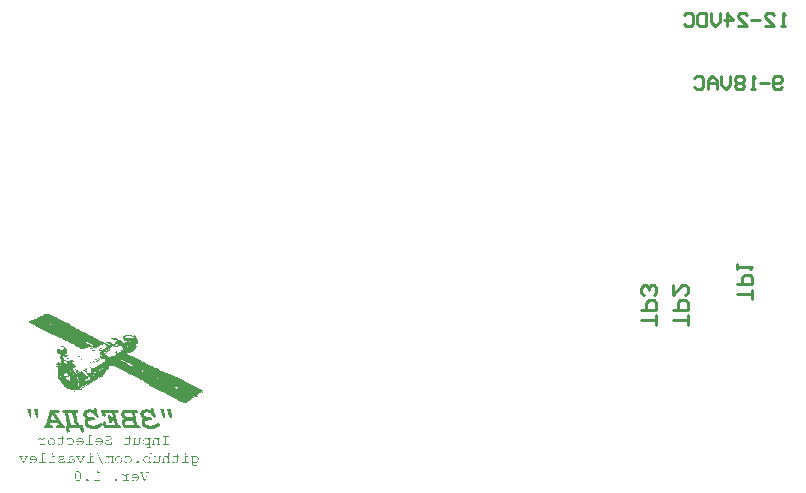
<source format=gbo>
%FSLAX23Y23*%
%MOIN*%
G70*
G01*
G75*
G04 Layer_Color=32896*
%ADD10R,0.050X0.054*%
%ADD11R,0.054X0.050*%
%ADD12R,0.025X0.075*%
%ADD13R,0.070X0.025*%
%ADD14R,0.079X0.114*%
%ADD15C,0.050*%
%ADD16C,0.030*%
%ADD17C,0.025*%
%ADD18C,0.015*%
%ADD19C,0.020*%
%ADD20C,0.050*%
%ADD21R,0.098X0.098*%
%ADD22C,0.098*%
%ADD23C,0.059*%
%ADD24R,0.059X0.059*%
%ADD25C,0.059*%
%ADD26C,0.065*%
%ADD27R,0.065X0.065*%
%ADD28P,0.070X8X112.5*%
%ADD29R,0.065X0.065*%
%ADD30R,0.059X0.059*%
%ADD31P,0.060X8X112.5*%
%ADD32C,0.080*%
%ADD33P,0.070X8X22.5*%
%ADD34C,0.118*%
%ADD35C,0.063*%
%ADD36R,0.063X0.063*%
%ADD37C,0.217*%
%ADD38C,0.020*%
%ADD39C,0.035*%
%ADD40C,0.010*%
%ADD41C,0.014*%
%ADD42C,0.008*%
%ADD43C,0.010*%
%ADD44C,0.010*%
%ADD45R,0.400X0.050*%
G36*
X-2180Y-573D02*
X-2180Y-573D01*
X-2180Y-573D01*
X-2180Y-573D01*
X-2180Y-573D01*
X-2179Y-573D01*
X-2179Y-574D01*
Y-574D01*
X-2179Y-574D01*
X-2180Y-574D01*
X-2180Y-574D01*
X-2180Y-574D01*
X-2180Y-575D01*
X-2180Y-575D01*
X-2181Y-575D01*
X-2187D01*
Y-593D01*
X-2179D01*
X-2178Y-593D01*
X-2178Y-593D01*
X-2178Y-593D01*
X-2177Y-593D01*
X-2177Y-593D01*
X-2177Y-594D01*
X-2177Y-594D01*
Y-594D01*
X-2177Y-594D01*
X-2177Y-594D01*
X-2177Y-595D01*
X-2177Y-595D01*
X-2178Y-595D01*
X-2178Y-595D01*
X-2179Y-595D01*
X-2198D01*
X-2198Y-595D01*
X-2199Y-595D01*
X-2199Y-595D01*
X-2199Y-595D01*
X-2199Y-594D01*
X-2199Y-594D01*
X-2199Y-594D01*
Y-594D01*
X-2199Y-594D01*
X-2199Y-593D01*
X-2199Y-593D01*
X-2199Y-593D01*
X-2199Y-593D01*
X-2198Y-593D01*
X-2198Y-593D01*
X-2189D01*
Y-573D01*
X-2181D01*
X-2180Y-573D01*
D02*
G37*
G36*
X-2212Y-563D02*
X-2212Y-563D01*
X-2211Y-563D01*
X-2211Y-563D01*
X-2211Y-563D01*
X-2211Y-563D01*
X-2211Y-564D01*
Y-564D01*
X-2211Y-564D01*
X-2211Y-564D01*
X-2211Y-564D01*
X-2211Y-564D01*
X-2212Y-565D01*
X-2212Y-565D01*
X-2212Y-565D01*
X-2219D01*
Y-593D01*
X-2210D01*
X-2210Y-593D01*
X-2209Y-593D01*
X-2209Y-593D01*
X-2209Y-593D01*
X-2209Y-593D01*
X-2209Y-594D01*
X-2209Y-594D01*
Y-594D01*
X-2209Y-594D01*
X-2209Y-594D01*
X-2209Y-595D01*
X-2209Y-595D01*
X-2210Y-595D01*
X-2210Y-595D01*
X-2210Y-595D01*
X-2229D01*
X-2230Y-595D01*
X-2230Y-595D01*
X-2231Y-595D01*
X-2231Y-595D01*
X-2231Y-594D01*
X-2231Y-594D01*
X-2231Y-594D01*
Y-594D01*
X-2231Y-594D01*
X-2231Y-593D01*
X-2231Y-593D01*
X-2231Y-593D01*
X-2230Y-593D01*
X-2230Y-593D01*
X-2230Y-593D01*
X-2221D01*
Y-563D01*
X-2213D01*
X-2212Y-563D01*
D02*
G37*
G36*
X-1902Y-589D02*
X-1901Y-589D01*
X-1901Y-589D01*
X-1901Y-589D01*
X-1900Y-590D01*
X-1900Y-590D01*
X-1900Y-590D01*
X-1900Y-590D01*
X-1900Y-590D01*
X-1899Y-591D01*
X-1899Y-591D01*
X-1899Y-591D01*
X-1899Y-592D01*
X-1899Y-592D01*
Y-592D01*
Y-592D01*
X-1899Y-593D01*
X-1899Y-593D01*
X-1899Y-594D01*
X-1899Y-594D01*
X-1900Y-594D01*
X-1900Y-595D01*
X-1900Y-595D01*
X-1900Y-595D01*
X-1900Y-595D01*
X-1901Y-595D01*
X-1901Y-596D01*
X-1902Y-596D01*
X-1902Y-596D01*
X-1902Y-596D01*
X-1903D01*
X-1904Y-596D01*
X-1904Y-596D01*
X-1905Y-596D01*
X-1905Y-595D01*
X-1905Y-595D01*
X-1906Y-595D01*
X-1906Y-595D01*
X-1906Y-595D01*
X-1906Y-594D01*
X-1906Y-594D01*
X-1907Y-594D01*
X-1907Y-593D01*
X-1907Y-593D01*
X-1907Y-593D01*
Y-592D01*
Y-592D01*
X-1907Y-592D01*
X-1907Y-591D01*
X-1907Y-591D01*
X-1906Y-591D01*
X-1906Y-590D01*
X-1906Y-590D01*
X-1906Y-590D01*
X-1906Y-590D01*
X-1905Y-590D01*
X-1905Y-589D01*
X-1905Y-589D01*
X-1904Y-589D01*
X-1904Y-589D01*
X-1904Y-589D01*
X-1902D01*
X-1902Y-589D01*
D02*
G37*
G36*
X-2250Y-572D02*
X-2249Y-572D01*
X-2249Y-572D01*
X-2248Y-572D01*
X-2246Y-573D01*
X-2246Y-573D01*
X-2245Y-574D01*
X-2244Y-574D01*
X-2244Y-574D01*
X-2244Y-574D01*
X-2243Y-575D01*
X-2243Y-575D01*
X-2243Y-575D01*
X-2243Y-575D01*
X-2243Y-575D01*
X-2242Y-576D01*
X-2241Y-577D01*
X-2241Y-577D01*
X-2241Y-578D01*
X-2240Y-579D01*
X-2240Y-579D01*
X-2240Y-581D01*
X-2239Y-582D01*
X-2239Y-582D01*
X-2239Y-583D01*
X-2239Y-583D01*
Y-583D01*
Y-583D01*
Y-583D01*
X-2239Y-584D01*
X-2239Y-585D01*
X-2239Y-586D01*
X-2240Y-587D01*
X-2240Y-588D01*
X-2241Y-589D01*
X-2241Y-590D01*
X-2241Y-590D01*
X-2242Y-591D01*
X-2242Y-591D01*
X-2242Y-592D01*
X-2242Y-592D01*
X-2243Y-592D01*
X-2243Y-592D01*
X-2243Y-592D01*
X-2244Y-593D01*
X-2244Y-593D01*
X-2245Y-594D01*
X-2246Y-594D01*
X-2247Y-595D01*
X-2247Y-595D01*
X-2249Y-595D01*
X-2249Y-596D01*
X-2250Y-596D01*
X-2251Y-596D01*
X-2251Y-596D01*
X-2252Y-596D01*
X-2252D01*
X-2253Y-596D01*
X-2254Y-596D01*
X-2256Y-595D01*
X-2257Y-595D01*
X-2257Y-595D01*
X-2258Y-595D01*
X-2258Y-595D01*
X-2258Y-595D01*
X-2258Y-595D01*
X-2258D01*
X-2260Y-594D01*
X-2261Y-594D01*
X-2261Y-593D01*
X-2262Y-593D01*
X-2262Y-593D01*
X-2263Y-592D01*
X-2263Y-592D01*
X-2263Y-592D01*
X-2263Y-592D01*
X-2263Y-592D01*
X-2263Y-591D01*
Y-591D01*
X-2263Y-591D01*
X-2263Y-591D01*
X-2263Y-591D01*
X-2263Y-591D01*
X-2263Y-590D01*
X-2263Y-590D01*
X-2262Y-590D01*
X-2262D01*
X-2262Y-590D01*
X-2262Y-590D01*
X-2262Y-591D01*
X-2261Y-591D01*
X-2261Y-591D01*
X-2260Y-592D01*
X-2259Y-592D01*
X-2259Y-592D01*
X-2258Y-592D01*
X-2258Y-593D01*
X-2257Y-593D01*
X-2257Y-593D01*
X-2257D01*
X-2256Y-593D01*
X-2255Y-593D01*
X-2254Y-593D01*
X-2254Y-594D01*
X-2253Y-594D01*
X-2252Y-594D01*
X-2252D01*
X-2251Y-594D01*
X-2250Y-594D01*
X-2249Y-593D01*
X-2248Y-593D01*
X-2247Y-592D01*
X-2246Y-592D01*
X-2246Y-592D01*
X-2245Y-592D01*
X-2245Y-591D01*
X-2245Y-591D01*
X-2245Y-591D01*
X-2245D01*
X-2244Y-590D01*
X-2243Y-589D01*
X-2242Y-588D01*
X-2242Y-587D01*
X-2242Y-586D01*
X-2242Y-585D01*
X-2241Y-585D01*
X-2241Y-585D01*
Y-584D01*
X-2241Y-584D01*
Y-584D01*
X-2263D01*
X-2263Y-583D01*
X-2263Y-582D01*
X-2263Y-581D01*
X-2263Y-581D01*
X-2263Y-580D01*
X-2262Y-579D01*
X-2262Y-578D01*
X-2262Y-578D01*
X-2261Y-577D01*
X-2261Y-577D01*
X-2261Y-576D01*
X-2260Y-576D01*
X-2260Y-576D01*
X-2260Y-576D01*
X-2260Y-575D01*
X-2260Y-575D01*
X-2259Y-575D01*
X-2259Y-574D01*
X-2258Y-574D01*
X-2257Y-573D01*
X-2256Y-573D01*
X-2256Y-573D01*
X-2254Y-572D01*
X-2254Y-572D01*
X-2253Y-572D01*
X-2253Y-572D01*
X-2252Y-572D01*
X-2252Y-572D01*
X-2251D01*
X-2250Y-572D01*
D02*
G37*
G36*
X-1736Y-573D02*
X-1736Y-573D01*
X-1736Y-573D01*
X-1736Y-573D01*
X-1736Y-573D01*
X-1736Y-573D01*
X-1736Y-574D01*
Y-574D01*
X-1736Y-574D01*
X-1736Y-574D01*
X-1736Y-574D01*
X-1736Y-574D01*
X-1736Y-575D01*
X-1737Y-575D01*
X-1737Y-575D01*
X-1743D01*
Y-593D01*
X-1735D01*
X-1734Y-593D01*
X-1734Y-593D01*
X-1734Y-593D01*
X-1734Y-593D01*
X-1733Y-593D01*
X-1733Y-594D01*
X-1733Y-594D01*
Y-594D01*
X-1733Y-594D01*
X-1733Y-594D01*
X-1734Y-595D01*
X-1734Y-595D01*
X-1734Y-595D01*
X-1734Y-595D01*
X-1735Y-595D01*
X-1754D01*
X-1754Y-595D01*
X-1755Y-595D01*
X-1755Y-595D01*
X-1755Y-595D01*
X-1755Y-594D01*
X-1755Y-594D01*
X-1755Y-594D01*
Y-594D01*
X-1755Y-594D01*
X-1755Y-593D01*
X-1755Y-593D01*
X-1755Y-593D01*
X-1755Y-593D01*
X-1754Y-593D01*
X-1754Y-593D01*
X-1745D01*
Y-573D01*
X-1737D01*
X-1736Y-573D01*
D02*
G37*
G36*
X-2054D02*
X-2053Y-573D01*
X-2053Y-573D01*
X-2053Y-573D01*
X-2053Y-573D01*
X-2053Y-573D01*
X-2053Y-574D01*
Y-574D01*
X-2053Y-574D01*
X-2053Y-574D01*
X-2053Y-574D01*
X-2053Y-574D01*
X-2053Y-575D01*
X-2054Y-575D01*
X-2054Y-575D01*
X-2060D01*
Y-593D01*
X-2052D01*
X-2051Y-593D01*
X-2051Y-593D01*
X-2051Y-593D01*
X-2051Y-593D01*
X-2050Y-593D01*
X-2050Y-594D01*
X-2050Y-594D01*
Y-594D01*
X-2050Y-594D01*
X-2051Y-594D01*
X-2051Y-595D01*
X-2051Y-595D01*
X-2051Y-595D01*
X-2051Y-595D01*
X-2052Y-595D01*
X-2071D01*
X-2071Y-595D01*
X-2072Y-595D01*
X-2072Y-595D01*
X-2072Y-595D01*
X-2072Y-594D01*
X-2072Y-594D01*
X-2072Y-594D01*
Y-594D01*
X-2072Y-594D01*
X-2072Y-593D01*
X-2072Y-593D01*
X-2072Y-593D01*
X-2072Y-593D01*
X-2071Y-593D01*
X-2071Y-593D01*
X-2062D01*
Y-573D01*
X-2054D01*
X-2054Y-573D01*
D02*
G37*
G36*
X-2127Y-512D02*
X-2126Y-512D01*
X-2125Y-512D01*
X-2124Y-512D01*
X-2123Y-513D01*
X-2122Y-513D01*
X-2121Y-514D01*
X-2121Y-514D01*
X-2120Y-514D01*
X-2120Y-515D01*
X-2120Y-515D01*
X-2119Y-515D01*
X-2119Y-515D01*
X-2119Y-515D01*
X-2119Y-515D01*
X-2118Y-516D01*
X-2118Y-517D01*
X-2117Y-517D01*
X-2117Y-518D01*
X-2117Y-519D01*
X-2116Y-520D01*
X-2116Y-521D01*
X-2116Y-522D01*
X-2116Y-522D01*
X-2116Y-523D01*
X-2116Y-523D01*
X-2116Y-523D01*
Y-524D01*
Y-524D01*
Y-524D01*
X-2116Y-525D01*
X-2116Y-526D01*
X-2116Y-527D01*
X-2116Y-528D01*
X-2117Y-529D01*
X-2117Y-530D01*
X-2117Y-530D01*
X-2118Y-531D01*
X-2118Y-531D01*
X-2118Y-532D01*
X-2118Y-532D01*
X-2119Y-532D01*
X-2119Y-532D01*
X-2119Y-532D01*
X-2119Y-532D01*
X-2120Y-533D01*
X-2120Y-534D01*
X-2121Y-534D01*
X-2122Y-534D01*
X-2122Y-535D01*
X-2123Y-535D01*
X-2124Y-535D01*
X-2125Y-536D01*
X-2126Y-536D01*
X-2126Y-536D01*
X-2127Y-536D01*
X-2127Y-536D01*
X-2128D01*
X-2128Y-536D01*
X-2129Y-536D01*
X-2131Y-535D01*
X-2133Y-535D01*
X-2134Y-535D01*
X-2134Y-534D01*
X-2135Y-534D01*
X-2135Y-534D01*
X-2136Y-534D01*
X-2136Y-533D01*
X-2136Y-533D01*
X-2137Y-533D01*
X-2137Y-533D01*
X-2137D01*
X-2137Y-533D01*
X-2138Y-532D01*
X-2138Y-532D01*
X-2139Y-531D01*
X-2139Y-531D01*
X-2139Y-531D01*
X-2139Y-530D01*
X-2140Y-530D01*
Y-530D01*
X-2139Y-530D01*
X-2139Y-530D01*
X-2139Y-530D01*
X-2139Y-530D01*
X-2139Y-529D01*
X-2139Y-529D01*
X-2139Y-529D01*
X-2138D01*
X-2138Y-529D01*
X-2138Y-529D01*
X-2138Y-530D01*
X-2137Y-530D01*
X-2137Y-530D01*
X-2136Y-531D01*
X-2135Y-532D01*
X-2134Y-532D01*
X-2134Y-532D01*
X-2133Y-533D01*
X-2133Y-533D01*
X-2133Y-533D01*
X-2133D01*
X-2132Y-533D01*
X-2131Y-533D01*
X-2130Y-533D01*
X-2129Y-534D01*
X-2129Y-534D01*
X-2128Y-534D01*
X-2127D01*
X-2126Y-534D01*
X-2125Y-533D01*
X-2123Y-533D01*
X-2122Y-532D01*
X-2122Y-532D01*
X-2121Y-531D01*
X-2121Y-531D01*
X-2121Y-531D01*
X-2121Y-531D01*
X-2120D01*
X-2120Y-530D01*
X-2120Y-530D01*
X-2119Y-529D01*
X-2118Y-528D01*
X-2118Y-526D01*
X-2118Y-525D01*
X-2118Y-525D01*
Y-525D01*
X-2118Y-524D01*
Y-524D01*
Y-524D01*
Y-524D01*
X-2118Y-523D01*
X-2118Y-521D01*
X-2118Y-520D01*
X-2119Y-519D01*
X-2119Y-518D01*
X-2120Y-518D01*
X-2120Y-518D01*
X-2120Y-517D01*
X-2120Y-517D01*
X-2120Y-517D01*
Y-517D01*
X-2121Y-517D01*
X-2121Y-516D01*
X-2122Y-516D01*
X-2122Y-515D01*
X-2124Y-515D01*
X-2125Y-514D01*
X-2126Y-514D01*
X-2126Y-514D01*
X-2127Y-514D01*
X-2127Y-514D01*
X-2128D01*
X-2129Y-514D01*
X-2130Y-514D01*
X-2131Y-515D01*
X-2132Y-515D01*
X-2133Y-515D01*
X-2133Y-515D01*
X-2134Y-516D01*
X-2134Y-516D01*
X-2134Y-516D01*
X-2135Y-517D01*
X-2135Y-518D01*
X-2136Y-518D01*
X-2136Y-519D01*
X-2136Y-519D01*
X-2136Y-519D01*
Y-519D01*
X-2136Y-520D01*
X-2136Y-520D01*
X-2136Y-520D01*
X-2136Y-520D01*
X-2137Y-520D01*
X-2137Y-520D01*
X-2137Y-520D01*
X-2137D01*
X-2137Y-520D01*
X-2138Y-520D01*
X-2138Y-520D01*
X-2138Y-520D01*
X-2138Y-520D01*
X-2138Y-519D01*
X-2138Y-519D01*
Y-519D01*
Y-519D01*
Y-514D01*
X-2138Y-514D01*
X-2138Y-513D01*
X-2138Y-513D01*
X-2138Y-513D01*
X-2138Y-513D01*
X-2137Y-513D01*
X-2137Y-513D01*
X-2137D01*
X-2137Y-513D01*
X-2137Y-513D01*
X-2136Y-513D01*
X-2136Y-513D01*
X-2136Y-513D01*
X-2136Y-514D01*
X-2136Y-514D01*
Y-514D01*
Y-514D01*
Y-515D01*
X-2135Y-514D01*
X-2135Y-514D01*
X-2134Y-513D01*
X-2133Y-513D01*
X-2132Y-513D01*
X-2131Y-512D01*
X-2130Y-512D01*
X-2129Y-512D01*
X-2129Y-512D01*
X-2128Y-512D01*
X-2128Y-512D01*
X-2128D01*
X-2127Y-512D01*
D02*
G37*
G36*
X-1892Y-513D02*
X-1892Y-513D01*
X-1892Y-513D01*
X-1892Y-513D01*
X-1892Y-513D01*
X-1892Y-513D01*
X-1892Y-514D01*
Y-514D01*
X-1892Y-514D01*
X-1892Y-514D01*
X-1892Y-514D01*
X-1892Y-514D01*
X-1892Y-515D01*
X-1893Y-515D01*
X-1893Y-515D01*
X-1896D01*
Y-529D01*
X-1896Y-530D01*
X-1896Y-531D01*
X-1897Y-532D01*
X-1897Y-533D01*
X-1897Y-533D01*
X-1898Y-534D01*
X-1898Y-534D01*
X-1898Y-534D01*
X-1899Y-535D01*
X-1900Y-535D01*
X-1900Y-535D01*
X-1901Y-536D01*
X-1902Y-536D01*
X-1902Y-536D01*
X-1903D01*
X-1904Y-536D01*
X-1905Y-536D01*
X-1906Y-535D01*
X-1907Y-535D01*
X-1908Y-535D01*
X-1909Y-534D01*
X-1910Y-534D01*
X-1910Y-533D01*
X-1911Y-533D01*
X-1911Y-533D01*
X-1912Y-532D01*
X-1912Y-532D01*
X-1912Y-532D01*
X-1912Y-532D01*
X-1912Y-532D01*
Y-535D01*
X-1916D01*
X-1917Y-535D01*
X-1917Y-535D01*
X-1917Y-535D01*
X-1918Y-535D01*
X-1918Y-534D01*
X-1918Y-534D01*
X-1918Y-534D01*
Y-534D01*
X-1918Y-534D01*
X-1918Y-533D01*
X-1918Y-533D01*
X-1918Y-533D01*
X-1917Y-533D01*
X-1917Y-533D01*
X-1917Y-533D01*
X-1915D01*
Y-513D01*
X-1908D01*
X-1908Y-513D01*
X-1908Y-513D01*
X-1907Y-513D01*
X-1907Y-513D01*
X-1907Y-513D01*
X-1907Y-513D01*
X-1907Y-514D01*
Y-514D01*
X-1907Y-514D01*
X-1907Y-514D01*
X-1907Y-514D01*
X-1907Y-514D01*
X-1908Y-515D01*
X-1908Y-515D01*
X-1908Y-515D01*
X-1912D01*
Y-529D01*
X-1912Y-530D01*
X-1911Y-530D01*
X-1910Y-531D01*
X-1909Y-532D01*
X-1908Y-532D01*
X-1907Y-532D01*
X-1907Y-533D01*
X-1906Y-533D01*
X-1905Y-533D01*
X-1905Y-533D01*
X-1904Y-533D01*
X-1904Y-534D01*
X-1903D01*
X-1903Y-534D01*
X-1903D01*
X-1902Y-534D01*
X-1901Y-533D01*
X-1901Y-533D01*
X-1900Y-533D01*
X-1900Y-533D01*
X-1900Y-533D01*
X-1899Y-532D01*
X-1899Y-532D01*
X-1899Y-532D01*
X-1899Y-531D01*
X-1898Y-531D01*
X-1898Y-530D01*
X-1898Y-530D01*
X-1898Y-529D01*
Y-529D01*
Y-529D01*
Y-513D01*
X-1893D01*
X-1892Y-513D01*
D02*
G37*
G36*
X-1931Y-505D02*
X-1931Y-505D01*
X-1931Y-505D01*
X-1930Y-505D01*
X-1930Y-505D01*
X-1930Y-506D01*
X-1930Y-506D01*
Y-506D01*
Y-506D01*
Y-513D01*
X-1926D01*
X-1926Y-513D01*
X-1925Y-513D01*
X-1925Y-513D01*
X-1925Y-513D01*
X-1925Y-513D01*
X-1925Y-513D01*
X-1925Y-514D01*
Y-514D01*
X-1925Y-514D01*
X-1925Y-514D01*
X-1925Y-514D01*
X-1925Y-514D01*
X-1925Y-515D01*
X-1926Y-515D01*
X-1926Y-515D01*
X-1930D01*
Y-529D01*
X-1930Y-530D01*
X-1931Y-531D01*
X-1931Y-532D01*
X-1931Y-533D01*
X-1932Y-533D01*
X-1932Y-534D01*
X-1932Y-534D01*
X-1932Y-534D01*
X-1933Y-535D01*
X-1934Y-535D01*
X-1935Y-535D01*
X-1936Y-536D01*
X-1937Y-536D01*
X-1938Y-536D01*
X-1938Y-536D01*
X-1938D01*
X-1940Y-536D01*
X-1941Y-536D01*
X-1942Y-536D01*
X-1943Y-535D01*
X-1943Y-535D01*
X-1944Y-535D01*
X-1944Y-535D01*
X-1944D01*
X-1944Y-535D01*
X-1944D01*
X-1946Y-535D01*
X-1946Y-534D01*
X-1947Y-534D01*
X-1948Y-534D01*
X-1948Y-533D01*
X-1948Y-533D01*
X-1948Y-533D01*
X-1949Y-533D01*
X-1949Y-533D01*
X-1949Y-533D01*
X-1949Y-532D01*
Y-532D01*
X-1949Y-532D01*
X-1949Y-532D01*
X-1949Y-532D01*
X-1949Y-532D01*
X-1948Y-531D01*
X-1948Y-531D01*
X-1948Y-531D01*
X-1948D01*
X-1948Y-531D01*
X-1947Y-531D01*
X-1947Y-531D01*
X-1947Y-532D01*
X-1946Y-532D01*
X-1946Y-532D01*
X-1945Y-532D01*
X-1944Y-533D01*
X-1944Y-533D01*
X-1943Y-533D01*
X-1943Y-533D01*
X-1943Y-533D01*
X-1943D01*
X-1942Y-533D01*
X-1941Y-533D01*
X-1940Y-533D01*
X-1940Y-534D01*
X-1939D01*
X-1939Y-534D01*
X-1938D01*
X-1937Y-534D01*
X-1936Y-533D01*
X-1936Y-533D01*
X-1935Y-533D01*
X-1934Y-533D01*
X-1934Y-533D01*
X-1934Y-532D01*
X-1934Y-532D01*
X-1933Y-532D01*
X-1933Y-531D01*
X-1933Y-531D01*
X-1933Y-530D01*
X-1932Y-530D01*
X-1932Y-530D01*
Y-529D01*
Y-529D01*
Y-515D01*
X-1944D01*
X-1945Y-515D01*
X-1945Y-515D01*
X-1945Y-515D01*
X-1945Y-514D01*
X-1945Y-514D01*
X-1945Y-514D01*
X-1946Y-514D01*
Y-514D01*
X-1945Y-513D01*
X-1945Y-513D01*
X-1945Y-513D01*
X-1945Y-513D01*
X-1945Y-513D01*
X-1944Y-513D01*
X-1944Y-513D01*
X-1932D01*
Y-506D01*
X-1932Y-506D01*
X-1932Y-505D01*
X-1932Y-505D01*
X-1932Y-505D01*
X-1932Y-505D01*
X-1932Y-505D01*
X-1931Y-505D01*
X-1931D01*
X-1931Y-505D01*
D02*
G37*
G36*
X-1965Y-572D02*
X-1964Y-572D01*
X-1964Y-572D01*
X-1963Y-572D01*
X-1961Y-573D01*
X-1961Y-573D01*
X-1960Y-574D01*
X-1960Y-574D01*
X-1959Y-574D01*
X-1959Y-575D01*
X-1958Y-575D01*
X-1958Y-575D01*
X-1958Y-575D01*
X-1958Y-575D01*
X-1958Y-575D01*
X-1957Y-576D01*
X-1956Y-577D01*
X-1956Y-578D01*
X-1956Y-578D01*
X-1955Y-579D01*
X-1955Y-580D01*
X-1955Y-581D01*
X-1954Y-582D01*
X-1954Y-582D01*
X-1954Y-583D01*
X-1954Y-583D01*
X-1954Y-583D01*
Y-584D01*
Y-584D01*
Y-584D01*
X-1954Y-585D01*
X-1954Y-586D01*
X-1954Y-586D01*
X-1955Y-587D01*
X-1955Y-589D01*
X-1956Y-590D01*
X-1956Y-590D01*
X-1957Y-591D01*
X-1957Y-591D01*
X-1957Y-592D01*
X-1957Y-592D01*
X-1957Y-592D01*
X-1958Y-592D01*
X-1958Y-592D01*
X-1958Y-593D01*
X-1959Y-593D01*
X-1960Y-594D01*
X-1960Y-594D01*
X-1961Y-595D01*
X-1962Y-595D01*
X-1963Y-595D01*
X-1964Y-596D01*
X-1964Y-596D01*
X-1965Y-596D01*
X-1965Y-596D01*
X-1966Y-596D01*
X-1966D01*
X-1967Y-596D01*
X-1968Y-596D01*
X-1969Y-595D01*
X-1970Y-595D01*
X-1971Y-595D01*
X-1972Y-594D01*
X-1973Y-594D01*
X-1973Y-593D01*
X-1974Y-593D01*
X-1974Y-593D01*
X-1974Y-593D01*
X-1975Y-592D01*
X-1975Y-592D01*
X-1975Y-592D01*
X-1975Y-592D01*
X-1976Y-591D01*
X-1976Y-590D01*
X-1977Y-590D01*
X-1977Y-589D01*
X-1977Y-588D01*
X-1978Y-587D01*
X-1978Y-586D01*
X-1978Y-586D01*
X-1978Y-585D01*
X-1978Y-585D01*
X-1978Y-584D01*
Y-584D01*
Y-584D01*
Y-584D01*
X-1978Y-583D01*
X-1978Y-582D01*
X-1978Y-581D01*
X-1978Y-580D01*
X-1977Y-579D01*
X-1977Y-578D01*
X-1976Y-577D01*
X-1976Y-577D01*
X-1976Y-576D01*
X-1975Y-576D01*
X-1975Y-576D01*
X-1975Y-576D01*
X-1975Y-575D01*
X-1975Y-575D01*
X-1974Y-575D01*
X-1973Y-574D01*
X-1973Y-574D01*
X-1972Y-573D01*
X-1971Y-573D01*
X-1971Y-573D01*
X-1969Y-572D01*
X-1969Y-572D01*
X-1968Y-572D01*
X-1968Y-572D01*
X-1967Y-572D01*
X-1967Y-572D01*
X-1966D01*
X-1965Y-572D01*
D02*
G37*
G36*
X-2038Y-559D02*
X-2038Y-559D01*
X-2038Y-559D01*
X-2038Y-559D01*
X-2038Y-560D01*
X-2038Y-560D01*
X-2038Y-560D01*
X-2037Y-560D01*
X-2020Y-597D01*
X-2020Y-598D01*
X-2020Y-598D01*
X-2020Y-598D01*
Y-598D01*
X-2020Y-599D01*
X-2020Y-599D01*
X-2020Y-599D01*
X-2020Y-599D01*
X-2020Y-599D01*
X-2021Y-599D01*
X-2021Y-599D01*
X-2021D01*
X-2021Y-599D01*
X-2021Y-599D01*
X-2022Y-599D01*
X-2022Y-599D01*
X-2022Y-598D01*
Y-598D01*
X-2039Y-561D01*
X-2040Y-561D01*
X-2040Y-560D01*
Y-560D01*
Y-560D01*
X-2040Y-560D01*
X-2040Y-560D01*
X-2039Y-560D01*
X-2039Y-559D01*
X-2039Y-559D01*
X-2039Y-559D01*
X-2039Y-559D01*
X-2039D01*
X-2038Y-559D01*
D02*
G37*
G36*
X-1999Y-504D02*
X-1997Y-505D01*
X-1996Y-505D01*
X-1995Y-505D01*
X-1994Y-506D01*
X-1994Y-506D01*
X-1993Y-506D01*
X-1993Y-506D01*
X-1993Y-506D01*
X-1993Y-507D01*
X-1993Y-507D01*
X-1992Y-507D01*
X-1992Y-508D01*
X-1991Y-508D01*
X-1991Y-509D01*
X-1991Y-510D01*
X-1990Y-511D01*
X-1990Y-512D01*
X-1990Y-512D01*
Y-512D01*
Y-512D01*
Y-512D01*
X-1990Y-514D01*
X-1991Y-515D01*
X-1991Y-516D01*
X-1991Y-516D01*
X-1992Y-517D01*
X-1992Y-517D01*
X-1992Y-518D01*
X-1993Y-518D01*
X-1993Y-518D01*
X-1994Y-518D01*
X-1995Y-519D01*
X-1996Y-519D01*
X-1997Y-520D01*
X-1998Y-520D01*
X-1999Y-520D01*
X-1999Y-520D01*
X-2000Y-520D01*
X-2000Y-520D01*
X-2000Y-520D01*
X-2000D01*
X-2001Y-521D01*
X-2002Y-521D01*
X-2002Y-521D01*
X-2003Y-521D01*
X-2004Y-521D01*
X-2004Y-521D01*
X-2005Y-521D01*
X-2005Y-522D01*
X-2005Y-522D01*
X-2006D01*
X-2006Y-522D01*
X-2007Y-522D01*
X-2007Y-523D01*
X-2007Y-523D01*
X-2008Y-523D01*
X-2008Y-524D01*
X-2008Y-524D01*
X-2008Y-524D01*
X-2008Y-524D01*
X-2009Y-525D01*
X-2009Y-525D01*
X-2009Y-526D01*
X-2009Y-526D01*
X-2009Y-527D01*
Y-527D01*
Y-527D01*
X-2009Y-528D01*
X-2009Y-529D01*
X-2008Y-530D01*
X-2008Y-530D01*
X-2007Y-531D01*
X-2007Y-531D01*
X-2007Y-532D01*
X-2007Y-532D01*
X-2006Y-532D01*
X-2005Y-533D01*
X-2004Y-533D01*
X-2003Y-533D01*
X-2002Y-534D01*
X-2001Y-534D01*
X-2001D01*
X-2001Y-534D01*
X-2000D01*
X-1999Y-534D01*
X-1997Y-533D01*
X-1996Y-533D01*
X-1995Y-533D01*
X-1995Y-532D01*
X-1994Y-532D01*
X-1994Y-532D01*
X-1994Y-532D01*
X-1993Y-531D01*
X-1992Y-530D01*
X-1992Y-530D01*
X-1992Y-529D01*
X-1991Y-528D01*
X-1991Y-528D01*
X-1991Y-528D01*
Y-527D01*
X-1991Y-527D01*
X-1991Y-527D01*
X-1991Y-527D01*
X-1991Y-526D01*
X-1991Y-526D01*
X-1990Y-526D01*
X-1990Y-526D01*
X-1990D01*
X-1990Y-526D01*
X-1990Y-526D01*
X-1989Y-526D01*
X-1989Y-526D01*
X-1989Y-527D01*
X-1989Y-527D01*
X-1989Y-528D01*
Y-528D01*
Y-528D01*
Y-534D01*
X-1989Y-534D01*
X-1989Y-534D01*
X-1989Y-535D01*
X-1989Y-535D01*
X-1990Y-535D01*
X-1990Y-535D01*
X-1990Y-535D01*
X-1990D01*
X-1990Y-535D01*
X-1991Y-535D01*
X-1991Y-535D01*
X-1991Y-535D01*
X-1991Y-534D01*
X-1991Y-534D01*
X-1991Y-534D01*
Y-534D01*
Y-534D01*
Y-532D01*
X-1992Y-533D01*
X-1993Y-533D01*
X-1993Y-534D01*
X-1994Y-534D01*
X-1995Y-535D01*
X-1996Y-535D01*
X-1997Y-535D01*
X-1998Y-536D01*
X-1998Y-536D01*
X-1999Y-536D01*
X-1999Y-536D01*
X-2000Y-536D01*
X-2000D01*
X-2001Y-536D01*
X-2002Y-536D01*
X-2004Y-535D01*
X-2005Y-535D01*
X-2006Y-535D01*
X-2006Y-535D01*
X-2007Y-534D01*
X-2007Y-534D01*
X-2007Y-534D01*
X-2008Y-534D01*
X-2008Y-533D01*
X-2008Y-533D01*
X-2008Y-533D01*
X-2008D01*
X-2009Y-533D01*
X-2009Y-532D01*
X-2010Y-532D01*
X-2010Y-531D01*
X-2011Y-530D01*
X-2011Y-529D01*
X-2011Y-528D01*
X-2011Y-528D01*
X-2011Y-528D01*
X-2011Y-527D01*
Y-527D01*
Y-527D01*
Y-527D01*
X-2011Y-526D01*
X-2011Y-525D01*
X-2011Y-524D01*
X-2011Y-524D01*
X-2010Y-523D01*
X-2010Y-523D01*
X-2010Y-523D01*
X-2010Y-523D01*
X-2010Y-522D01*
X-2009Y-521D01*
X-2009Y-521D01*
X-2008Y-521D01*
X-2007Y-520D01*
X-2007Y-520D01*
X-2007Y-520D01*
X-2007Y-520D01*
X-2006Y-520D01*
X-2006Y-520D01*
X-2005Y-519D01*
X-2004Y-519D01*
X-2003Y-519D01*
X-2002Y-519D01*
X-2002Y-519D01*
X-2001Y-519D01*
X-2001Y-518D01*
X-2001D01*
X-2001Y-518D01*
X-2001D01*
X-2000Y-518D01*
X-1999Y-518D01*
X-1998Y-518D01*
X-1998Y-518D01*
X-1997Y-518D01*
X-1997Y-518D01*
X-1997Y-518D01*
X-1997D01*
X-1996Y-517D01*
X-1995Y-517D01*
X-1995Y-517D01*
X-1995Y-517D01*
X-1995Y-517D01*
X-1995D01*
X-1994Y-516D01*
X-1993Y-515D01*
X-1993Y-515D01*
X-1993Y-515D01*
X-1993Y-515D01*
Y-515D01*
X-1993Y-514D01*
X-1992Y-513D01*
Y-513D01*
X-1992Y-513D01*
Y-513D01*
Y-512D01*
X-1992Y-512D01*
X-1993Y-511D01*
X-1993Y-510D01*
X-1993Y-509D01*
X-1994Y-509D01*
X-1994Y-508D01*
X-1994Y-508D01*
X-1994Y-508D01*
X-1995Y-508D01*
X-1996Y-507D01*
X-1997Y-507D01*
X-1998Y-507D01*
X-1999Y-506D01*
X-2000Y-506D01*
X-2000D01*
X-2001Y-506D01*
X-2003Y-507D01*
X-2003Y-507D01*
X-2004Y-507D01*
X-2005Y-507D01*
X-2005Y-508D01*
X-2006Y-508D01*
X-2006Y-508D01*
X-2006Y-509D01*
X-2007Y-509D01*
X-2007Y-510D01*
X-2008Y-511D01*
X-2008Y-511D01*
X-2008Y-512D01*
X-2008Y-512D01*
Y-512D01*
X-2008Y-512D01*
X-2008Y-513D01*
X-2008Y-513D01*
X-2008Y-513D01*
X-2009Y-513D01*
X-2009Y-513D01*
X-2009Y-513D01*
X-2009D01*
X-2009Y-513D01*
X-2010Y-513D01*
X-2010Y-513D01*
X-2010Y-513D01*
X-2010Y-513D01*
X-2010Y-512D01*
X-2010Y-512D01*
Y-512D01*
Y-512D01*
Y-506D01*
X-2010Y-506D01*
X-2010Y-505D01*
X-2010Y-505D01*
X-2010Y-505D01*
X-2010Y-505D01*
X-2009Y-505D01*
X-2009Y-505D01*
X-2009D01*
X-2009Y-505D01*
X-2009Y-505D01*
X-2008Y-505D01*
X-2008Y-505D01*
X-2008Y-505D01*
X-2008Y-506D01*
X-2008Y-506D01*
Y-506D01*
Y-506D01*
Y-507D01*
X-2007Y-506D01*
X-2007Y-506D01*
X-2006Y-506D01*
X-2005Y-505D01*
X-2004Y-505D01*
X-2003Y-504D01*
X-2002Y-504D01*
X-2001Y-504D01*
X-2001D01*
X-2001Y-504D01*
X-2000D01*
X-1999Y-504D01*
D02*
G37*
G36*
X-1827Y-573D02*
X-1827Y-573D01*
X-1826Y-573D01*
X-1826Y-573D01*
X-1826Y-573D01*
X-1826Y-573D01*
X-1826Y-574D01*
Y-574D01*
X-1826Y-574D01*
X-1826Y-574D01*
X-1826Y-574D01*
X-1826Y-574D01*
X-1827Y-575D01*
X-1827Y-575D01*
X-1827Y-575D01*
X-1830D01*
Y-589D01*
X-1830Y-590D01*
X-1831Y-591D01*
X-1831Y-592D01*
X-1831Y-593D01*
X-1832Y-593D01*
X-1832Y-594D01*
X-1832Y-594D01*
X-1832Y-594D01*
X-1833Y-595D01*
X-1834Y-595D01*
X-1835Y-595D01*
X-1835Y-596D01*
X-1836Y-596D01*
X-1837Y-596D01*
X-1837D01*
X-1838Y-596D01*
X-1839Y-596D01*
X-1840Y-595D01*
X-1841Y-595D01*
X-1843Y-595D01*
X-1843Y-594D01*
X-1844Y-594D01*
X-1845Y-593D01*
X-1845Y-593D01*
X-1846Y-593D01*
X-1846Y-592D01*
X-1846Y-592D01*
X-1847Y-592D01*
X-1847Y-592D01*
X-1847Y-592D01*
Y-595D01*
X-1851D01*
X-1851Y-595D01*
X-1852Y-595D01*
X-1852Y-595D01*
X-1852Y-595D01*
X-1852Y-594D01*
X-1852Y-594D01*
X-1852Y-594D01*
Y-594D01*
X-1852Y-594D01*
X-1852Y-593D01*
X-1852Y-593D01*
X-1852Y-593D01*
X-1852Y-593D01*
X-1851Y-593D01*
X-1851Y-593D01*
X-1849D01*
Y-573D01*
X-1843D01*
X-1842Y-573D01*
X-1842Y-573D01*
X-1842Y-573D01*
X-1842Y-573D01*
X-1842Y-573D01*
X-1841Y-573D01*
X-1841Y-574D01*
Y-574D01*
X-1841Y-574D01*
X-1842Y-574D01*
X-1842Y-574D01*
X-1842Y-574D01*
X-1842Y-575D01*
X-1842Y-575D01*
X-1843Y-575D01*
X-1847D01*
Y-589D01*
X-1846Y-590D01*
X-1845Y-590D01*
X-1844Y-591D01*
X-1843Y-592D01*
X-1843Y-592D01*
X-1842Y-592D01*
X-1841Y-593D01*
X-1840Y-593D01*
X-1840Y-593D01*
X-1839Y-593D01*
X-1838Y-593D01*
X-1838Y-594D01*
X-1838D01*
X-1837Y-594D01*
X-1837D01*
X-1836Y-594D01*
X-1836Y-593D01*
X-1835Y-593D01*
X-1835Y-593D01*
X-1834Y-593D01*
X-1834Y-593D01*
X-1834Y-592D01*
X-1834Y-592D01*
X-1833Y-592D01*
X-1833Y-591D01*
X-1833Y-591D01*
X-1833Y-590D01*
X-1833Y-590D01*
X-1833Y-589D01*
Y-589D01*
Y-589D01*
Y-573D01*
X-1827D01*
X-1827Y-573D01*
D02*
G37*
G36*
X-1934Y-572D02*
X-1933Y-572D01*
X-1932Y-572D01*
X-1932Y-572D01*
X-1930Y-573D01*
X-1930Y-573D01*
X-1929Y-574D01*
X-1928Y-574D01*
X-1928Y-574D01*
X-1928Y-575D01*
X-1927Y-575D01*
X-1927Y-575D01*
X-1927Y-575D01*
X-1927Y-575D01*
X-1927Y-575D01*
X-1926Y-576D01*
X-1925Y-577D01*
X-1925Y-577D01*
X-1925Y-578D01*
X-1924Y-579D01*
X-1924Y-580D01*
X-1924Y-581D01*
X-1923Y-582D01*
X-1923Y-582D01*
X-1923Y-583D01*
X-1923Y-583D01*
X-1923Y-583D01*
Y-584D01*
Y-584D01*
Y-584D01*
X-1923Y-585D01*
X-1923Y-586D01*
X-1923Y-587D01*
X-1924Y-588D01*
X-1924Y-589D01*
X-1924Y-590D01*
X-1925Y-590D01*
X-1925Y-591D01*
X-1925Y-591D01*
X-1926Y-592D01*
X-1926Y-592D01*
X-1926Y-592D01*
X-1926Y-592D01*
X-1926Y-592D01*
X-1926Y-592D01*
X-1927Y-593D01*
X-1928Y-594D01*
X-1929Y-594D01*
X-1929Y-594D01*
X-1930Y-595D01*
X-1931Y-595D01*
X-1932Y-595D01*
X-1933Y-596D01*
X-1933Y-596D01*
X-1934Y-596D01*
X-1934Y-596D01*
X-1935Y-596D01*
X-1935D01*
X-1936Y-596D01*
X-1937Y-596D01*
X-1939Y-595D01*
X-1940Y-595D01*
X-1941Y-595D01*
X-1942Y-594D01*
X-1942Y-594D01*
X-1943Y-594D01*
X-1943Y-594D01*
X-1944Y-593D01*
X-1944Y-593D01*
X-1944Y-593D01*
X-1944Y-593D01*
X-1944D01*
X-1945Y-593D01*
X-1945Y-592D01*
X-1946Y-592D01*
X-1946Y-591D01*
X-1947Y-591D01*
X-1947Y-591D01*
X-1947Y-590D01*
X-1947Y-590D01*
Y-590D01*
X-1947Y-590D01*
X-1947Y-590D01*
X-1947Y-590D01*
X-1947Y-590D01*
X-1947Y-589D01*
X-1946Y-589D01*
X-1946Y-589D01*
X-1946D01*
X-1946Y-589D01*
X-1945Y-589D01*
X-1945Y-590D01*
X-1945Y-590D01*
X-1944Y-590D01*
X-1943Y-591D01*
X-1943Y-592D01*
X-1942Y-592D01*
X-1941Y-592D01*
X-1941Y-593D01*
X-1940Y-593D01*
X-1940Y-593D01*
X-1940D01*
X-1939Y-593D01*
X-1938Y-593D01*
X-1938Y-593D01*
X-1937Y-594D01*
X-1936Y-594D01*
X-1936Y-594D01*
X-1934D01*
X-1934Y-594D01*
X-1932Y-593D01*
X-1931Y-593D01*
X-1930Y-592D01*
X-1929Y-592D01*
X-1929Y-591D01*
X-1928Y-591D01*
X-1928Y-591D01*
X-1928Y-591D01*
X-1928D01*
X-1928Y-590D01*
X-1927Y-590D01*
X-1926Y-589D01*
X-1926Y-588D01*
X-1926Y-586D01*
X-1925Y-585D01*
X-1925Y-585D01*
Y-585D01*
X-1925Y-584D01*
Y-584D01*
Y-584D01*
Y-584D01*
X-1925Y-583D01*
X-1926Y-581D01*
X-1926Y-580D01*
X-1927Y-579D01*
X-1927Y-578D01*
X-1927Y-578D01*
X-1927Y-578D01*
X-1928Y-577D01*
X-1928Y-577D01*
X-1928Y-577D01*
Y-577D01*
X-1928Y-577D01*
X-1929Y-576D01*
X-1929Y-576D01*
X-1930Y-575D01*
X-1931Y-575D01*
X-1932Y-574D01*
X-1933Y-574D01*
X-1934Y-574D01*
X-1934Y-574D01*
X-1935Y-574D01*
X-1935D01*
X-1936Y-574D01*
X-1938Y-574D01*
X-1939Y-575D01*
X-1940Y-575D01*
X-1940Y-575D01*
X-1941Y-575D01*
X-1941Y-576D01*
X-1941Y-576D01*
X-1942Y-576D01*
X-1943Y-577D01*
X-1943Y-578D01*
X-1943Y-578D01*
X-1943Y-579D01*
X-1944Y-579D01*
X-1944Y-579D01*
Y-579D01*
X-1944Y-580D01*
X-1944Y-580D01*
X-1944Y-580D01*
X-1944Y-580D01*
X-1944Y-580D01*
X-1944Y-580D01*
X-1945Y-580D01*
X-1945D01*
X-1945Y-580D01*
X-1945Y-580D01*
X-1945Y-580D01*
X-1945Y-580D01*
X-1946Y-580D01*
X-1946Y-579D01*
X-1946Y-579D01*
Y-579D01*
Y-579D01*
Y-574D01*
X-1946Y-574D01*
X-1946Y-573D01*
X-1946Y-573D01*
X-1945Y-573D01*
X-1945Y-573D01*
X-1945Y-573D01*
X-1945Y-573D01*
X-1945D01*
X-1944Y-573D01*
X-1944Y-573D01*
X-1944Y-573D01*
X-1944Y-573D01*
X-1944Y-573D01*
X-1944Y-574D01*
X-1944Y-574D01*
Y-574D01*
Y-574D01*
Y-575D01*
X-1943Y-574D01*
X-1942Y-574D01*
X-1942Y-573D01*
X-1941Y-573D01*
X-1939Y-573D01*
X-1938Y-572D01*
X-1938Y-572D01*
X-1937Y-572D01*
X-1937Y-572D01*
X-1936Y-572D01*
X-1936Y-572D01*
X-1935D01*
X-1934Y-572D01*
D02*
G37*
G36*
X-1993D02*
X-1993Y-572D01*
X-1992Y-572D01*
X-1991Y-573D01*
X-1990Y-573D01*
X-1989Y-574D01*
X-1989Y-574D01*
X-1988Y-575D01*
X-1988Y-575D01*
X-1988Y-575D01*
Y-573D01*
X-1984D01*
X-1984Y-573D01*
X-1983Y-573D01*
X-1983Y-573D01*
X-1983Y-573D01*
X-1983Y-573D01*
X-1983Y-573D01*
X-1983Y-574D01*
Y-574D01*
X-1983Y-574D01*
X-1983Y-574D01*
X-1983Y-574D01*
X-1983Y-574D01*
X-1983Y-575D01*
X-1984Y-575D01*
X-1984Y-575D01*
X-1986D01*
Y-593D01*
X-1984D01*
X-1984Y-593D01*
X-1983Y-593D01*
X-1983Y-593D01*
X-1983Y-593D01*
X-1983Y-593D01*
X-1983Y-594D01*
X-1983Y-594D01*
Y-594D01*
X-1983Y-594D01*
X-1983Y-594D01*
X-1983Y-595D01*
X-1983Y-595D01*
X-1983Y-595D01*
X-1984Y-595D01*
X-1984Y-595D01*
X-1990D01*
X-1990Y-595D01*
X-1991Y-595D01*
X-1991Y-595D01*
X-1991Y-595D01*
X-1991Y-594D01*
X-1991Y-594D01*
X-1991Y-594D01*
Y-594D01*
X-1991Y-594D01*
X-1991Y-593D01*
X-1991Y-593D01*
X-1991Y-593D01*
X-1991Y-593D01*
X-1990Y-593D01*
X-1990Y-593D01*
X-1988D01*
Y-578D01*
X-1989Y-578D01*
X-1989Y-577D01*
X-1990Y-576D01*
X-1990Y-576D01*
X-1991Y-575D01*
X-1991Y-575D01*
X-1991Y-575D01*
X-1991Y-575D01*
X-1992Y-575D01*
X-1992Y-574D01*
X-1993Y-574D01*
X-1993Y-574D01*
X-1993Y-574D01*
X-1994D01*
X-1994Y-574D01*
X-1995Y-574D01*
X-1995Y-574D01*
X-1995Y-575D01*
X-1996Y-575D01*
X-1996Y-575D01*
X-1996Y-575D01*
X-1996Y-575D01*
X-1996Y-576D01*
X-1997Y-576D01*
X-1997Y-577D01*
X-1997Y-577D01*
X-1997Y-577D01*
X-1997Y-578D01*
Y-578D01*
Y-578D01*
Y-595D01*
X-2001D01*
X-2001Y-595D01*
X-2002Y-595D01*
X-2002Y-595D01*
X-2002Y-595D01*
X-2002Y-594D01*
X-2002Y-594D01*
X-2002Y-594D01*
Y-594D01*
X-2002Y-594D01*
X-2002Y-593D01*
X-2002Y-593D01*
X-2002Y-593D01*
X-2002Y-593D01*
X-2001Y-593D01*
X-2001Y-593D01*
X-1999D01*
Y-578D01*
X-2000Y-578D01*
X-2000Y-577D01*
X-2001Y-576D01*
X-2001Y-576D01*
X-2002Y-575D01*
X-2002Y-575D01*
X-2002Y-575D01*
X-2002Y-575D01*
X-2003Y-575D01*
X-2003Y-574D01*
X-2004Y-574D01*
X-2004Y-574D01*
X-2004Y-574D01*
X-2004Y-574D01*
X-2005D01*
X-2005Y-574D01*
X-2006Y-574D01*
X-2006Y-574D01*
X-2006Y-575D01*
X-2007Y-575D01*
X-2007Y-575D01*
X-2007Y-575D01*
X-2007Y-575D01*
X-2007Y-576D01*
X-2008Y-576D01*
X-2008Y-576D01*
X-2008Y-577D01*
X-2008Y-577D01*
X-2008Y-578D01*
Y-578D01*
Y-578D01*
Y-595D01*
X-2012D01*
X-2013Y-595D01*
X-2013Y-595D01*
X-2013Y-595D01*
X-2013Y-595D01*
X-2013Y-594D01*
X-2013Y-594D01*
X-2014Y-594D01*
Y-594D01*
X-2013Y-594D01*
X-2013Y-593D01*
X-2013Y-593D01*
X-2013Y-593D01*
X-2013Y-593D01*
X-2012Y-593D01*
X-2012Y-593D01*
X-2010D01*
Y-578D01*
X-2010Y-577D01*
X-2010Y-576D01*
X-2010Y-575D01*
X-2009Y-575D01*
X-2009Y-574D01*
X-2009Y-574D01*
X-2008Y-573D01*
X-2008Y-573D01*
X-2008Y-573D01*
X-2007Y-572D01*
X-2007Y-572D01*
X-2006Y-572D01*
X-2005Y-572D01*
X-2005Y-572D01*
X-2005D01*
X-2004Y-572D01*
X-2003Y-572D01*
X-2003Y-572D01*
X-2003Y-572D01*
X-2002Y-572D01*
X-2002Y-573D01*
X-2002Y-573D01*
X-2002Y-573D01*
X-2001Y-573D01*
X-2001Y-574D01*
X-2000Y-574D01*
X-2000Y-574D01*
X-1999Y-575D01*
X-1999Y-575D01*
X-1999Y-575D01*
X-1999Y-575D01*
X-1998Y-575D01*
X-1998Y-574D01*
X-1998Y-574D01*
X-1997Y-573D01*
X-1997Y-573D01*
X-1997Y-573D01*
X-1997Y-573D01*
X-1997Y-573D01*
X-1996Y-572D01*
X-1996Y-572D01*
X-1995Y-572D01*
X-1995Y-572D01*
X-1994Y-572D01*
X-1994Y-572D01*
X-1994D01*
X-1993Y-572D01*
D02*
G37*
G36*
X-2124D02*
X-2123Y-572D01*
X-2122Y-572D01*
X-2121Y-572D01*
X-2120Y-573D01*
X-2119Y-573D01*
X-2119Y-573D01*
X-2119Y-573D01*
X-2119Y-573D01*
X-2119Y-573D01*
X-2118D01*
X-2118Y-573D01*
X-2117Y-573D01*
X-2116Y-574D01*
X-2116Y-574D01*
X-2116Y-574D01*
X-2116Y-574D01*
X-2116Y-574D01*
X-2115Y-574D01*
X-2115Y-574D01*
X-2115Y-575D01*
Y-575D01*
X-2115Y-575D01*
X-2115Y-575D01*
X-2116Y-575D01*
X-2116Y-575D01*
X-2116Y-576D01*
X-2116Y-576D01*
X-2116Y-576D01*
X-2116D01*
X-2117Y-576D01*
X-2117Y-576D01*
X-2117Y-576D01*
X-2117Y-576D01*
X-2117D01*
X-2119Y-575D01*
X-2120Y-575D01*
X-2122Y-574D01*
X-2123Y-574D01*
X-2123Y-574D01*
X-2124Y-574D01*
X-2124D01*
X-2126Y-574D01*
X-2127Y-574D01*
X-2127Y-574D01*
X-2128Y-575D01*
X-2129Y-575D01*
X-2129Y-575D01*
X-2129Y-575D01*
X-2129Y-575D01*
X-2130Y-576D01*
X-2130Y-576D01*
X-2131Y-577D01*
X-2131Y-577D01*
X-2131Y-578D01*
X-2131Y-578D01*
Y-578D01*
Y-579D01*
Y-582D01*
X-2130Y-582D01*
X-2130Y-582D01*
X-2129Y-582D01*
X-2128Y-582D01*
X-2128Y-581D01*
X-2128D01*
X-2127Y-581D01*
X-2127D01*
X-2126Y-581D01*
X-2125Y-581D01*
X-2125Y-581D01*
X-2123D01*
X-2122Y-581D01*
X-2121Y-581D01*
X-2120Y-582D01*
X-2120Y-582D01*
X-2119Y-582D01*
X-2118Y-582D01*
X-2118Y-582D01*
X-2117Y-583D01*
X-2117Y-583D01*
X-2116Y-583D01*
X-2116Y-583D01*
X-2116Y-583D01*
X-2116Y-583D01*
X-2116Y-584D01*
X-2116D01*
X-2115Y-584D01*
X-2115Y-584D01*
X-2114Y-585D01*
X-2114Y-585D01*
X-2113Y-586D01*
X-2113Y-587D01*
X-2113Y-588D01*
X-2113Y-589D01*
X-2113Y-589D01*
Y-589D01*
Y-589D01*
Y-589D01*
X-2113Y-590D01*
X-2113Y-591D01*
X-2113Y-592D01*
X-2114Y-593D01*
X-2114Y-593D01*
X-2114Y-594D01*
X-2115Y-594D01*
X-2115Y-594D01*
X-2116Y-595D01*
X-2117Y-595D01*
X-2118Y-595D01*
X-2119Y-596D01*
X-2120Y-596D01*
X-2120Y-596D01*
X-2120D01*
X-2121Y-596D01*
X-2121D01*
X-2122Y-596D01*
X-2123Y-596D01*
X-2124Y-595D01*
X-2125Y-595D01*
X-2127Y-595D01*
X-2127Y-594D01*
X-2128Y-594D01*
X-2129Y-593D01*
X-2129Y-593D01*
X-2130Y-593D01*
X-2130Y-592D01*
X-2131Y-592D01*
X-2131Y-592D01*
X-2131Y-592D01*
X-2131Y-592D01*
Y-595D01*
X-2136D01*
X-2137Y-595D01*
X-2137Y-595D01*
X-2137Y-595D01*
X-2137Y-595D01*
X-2138Y-594D01*
X-2138Y-594D01*
X-2138Y-594D01*
Y-594D01*
X-2138Y-594D01*
X-2137Y-593D01*
X-2137Y-593D01*
X-2137Y-593D01*
X-2137Y-593D01*
X-2137Y-593D01*
X-2136Y-593D01*
X-2133D01*
Y-579D01*
X-2133Y-578D01*
X-2133Y-577D01*
X-2132Y-576D01*
X-2132Y-575D01*
X-2132Y-575D01*
X-2131Y-574D01*
X-2131Y-574D01*
X-2131Y-574D01*
X-2130Y-573D01*
X-2129Y-573D01*
X-2128Y-572D01*
X-2127Y-572D01*
X-2126Y-572D01*
X-2126Y-572D01*
X-2125D01*
X-2125Y-572D01*
X-2125D01*
X-2124Y-572D01*
D02*
G37*
G36*
X-2059Y-567D02*
X-2062D01*
Y-562D01*
X-2059D01*
Y-567D01*
D02*
G37*
G36*
X-2186D02*
X-2189D01*
Y-562D01*
X-2186D01*
Y-567D01*
D02*
G37*
G36*
X-2155Y-572D02*
X-2154Y-572D01*
X-2153Y-572D01*
X-2152Y-573D01*
X-2151Y-573D01*
X-2150Y-573D01*
X-2150Y-573D01*
X-2150Y-573D01*
X-2150Y-574D01*
X-2150D01*
X-2149Y-574D01*
X-2149Y-574D01*
X-2148Y-575D01*
X-2148Y-576D01*
X-2148Y-576D01*
X-2147Y-577D01*
X-2147Y-577D01*
X-2147Y-578D01*
Y-578D01*
Y-578D01*
X-2147Y-579D01*
X-2147Y-579D01*
X-2147Y-580D01*
X-2148Y-580D01*
X-2148Y-580D01*
X-2148Y-581D01*
X-2148Y-581D01*
X-2148Y-581D01*
X-2149Y-581D01*
X-2149Y-582D01*
X-2149Y-582D01*
X-2150Y-582D01*
X-2150Y-583D01*
X-2151Y-583D01*
X-2151Y-583D01*
X-2151Y-583D01*
X-2152Y-583D01*
X-2152Y-583D01*
X-2153Y-583D01*
X-2154Y-584D01*
X-2155Y-584D01*
X-2156Y-584D01*
X-2156D01*
X-2156Y-584D01*
X-2157D01*
X-2158Y-584D01*
X-2159Y-584D01*
X-2160Y-585D01*
X-2161Y-585D01*
X-2162Y-585D01*
X-2162Y-585D01*
X-2163Y-585D01*
X-2163Y-586D01*
X-2163Y-586D01*
X-2164Y-587D01*
X-2164Y-587D01*
X-2165Y-588D01*
X-2165Y-588D01*
X-2165Y-588D01*
X-2165Y-589D01*
Y-589D01*
X-2165Y-589D01*
X-2164Y-590D01*
X-2164Y-591D01*
X-2164Y-591D01*
X-2163Y-592D01*
X-2163Y-592D01*
X-2163Y-592D01*
X-2163Y-592D01*
X-2162Y-593D01*
X-2161Y-593D01*
X-2160Y-593D01*
X-2159Y-593D01*
X-2158Y-594D01*
X-2158D01*
X-2157Y-594D01*
X-2156D01*
X-2155Y-594D01*
X-2154Y-594D01*
X-2154Y-593D01*
X-2153Y-593D01*
X-2152Y-593D01*
X-2152Y-593D01*
X-2152Y-593D01*
X-2152Y-593D01*
X-2151Y-593D01*
X-2150Y-592D01*
X-2150Y-592D01*
X-2149Y-592D01*
X-2149Y-591D01*
X-2149Y-591D01*
X-2149Y-591D01*
X-2149Y-591D01*
X-2148Y-590D01*
X-2148Y-590D01*
Y-589D01*
X-2148Y-589D01*
Y-589D01*
Y-589D01*
X-2148Y-588D01*
X-2148Y-588D01*
X-2148Y-588D01*
X-2148Y-588D01*
X-2148Y-588D01*
X-2147Y-588D01*
X-2147Y-588D01*
X-2147D01*
X-2147Y-588D01*
X-2147Y-588D01*
X-2146Y-588D01*
X-2146Y-588D01*
X-2146Y-588D01*
X-2146Y-589D01*
X-2146Y-589D01*
Y-589D01*
Y-589D01*
Y-594D01*
X-2146Y-594D01*
X-2146Y-594D01*
X-2146Y-595D01*
X-2146Y-595D01*
X-2147Y-595D01*
X-2147Y-595D01*
X-2147Y-595D01*
X-2147D01*
X-2147Y-595D01*
X-2147Y-595D01*
X-2148Y-595D01*
X-2148D01*
X-2148Y-595D01*
X-2148Y-595D01*
X-2148Y-594D01*
Y-594D01*
X-2148Y-594D01*
X-2148Y-594D01*
Y-593D01*
Y-593D01*
Y-593D01*
X-2149Y-594D01*
X-2149Y-594D01*
X-2151Y-595D01*
X-2152Y-595D01*
X-2154Y-595D01*
X-2154Y-596D01*
X-2155Y-596D01*
X-2155Y-596D01*
X-2156D01*
X-2156Y-596D01*
X-2157D01*
X-2158Y-596D01*
X-2159Y-596D01*
X-2160Y-595D01*
X-2161Y-595D01*
X-2161Y-595D01*
X-2162Y-595D01*
X-2162Y-595D01*
X-2163Y-595D01*
X-2163Y-594D01*
X-2164Y-594D01*
X-2164Y-594D01*
X-2164Y-594D01*
X-2164Y-594D01*
X-2164Y-594D01*
X-2165Y-593D01*
X-2165Y-593D01*
X-2166Y-592D01*
X-2166Y-591D01*
X-2167Y-590D01*
X-2167Y-590D01*
X-2167Y-589D01*
X-2167Y-589D01*
Y-589D01*
Y-589D01*
X-2167Y-588D01*
X-2167Y-587D01*
X-2167Y-587D01*
X-2166Y-586D01*
X-2166Y-586D01*
X-2166Y-586D01*
X-2166Y-585D01*
X-2166Y-585D01*
X-2165Y-585D01*
X-2165Y-584D01*
X-2164Y-584D01*
X-2163Y-583D01*
X-2163Y-583D01*
X-2162Y-583D01*
X-2162Y-583D01*
X-2162Y-583D01*
X-2162D01*
X-2162Y-583D01*
X-2161Y-583D01*
X-2160Y-582D01*
X-2159Y-582D01*
X-2158Y-582D01*
X-2157Y-582D01*
X-2157Y-582D01*
X-2157D01*
X-2156Y-582D01*
X-2156Y-582D01*
X-2156D01*
X-2155Y-581D01*
X-2154Y-581D01*
X-2153Y-581D01*
X-2152Y-581D01*
X-2152Y-581D01*
X-2151Y-581D01*
X-2151Y-581D01*
X-2151Y-581D01*
X-2151Y-580D01*
X-2150Y-580D01*
X-2150Y-579D01*
X-2150Y-579D01*
X-2149Y-579D01*
X-2149Y-578D01*
X-2149Y-578D01*
Y-578D01*
X-2149Y-578D01*
X-2150Y-577D01*
X-2150Y-577D01*
X-2150Y-576D01*
X-2150Y-576D01*
X-2151Y-576D01*
X-2151Y-576D01*
X-2151Y-576D01*
X-2152Y-575D01*
X-2153Y-575D01*
X-2153Y-574D01*
X-2154Y-574D01*
X-2155Y-574D01*
X-2156Y-574D01*
X-2156D01*
X-2158Y-574D01*
X-2159Y-574D01*
X-2160Y-574D01*
X-2161Y-575D01*
X-2161Y-575D01*
X-2162Y-575D01*
X-2162Y-575D01*
X-2162Y-575D01*
X-2163Y-576D01*
X-2163Y-576D01*
X-2163Y-577D01*
X-2163Y-577D01*
X-2164Y-578D01*
X-2164Y-578D01*
X-2164Y-578D01*
Y-578D01*
X-2164Y-578D01*
X-2164Y-579D01*
X-2164Y-579D01*
X-2164Y-579D01*
X-2164Y-579D01*
X-2164Y-579D01*
X-2165Y-579D01*
X-2165D01*
X-2165Y-579D01*
X-2165Y-579D01*
X-2165Y-579D01*
X-2165Y-579D01*
X-2166Y-579D01*
X-2166Y-578D01*
X-2166Y-578D01*
Y-578D01*
Y-578D01*
Y-574D01*
X-2166Y-574D01*
X-2166Y-573D01*
X-2166Y-573D01*
X-2165Y-573D01*
X-2165Y-573D01*
X-2165Y-573D01*
X-2165Y-573D01*
X-2165D01*
X-2164Y-573D01*
X-2164Y-573D01*
X-2164Y-573D01*
X-2164Y-573D01*
X-2164Y-573D01*
X-2164Y-574D01*
X-2164Y-574D01*
Y-574D01*
Y-574D01*
X-2163Y-573D01*
X-2161Y-573D01*
X-2160Y-572D01*
X-2159Y-572D01*
X-2158Y-572D01*
X-2157Y-572D01*
X-2157D01*
X-2157Y-572D01*
X-2156D01*
X-2155Y-572D01*
D02*
G37*
G36*
X-2079Y-573D02*
X-2079Y-573D01*
X-2079Y-573D01*
X-2079Y-573D01*
X-2079Y-573D01*
X-2079Y-573D01*
X-2078Y-574D01*
Y-574D01*
X-2079Y-574D01*
X-2079Y-574D01*
X-2079Y-574D01*
X-2079Y-574D01*
X-2079Y-575D01*
X-2079Y-575D01*
X-2080Y-575D01*
X-2082D01*
X-2091Y-595D01*
X-2095D01*
X-2104Y-575D01*
X-2106D01*
X-2107Y-575D01*
X-2107Y-575D01*
X-2107Y-575D01*
X-2107Y-574D01*
X-2108Y-574D01*
X-2108Y-574D01*
X-2108Y-574D01*
Y-574D01*
X-2108Y-573D01*
X-2108Y-573D01*
X-2107Y-573D01*
X-2107Y-573D01*
X-2107Y-573D01*
X-2107Y-573D01*
X-2106Y-573D01*
X-2097D01*
X-2097Y-573D01*
X-2097Y-573D01*
X-2096Y-573D01*
X-2096Y-573D01*
X-2096Y-573D01*
X-2096Y-573D01*
X-2096Y-574D01*
Y-574D01*
X-2096Y-574D01*
X-2096Y-574D01*
X-2096Y-574D01*
X-2096Y-574D01*
X-2097Y-575D01*
X-2097Y-575D01*
X-2097Y-575D01*
X-2101D01*
X-2094Y-593D01*
X-2093D01*
X-2085Y-575D01*
X-2089D01*
X-2089Y-575D01*
X-2090Y-575D01*
X-2090Y-575D01*
X-2090Y-574D01*
X-2090Y-574D01*
X-2090Y-574D01*
X-2090Y-574D01*
Y-574D01*
X-2090Y-573D01*
X-2090Y-573D01*
X-2090Y-573D01*
X-2090Y-573D01*
X-2090Y-573D01*
X-2089Y-573D01*
X-2089Y-573D01*
X-2080D01*
X-2079Y-573D01*
D02*
G37*
G36*
X-2270D02*
X-2269Y-573D01*
X-2269Y-573D01*
X-2269Y-573D01*
X-2269Y-573D01*
X-2269Y-573D01*
X-2269Y-574D01*
Y-574D01*
X-2269Y-574D01*
X-2269Y-574D01*
X-2269Y-574D01*
X-2269Y-574D01*
X-2269Y-575D01*
X-2270Y-575D01*
X-2270Y-575D01*
X-2273D01*
X-2281Y-595D01*
X-2285D01*
X-2294Y-575D01*
X-2296D01*
X-2297Y-575D01*
X-2297Y-575D01*
X-2298Y-575D01*
X-2298Y-574D01*
X-2298Y-574D01*
X-2298Y-574D01*
X-2298Y-574D01*
Y-574D01*
X-2298Y-573D01*
X-2298Y-573D01*
X-2298Y-573D01*
X-2298Y-573D01*
X-2297Y-573D01*
X-2297Y-573D01*
X-2297Y-573D01*
X-2288D01*
X-2287Y-573D01*
X-2287Y-573D01*
X-2287Y-573D01*
X-2287Y-573D01*
X-2286Y-573D01*
X-2286Y-573D01*
X-2286Y-574D01*
Y-574D01*
X-2286Y-574D01*
X-2286Y-574D01*
X-2286Y-574D01*
X-2287Y-574D01*
X-2287Y-575D01*
X-2287Y-575D01*
X-2288Y-575D01*
X-2292D01*
X-2284Y-593D01*
X-2283D01*
X-2275Y-575D01*
X-2279D01*
X-2279Y-575D01*
X-2280Y-575D01*
X-2280Y-575D01*
X-2280Y-574D01*
X-2280Y-574D01*
X-2280Y-574D01*
X-2280Y-574D01*
Y-574D01*
X-2280Y-573D01*
X-2280Y-573D01*
X-2280Y-573D01*
X-2280Y-573D01*
X-2280Y-573D01*
X-2279Y-573D01*
X-2279Y-573D01*
X-2270D01*
X-2270Y-573D01*
D02*
G37*
G36*
X-1770Y-565D02*
X-1770Y-565D01*
X-1770Y-565D01*
X-1770Y-565D01*
X-1770Y-565D01*
X-1769Y-566D01*
X-1769Y-566D01*
Y-566D01*
Y-566D01*
Y-573D01*
X-1765D01*
X-1765Y-573D01*
X-1765Y-573D01*
X-1764Y-573D01*
X-1764Y-573D01*
X-1764Y-573D01*
X-1764Y-573D01*
X-1764Y-574D01*
Y-574D01*
X-1764Y-574D01*
X-1764Y-574D01*
X-1764Y-574D01*
X-1764Y-574D01*
X-1765Y-575D01*
X-1765Y-575D01*
X-1765Y-575D01*
X-1769D01*
Y-589D01*
X-1770Y-590D01*
X-1770Y-591D01*
X-1770Y-592D01*
X-1771Y-593D01*
X-1771Y-593D01*
X-1771Y-594D01*
X-1772Y-594D01*
X-1772Y-594D01*
X-1773Y-595D01*
X-1774Y-595D01*
X-1775Y-595D01*
X-1776Y-596D01*
X-1776Y-596D01*
X-1777Y-596D01*
X-1777Y-596D01*
X-1778D01*
X-1779Y-596D01*
X-1780Y-596D01*
X-1781Y-596D01*
X-1782Y-595D01*
X-1783Y-595D01*
X-1783Y-595D01*
X-1783Y-595D01*
X-1784D01*
X-1784Y-595D01*
X-1784D01*
X-1785Y-595D01*
X-1786Y-594D01*
X-1786Y-594D01*
X-1787Y-594D01*
X-1787Y-593D01*
X-1788Y-593D01*
X-1788Y-593D01*
X-1788Y-593D01*
X-1788Y-593D01*
X-1788Y-593D01*
X-1788Y-592D01*
Y-592D01*
X-1788Y-592D01*
X-1788Y-592D01*
X-1788Y-592D01*
X-1788Y-592D01*
X-1788Y-591D01*
X-1787Y-591D01*
X-1787Y-591D01*
X-1787D01*
X-1787Y-591D01*
X-1787Y-591D01*
X-1786Y-591D01*
X-1786Y-592D01*
X-1786Y-592D01*
X-1785Y-592D01*
X-1784Y-592D01*
X-1784Y-593D01*
X-1783Y-593D01*
X-1783Y-593D01*
X-1782Y-593D01*
X-1782Y-593D01*
X-1782D01*
X-1781Y-593D01*
X-1780Y-593D01*
X-1780Y-593D01*
X-1779Y-594D01*
X-1778D01*
X-1778Y-594D01*
X-1778D01*
X-1776Y-594D01*
X-1776Y-593D01*
X-1775Y-593D01*
X-1774Y-593D01*
X-1774Y-593D01*
X-1773Y-593D01*
X-1773Y-592D01*
X-1773Y-592D01*
X-1773Y-592D01*
X-1772Y-591D01*
X-1772Y-591D01*
X-1772Y-590D01*
X-1772Y-590D01*
X-1772Y-590D01*
Y-589D01*
Y-589D01*
Y-575D01*
X-1783D01*
X-1784Y-575D01*
X-1784Y-575D01*
X-1784Y-575D01*
X-1784Y-574D01*
X-1785Y-574D01*
X-1785Y-574D01*
X-1785Y-574D01*
Y-574D01*
X-1785Y-573D01*
X-1785Y-573D01*
X-1785Y-573D01*
X-1784Y-573D01*
X-1784Y-573D01*
X-1784Y-573D01*
X-1783Y-573D01*
X-1772D01*
Y-566D01*
X-1772Y-566D01*
X-1771Y-565D01*
X-1771Y-565D01*
X-1771Y-565D01*
X-1771Y-565D01*
X-1771Y-565D01*
X-1771Y-565D01*
X-1770D01*
X-1770Y-565D01*
D02*
G37*
G36*
X-1795Y-563D02*
X-1795Y-563D01*
X-1794Y-563D01*
X-1794Y-563D01*
X-1794Y-563D01*
X-1794Y-563D01*
X-1794Y-564D01*
Y-564D01*
X-1794Y-564D01*
X-1794Y-564D01*
X-1794Y-564D01*
X-1794Y-564D01*
X-1795Y-565D01*
X-1795Y-565D01*
X-1795Y-565D01*
X-1798D01*
Y-593D01*
X-1796D01*
X-1796Y-593D01*
X-1795Y-593D01*
X-1795Y-593D01*
X-1795Y-593D01*
X-1795Y-593D01*
X-1795Y-594D01*
X-1795Y-594D01*
Y-594D01*
X-1795Y-594D01*
X-1795Y-594D01*
X-1795Y-595D01*
X-1795Y-595D01*
X-1795Y-595D01*
X-1796Y-595D01*
X-1796Y-595D01*
X-1803D01*
X-1803Y-595D01*
X-1804Y-595D01*
X-1804Y-595D01*
X-1804Y-595D01*
X-1804Y-594D01*
X-1804Y-594D01*
X-1804Y-594D01*
Y-594D01*
X-1804Y-594D01*
X-1804Y-593D01*
X-1804Y-593D01*
X-1804Y-593D01*
X-1804Y-593D01*
X-1803Y-593D01*
X-1803Y-593D01*
X-1801D01*
Y-579D01*
X-1802Y-578D01*
X-1802Y-577D01*
X-1803Y-577D01*
X-1804Y-576D01*
X-1804Y-576D01*
X-1804Y-575D01*
X-1805Y-575D01*
X-1805Y-575D01*
X-1805Y-575D01*
X-1806Y-574D01*
X-1807Y-574D01*
X-1807Y-574D01*
X-1808Y-574D01*
X-1808Y-574D01*
X-1809D01*
X-1810Y-574D01*
X-1811Y-574D01*
X-1812Y-575D01*
X-1812Y-575D01*
X-1813Y-575D01*
X-1813Y-575D01*
X-1813Y-576D01*
X-1813Y-576D01*
X-1814Y-576D01*
X-1814Y-577D01*
X-1815Y-578D01*
X-1815Y-578D01*
X-1815Y-579D01*
X-1815Y-579D01*
Y-579D01*
Y-580D01*
Y-593D01*
X-1813D01*
X-1812Y-593D01*
X-1812Y-593D01*
X-1812Y-593D01*
X-1812Y-593D01*
X-1811Y-593D01*
X-1811Y-594D01*
X-1811Y-594D01*
Y-594D01*
X-1811Y-594D01*
X-1811Y-594D01*
X-1812Y-595D01*
X-1812Y-595D01*
X-1812Y-595D01*
X-1812Y-595D01*
X-1813Y-595D01*
X-1820D01*
X-1820Y-595D01*
X-1821Y-595D01*
X-1821Y-595D01*
X-1821Y-595D01*
X-1821Y-594D01*
X-1821Y-594D01*
X-1821Y-594D01*
Y-594D01*
X-1821Y-594D01*
X-1821Y-593D01*
X-1821Y-593D01*
X-1821Y-593D01*
X-1821Y-593D01*
X-1820Y-593D01*
X-1820Y-593D01*
X-1817D01*
Y-579D01*
X-1817Y-579D01*
X-1817Y-578D01*
X-1817Y-577D01*
X-1817Y-577D01*
X-1816Y-576D01*
X-1816Y-576D01*
X-1816Y-576D01*
X-1816Y-576D01*
X-1816Y-575D01*
X-1815Y-574D01*
X-1815Y-574D01*
X-1814Y-573D01*
X-1814Y-573D01*
X-1813Y-573D01*
X-1813Y-573D01*
X-1813Y-573D01*
X-1812Y-572D01*
X-1812Y-572D01*
X-1811Y-572D01*
X-1810Y-572D01*
X-1810Y-572D01*
X-1809Y-572D01*
X-1809D01*
X-1808Y-572D01*
X-1807Y-572D01*
X-1806Y-572D01*
X-1806Y-572D01*
X-1805Y-572D01*
X-1805Y-573D01*
X-1805Y-573D01*
X-1805Y-573D01*
X-1804Y-573D01*
X-1803Y-574D01*
X-1802Y-574D01*
X-1802Y-575D01*
X-1801Y-575D01*
X-1801Y-576D01*
X-1801Y-576D01*
X-1801Y-576D01*
Y-563D01*
X-1796D01*
X-1795Y-563D01*
D02*
G37*
G36*
X-1710Y-572D02*
X-1709Y-572D01*
X-1709Y-572D01*
X-1708Y-572D01*
X-1706Y-573D01*
X-1705Y-573D01*
X-1704Y-574D01*
X-1704Y-574D01*
X-1704Y-575D01*
X-1704Y-575D01*
X-1703Y-575D01*
X-1703Y-575D01*
X-1703Y-575D01*
X-1703Y-576D01*
X-1702Y-576D01*
X-1702Y-577D01*
X-1701Y-578D01*
X-1701Y-579D01*
X-1700Y-580D01*
X-1700Y-582D01*
X-1700Y-582D01*
X-1700Y-582D01*
X-1700Y-583D01*
Y-583D01*
Y-583D01*
Y-583D01*
X-1700Y-584D01*
X-1700Y-585D01*
X-1701Y-586D01*
X-1701Y-588D01*
X-1702Y-589D01*
X-1702Y-589D01*
X-1702Y-590D01*
X-1702Y-590D01*
X-1703Y-591D01*
X-1703Y-591D01*
X-1703Y-591D01*
X-1703Y-591D01*
X-1703Y-591D01*
X-1704Y-592D01*
X-1704Y-592D01*
X-1705Y-593D01*
X-1706Y-593D01*
X-1707Y-594D01*
X-1708Y-594D01*
X-1709Y-594D01*
X-1710Y-594D01*
X-1710Y-594D01*
X-1711Y-594D01*
X-1711D01*
X-1712Y-594D01*
X-1713Y-594D01*
X-1714Y-594D01*
X-1715Y-594D01*
X-1715Y-593D01*
X-1716Y-593D01*
X-1717Y-593D01*
X-1717Y-592D01*
X-1718Y-592D01*
X-1719Y-591D01*
X-1719Y-591D01*
X-1719Y-590D01*
X-1720Y-590D01*
X-1720Y-590D01*
X-1720Y-590D01*
X-1720Y-590D01*
Y-596D01*
Y-597D01*
X-1720Y-597D01*
X-1720Y-598D01*
X-1720Y-598D01*
X-1720Y-599D01*
X-1719Y-599D01*
X-1719Y-599D01*
Y-599D01*
X-1719Y-600D01*
X-1719Y-600D01*
X-1718Y-601D01*
X-1718Y-601D01*
X-1717Y-601D01*
X-1717Y-602D01*
X-1717Y-602D01*
X-1717Y-602D01*
X-1716Y-602D01*
X-1716Y-602D01*
X-1715Y-603D01*
X-1715Y-603D01*
X-1714Y-603D01*
X-1714Y-603D01*
X-1707D01*
X-1707Y-603D01*
X-1706Y-603D01*
X-1706Y-603D01*
X-1706Y-603D01*
X-1706Y-603D01*
X-1706Y-604D01*
X-1706Y-604D01*
Y-604D01*
X-1706Y-604D01*
X-1706Y-604D01*
X-1706Y-605D01*
X-1706Y-605D01*
X-1706Y-605D01*
X-1707Y-605D01*
X-1707Y-605D01*
X-1714D01*
X-1715Y-605D01*
X-1715Y-605D01*
X-1716Y-605D01*
X-1716Y-605D01*
X-1716Y-604D01*
X-1716Y-604D01*
X-1716D01*
X-1717Y-604D01*
X-1717Y-604D01*
X-1718Y-603D01*
X-1719Y-603D01*
X-1719Y-603D01*
X-1719Y-603D01*
X-1719Y-603D01*
X-1720Y-602D01*
X-1720Y-602D01*
X-1720Y-601D01*
X-1721Y-601D01*
X-1721Y-601D01*
X-1721Y-600D01*
X-1721Y-600D01*
Y-600D01*
X-1721Y-600D01*
X-1722Y-599D01*
X-1722Y-598D01*
X-1722Y-598D01*
X-1722Y-597D01*
X-1722Y-597D01*
Y-597D01*
Y-596D01*
Y-575D01*
X-1725D01*
X-1726Y-575D01*
X-1726Y-575D01*
X-1726Y-575D01*
X-1726Y-574D01*
X-1726Y-574D01*
X-1726Y-574D01*
X-1727Y-574D01*
Y-574D01*
X-1726Y-573D01*
X-1726Y-573D01*
X-1726Y-573D01*
X-1726Y-573D01*
X-1726Y-573D01*
X-1725Y-573D01*
X-1725Y-573D01*
X-1720D01*
Y-577D01*
X-1719Y-576D01*
X-1719Y-575D01*
X-1718Y-574D01*
X-1717Y-574D01*
X-1716Y-573D01*
X-1716Y-573D01*
X-1715Y-573D01*
X-1714Y-572D01*
X-1713Y-572D01*
X-1713Y-572D01*
X-1712Y-572D01*
X-1712Y-572D01*
X-1711D01*
X-1711Y-572D01*
X-1711D01*
X-1710Y-572D01*
D02*
G37*
G36*
X-1857Y-563D02*
X-1857Y-563D01*
X-1857Y-563D01*
X-1857Y-563D01*
X-1857Y-563D01*
X-1856Y-563D01*
X-1856Y-564D01*
Y-564D01*
X-1856Y-564D01*
X-1857Y-564D01*
X-1857Y-564D01*
X-1857Y-564D01*
X-1857Y-565D01*
X-1857Y-565D01*
X-1858Y-565D01*
X-1861D01*
Y-593D01*
X-1858D01*
X-1857Y-593D01*
X-1857Y-593D01*
X-1857Y-593D01*
X-1857Y-593D01*
X-1857Y-593D01*
X-1856Y-594D01*
X-1856Y-594D01*
Y-594D01*
X-1856Y-594D01*
X-1857Y-594D01*
X-1857Y-595D01*
X-1857Y-595D01*
X-1857Y-595D01*
X-1857Y-595D01*
X-1858Y-595D01*
X-1863D01*
Y-591D01*
X-1864Y-592D01*
X-1864Y-592D01*
X-1865Y-593D01*
X-1866Y-594D01*
X-1867Y-594D01*
X-1868Y-595D01*
X-1868Y-595D01*
X-1869Y-595D01*
X-1870Y-595D01*
X-1870Y-596D01*
X-1871Y-596D01*
X-1871Y-596D01*
X-1872D01*
X-1872Y-596D01*
X-1872D01*
X-1873Y-596D01*
X-1874Y-596D01*
X-1875Y-595D01*
X-1876Y-595D01*
X-1877Y-595D01*
X-1878Y-594D01*
X-1879Y-594D01*
X-1879Y-593D01*
X-1880Y-593D01*
X-1880Y-593D01*
X-1880Y-593D01*
X-1880Y-592D01*
X-1880Y-592D01*
X-1880Y-592D01*
X-1881Y-592D01*
X-1882Y-591D01*
X-1882Y-590D01*
X-1882Y-590D01*
X-1883Y-589D01*
X-1883Y-588D01*
X-1884Y-587D01*
X-1884Y-586D01*
X-1884Y-586D01*
X-1884Y-585D01*
X-1884Y-585D01*
X-1884Y-584D01*
Y-584D01*
Y-584D01*
Y-584D01*
X-1884Y-583D01*
X-1884Y-582D01*
X-1884Y-581D01*
X-1883Y-580D01*
X-1883Y-579D01*
X-1883Y-578D01*
X-1882Y-578D01*
X-1882Y-577D01*
X-1882Y-577D01*
X-1881Y-576D01*
X-1881Y-576D01*
X-1881Y-576D01*
X-1881Y-575D01*
X-1881Y-575D01*
X-1881Y-575D01*
X-1880Y-575D01*
X-1879Y-574D01*
X-1879Y-574D01*
X-1878Y-573D01*
X-1877Y-573D01*
X-1876Y-573D01*
X-1875Y-572D01*
X-1874Y-572D01*
X-1874Y-572D01*
X-1873Y-572D01*
X-1873Y-572D01*
X-1872D01*
X-1871Y-572D01*
X-1870Y-572D01*
X-1869Y-572D01*
X-1869Y-573D01*
X-1868Y-573D01*
X-1867Y-573D01*
X-1866Y-574D01*
X-1866Y-574D01*
X-1865Y-575D01*
X-1865Y-575D01*
X-1864Y-576D01*
X-1864Y-576D01*
X-1863Y-576D01*
X-1863Y-577D01*
X-1863Y-577D01*
X-1863Y-577D01*
Y-563D01*
X-1858D01*
X-1857Y-563D01*
D02*
G37*
G36*
X-2031Y-512D02*
X-2030Y-512D01*
X-2029Y-512D01*
X-2028Y-512D01*
X-2027Y-513D01*
X-2026Y-513D01*
X-2025Y-514D01*
X-2025Y-514D01*
X-2024Y-514D01*
X-2024Y-514D01*
X-2023Y-515D01*
X-2023Y-515D01*
X-2023Y-515D01*
X-2023Y-515D01*
X-2023Y-515D01*
X-2022Y-516D01*
X-2022Y-517D01*
X-2021Y-517D01*
X-2021Y-518D01*
X-2020Y-519D01*
X-2020Y-519D01*
X-2020Y-521D01*
X-2020Y-522D01*
X-2019Y-522D01*
X-2019Y-523D01*
X-2019Y-523D01*
Y-523D01*
Y-523D01*
Y-523D01*
X-2019Y-524D01*
X-2020Y-525D01*
X-2020Y-526D01*
X-2020Y-527D01*
X-2021Y-528D01*
X-2021Y-529D01*
X-2021Y-530D01*
X-2022Y-530D01*
X-2022Y-531D01*
X-2022Y-531D01*
X-2022Y-532D01*
X-2023Y-532D01*
X-2023Y-532D01*
X-2023Y-532D01*
X-2023Y-532D01*
X-2024Y-533D01*
X-2025Y-533D01*
X-2025Y-534D01*
X-2026Y-534D01*
X-2027Y-535D01*
X-2028Y-535D01*
X-2029Y-535D01*
X-2030Y-536D01*
X-2030Y-536D01*
X-2031Y-536D01*
X-2031Y-536D01*
X-2032Y-536D01*
X-2032D01*
X-2034Y-536D01*
X-2035Y-536D01*
X-2036Y-535D01*
X-2037Y-535D01*
X-2038Y-535D01*
X-2038Y-535D01*
X-2038Y-535D01*
X-2039Y-535D01*
X-2039Y-535D01*
X-2039D01*
X-2040Y-534D01*
X-2041Y-534D01*
X-2041Y-533D01*
X-2042Y-533D01*
X-2043Y-533D01*
X-2043Y-532D01*
X-2043Y-532D01*
X-2043Y-532D01*
X-2043Y-532D01*
X-2044Y-532D01*
X-2044Y-531D01*
Y-531D01*
X-2044Y-531D01*
X-2043Y-531D01*
X-2043Y-531D01*
X-2043Y-531D01*
X-2043Y-530D01*
X-2043Y-530D01*
X-2043Y-530D01*
X-2043D01*
X-2042Y-530D01*
X-2042Y-530D01*
X-2042Y-531D01*
X-2042Y-531D01*
X-2041Y-531D01*
X-2040Y-532D01*
X-2040Y-532D01*
X-2039Y-532D01*
X-2038Y-532D01*
X-2038Y-533D01*
X-2037Y-533D01*
X-2037Y-533D01*
X-2037D01*
X-2036Y-533D01*
X-2035Y-533D01*
X-2035Y-533D01*
X-2034Y-534D01*
X-2033Y-534D01*
X-2033Y-534D01*
X-2032D01*
X-2031Y-534D01*
X-2031Y-534D01*
X-2029Y-533D01*
X-2028Y-533D01*
X-2027Y-532D01*
X-2026Y-532D01*
X-2026Y-532D01*
X-2026Y-532D01*
X-2025Y-531D01*
X-2025Y-531D01*
X-2025Y-531D01*
X-2025D01*
X-2024Y-530D01*
X-2023Y-529D01*
X-2023Y-528D01*
X-2022Y-527D01*
X-2022Y-526D01*
X-2022Y-525D01*
X-2022Y-525D01*
X-2022Y-525D01*
Y-524D01*
X-2022Y-524D01*
Y-524D01*
X-2044D01*
X-2044Y-523D01*
X-2043Y-522D01*
X-2043Y-521D01*
X-2043Y-521D01*
X-2043Y-520D01*
X-2042Y-519D01*
X-2042Y-518D01*
X-2042Y-518D01*
X-2042Y-517D01*
X-2041Y-517D01*
X-2041Y-516D01*
X-2041Y-516D01*
X-2040Y-516D01*
X-2040Y-516D01*
X-2040Y-515D01*
X-2040Y-515D01*
X-2039Y-515D01*
X-2039Y-514D01*
X-2038Y-514D01*
X-2037Y-513D01*
X-2037Y-513D01*
X-2036Y-513D01*
X-2035Y-512D01*
X-2034Y-512D01*
X-2033Y-512D01*
X-2033Y-512D01*
X-2032Y-512D01*
X-2032Y-512D01*
X-2031D01*
X-2031Y-512D01*
D02*
G37*
G36*
X-1910Y-417D02*
X-1909Y-418D01*
X-1908Y-418D01*
X-1907Y-418D01*
X-1906Y-418D01*
X-1906Y-419D01*
X-1905Y-419D01*
X-1905Y-419D01*
X-1904Y-420D01*
X-1904Y-421D01*
X-1903Y-422D01*
X-1903Y-422D01*
X-1902Y-423D01*
X-1902Y-423D01*
Y-424D01*
Y-424D01*
Y-425D01*
X-1903Y-425D01*
X-1903Y-426D01*
X-1903Y-426D01*
X-1903Y-427D01*
X-1903Y-427D01*
X-1904Y-427D01*
X-1905Y-428D01*
X-1907Y-428D01*
X-1908Y-428D01*
X-1913D01*
X-1904Y-469D01*
X-1902D01*
X-1901Y-470D01*
X-1900Y-470D01*
X-1899Y-470D01*
X-1898Y-470D01*
X-1897Y-471D01*
X-1897Y-471D01*
X-1897Y-471D01*
X-1896Y-471D01*
X-1895Y-472D01*
X-1895Y-473D01*
X-1894Y-474D01*
X-1894Y-474D01*
X-1894Y-475D01*
X-1893Y-476D01*
Y-476D01*
Y-476D01*
Y-477D01*
X-1894Y-477D01*
X-1894Y-478D01*
X-1894Y-479D01*
X-1895Y-479D01*
X-1895Y-479D01*
X-1896Y-480D01*
X-1898Y-480D01*
X-1899Y-480D01*
X-1931D01*
X-1933Y-480D01*
X-1935Y-480D01*
X-1937Y-480D01*
X-1939Y-479D01*
X-1940Y-479D01*
X-1941Y-479D01*
X-1941Y-479D01*
X-1942Y-478D01*
X-1943Y-478D01*
X-1945Y-477D01*
X-1946Y-477D01*
X-1947Y-476D01*
X-1948Y-476D01*
X-1948Y-475D01*
X-1949Y-475D01*
X-1949Y-475D01*
X-1950Y-474D01*
X-1951Y-473D01*
X-1952Y-472D01*
X-1952Y-471D01*
X-1953Y-470D01*
X-1953Y-469D01*
X-1954Y-469D01*
X-1954Y-469D01*
X-1955Y-467D01*
X-1955Y-466D01*
X-1956Y-464D01*
X-1956Y-463D01*
X-1956Y-462D01*
X-1956Y-461D01*
Y-460D01*
Y-460D01*
X-1956Y-459D01*
X-1956Y-457D01*
X-1956Y-456D01*
X-1955Y-455D01*
X-1955Y-454D01*
X-1955Y-454D01*
X-1954Y-453D01*
X-1954Y-453D01*
X-1953Y-452D01*
X-1953Y-451D01*
X-1952Y-450D01*
X-1951Y-449D01*
X-1950Y-448D01*
X-1949Y-448D01*
X-1949Y-448D01*
X-1949Y-447D01*
X-1950Y-446D01*
X-1952Y-445D01*
X-1953Y-444D01*
X-1954Y-443D01*
X-1954Y-442D01*
X-1955Y-441D01*
X-1955Y-440D01*
X-1955Y-440D01*
X-1956Y-439D01*
X-1957Y-437D01*
X-1957Y-436D01*
X-1957Y-435D01*
X-1957Y-433D01*
X-1958Y-433D01*
Y-432D01*
Y-432D01*
X-1957Y-430D01*
X-1957Y-428D01*
X-1956Y-426D01*
X-1955Y-424D01*
X-1954Y-423D01*
X-1953Y-422D01*
X-1953Y-422D01*
X-1953Y-422D01*
X-1951Y-420D01*
X-1949Y-419D01*
X-1946Y-418D01*
X-1944Y-418D01*
X-1942Y-418D01*
X-1941Y-417D01*
X-1940D01*
X-1940Y-417D01*
X-1911D01*
X-1910Y-417D01*
D02*
G37*
G36*
X-2170D02*
X-2169Y-418D01*
X-2168Y-418D01*
X-2168Y-418D01*
X-2167Y-418D01*
X-2167Y-419D01*
X-2166Y-419D01*
X-2166Y-419D01*
X-2165Y-420D01*
X-2165Y-421D01*
X-2164Y-422D01*
X-2164Y-422D01*
X-2163Y-423D01*
X-2163Y-423D01*
Y-424D01*
Y-424D01*
Y-425D01*
X-2164Y-425D01*
X-2164Y-426D01*
X-2164Y-426D01*
X-2164Y-427D01*
X-2164Y-427D01*
X-2165Y-427D01*
X-2166Y-428D01*
X-2167Y-428D01*
X-2168Y-428D01*
X-2178D01*
X-2153Y-469D01*
X-2152Y-470D01*
X-2151Y-470D01*
X-2150Y-470D01*
X-2149Y-471D01*
X-2148Y-471D01*
X-2148Y-471D01*
X-2147Y-471D01*
X-2147Y-472D01*
X-2146Y-472D01*
X-2146Y-473D01*
X-2145Y-474D01*
X-2145Y-474D01*
X-2145Y-475D01*
X-2145Y-476D01*
Y-476D01*
Y-476D01*
Y-477D01*
X-2145Y-477D01*
X-2145Y-478D01*
X-2146Y-479D01*
X-2146Y-479D01*
X-2147Y-479D01*
X-2147Y-480D01*
X-2149Y-480D01*
X-2149Y-480D01*
X-2167D01*
X-2168Y-480D01*
X-2169Y-480D01*
X-2170Y-480D01*
X-2170Y-479D01*
X-2171Y-479D01*
X-2171Y-479D01*
X-2172Y-479D01*
X-2172D01*
X-2173Y-478D01*
X-2174Y-477D01*
X-2174Y-476D01*
X-2174Y-475D01*
X-2175Y-474D01*
X-2175Y-474D01*
Y-474D01*
Y-474D01*
Y-473D01*
X-2175Y-472D01*
X-2174Y-471D01*
X-2174Y-471D01*
X-2174Y-471D01*
X-2174D01*
X-2173Y-470D01*
X-2172Y-470D01*
X-2171Y-470D01*
X-2170Y-469D01*
X-2164D01*
X-2168Y-463D01*
X-2194D01*
X-2195Y-469D01*
X-2192D01*
X-2191Y-470D01*
X-2190Y-470D01*
X-2189Y-470D01*
X-2189Y-470D01*
X-2188Y-471D01*
X-2188Y-471D01*
X-2188Y-471D01*
X-2188Y-471D01*
X-2187Y-472D01*
X-2186Y-473D01*
X-2185Y-474D01*
X-2185Y-474D01*
X-2185Y-475D01*
X-2185Y-476D01*
Y-476D01*
Y-476D01*
Y-477D01*
X-2185Y-477D01*
X-2185Y-478D01*
X-2185Y-479D01*
X-2186Y-479D01*
X-2186Y-479D01*
X-2187Y-480D01*
X-2188Y-480D01*
X-2189Y-480D01*
X-2207D01*
X-2208Y-480D01*
X-2209Y-480D01*
X-2209Y-480D01*
X-2210Y-479D01*
X-2211Y-479D01*
X-2211Y-479D01*
X-2211Y-479D01*
X-2211D01*
X-2212Y-478D01*
X-2213Y-477D01*
X-2214Y-476D01*
X-2214Y-475D01*
X-2214Y-474D01*
X-2214Y-474D01*
Y-474D01*
Y-474D01*
Y-473D01*
X-2214Y-472D01*
X-2214Y-471D01*
X-2213Y-471D01*
X-2213Y-471D01*
X-2213D01*
X-2212Y-470D01*
X-2212Y-470D01*
X-2211Y-470D01*
X-2209Y-470D01*
X-2208Y-469D01*
X-2207D01*
X-2196Y-417D01*
X-2171D01*
X-2170Y-417D01*
D02*
G37*
G36*
X-2030Y-625D02*
X-2029Y-626D01*
X-2029Y-626D01*
X-2029Y-626D01*
X-2029Y-626D01*
X-2029Y-626D01*
X-2029Y-626D01*
X-2029Y-626D01*
Y-627D01*
X-2029Y-627D01*
X-2029Y-627D01*
X-2029Y-627D01*
X-2029Y-627D01*
X-2029Y-627D01*
X-2029Y-628D01*
X-2030Y-628D01*
X-2030D01*
X-2030Y-628D01*
X-2030Y-627D01*
X-2030D01*
X-2037Y-625D01*
Y-653D01*
X-2030D01*
X-2030Y-653D01*
X-2029Y-653D01*
X-2029Y-653D01*
X-2029Y-653D01*
X-2029Y-653D01*
X-2029Y-654D01*
X-2029Y-654D01*
Y-654D01*
X-2029Y-654D01*
X-2029Y-654D01*
X-2029Y-655D01*
X-2029Y-655D01*
X-2029Y-655D01*
X-2030Y-655D01*
X-2030Y-655D01*
X-2047D01*
X-2048Y-655D01*
X-2048Y-655D01*
X-2048Y-655D01*
X-2048Y-655D01*
X-2048Y-654D01*
X-2048Y-654D01*
X-2049Y-654D01*
Y-654D01*
X-2048Y-654D01*
X-2048Y-653D01*
X-2048Y-653D01*
X-2048Y-653D01*
X-2048Y-653D01*
X-2047Y-653D01*
X-2047Y-653D01*
X-2040D01*
Y-622D01*
X-2030Y-625D01*
D02*
G37*
G36*
X-1812Y-441D02*
X-1812Y-442D01*
Y-442D01*
Y-443D01*
X-1812Y-443D01*
X-1812Y-444D01*
X-1813Y-444D01*
X-1813Y-444D01*
X-1813Y-445D01*
X-1814Y-445D01*
X-1814Y-445D01*
X-1815D01*
X-1816Y-445D01*
X-1816Y-445D01*
X-1817Y-444D01*
X-1817Y-444D01*
X-1818Y-443D01*
X-1818Y-443D01*
X-1819Y-442D01*
X-1819Y-442D01*
Y-441D01*
X-1828Y-416D01*
X-1814D01*
X-1812Y-441D01*
D02*
G37*
G36*
X-2234D02*
X-2234Y-442D01*
Y-442D01*
Y-443D01*
X-2234Y-443D01*
X-2235Y-444D01*
X-2235Y-444D01*
X-2235Y-444D01*
X-2235Y-445D01*
X-2236Y-445D01*
X-2237Y-445D01*
X-2237D01*
X-2238Y-445D01*
X-2238Y-445D01*
X-2239Y-444D01*
X-2239Y-444D01*
X-2240Y-443D01*
X-2240Y-443D01*
X-2241Y-442D01*
X-2241Y-442D01*
Y-441D01*
X-2250Y-416D01*
X-2236D01*
X-2234Y-441D01*
D02*
G37*
G36*
X-2257D02*
X-2256Y-442D01*
Y-442D01*
Y-443D01*
X-2257Y-443D01*
X-2257Y-444D01*
X-2257Y-444D01*
X-2257Y-444D01*
X-2258Y-445D01*
X-2258Y-445D01*
X-2259Y-445D01*
X-2259D01*
X-2260Y-445D01*
X-2261Y-445D01*
X-2261Y-444D01*
X-2261Y-444D01*
X-2262Y-443D01*
X-2263Y-443D01*
X-2263Y-442D01*
X-2263Y-442D01*
Y-441D01*
X-2272Y-416D01*
X-2258D01*
X-2257Y-441D01*
D02*
G37*
G36*
X-2101Y-622D02*
X-2101Y-622D01*
X-2099Y-622D01*
X-2098Y-623D01*
X-2097Y-623D01*
X-2096Y-624D01*
X-2096Y-625D01*
X-2095Y-625D01*
X-2095Y-625D01*
X-2095Y-625D01*
X-2095Y-626D01*
X-2094Y-627D01*
X-2094Y-628D01*
X-2093Y-628D01*
X-2093Y-630D01*
X-2092Y-632D01*
X-2092Y-633D01*
X-2092Y-634D01*
X-2092Y-634D01*
X-2092Y-635D01*
X-2092Y-635D01*
Y-636D01*
Y-636D01*
Y-636D01*
Y-642D01*
Y-643D01*
X-2092Y-644D01*
X-2092Y-644D01*
X-2092Y-645D01*
X-2092Y-646D01*
X-2093Y-646D01*
X-2093Y-647D01*
Y-647D01*
X-2093Y-648D01*
X-2093Y-649D01*
X-2093Y-649D01*
X-2094Y-650D01*
X-2094Y-650D01*
X-2094Y-650D01*
X-2094Y-650D01*
X-2094Y-651D01*
X-2094Y-651D01*
X-2095Y-652D01*
X-2095Y-652D01*
X-2095Y-653D01*
X-2095Y-653D01*
X-2095Y-653D01*
X-2096Y-653D01*
X-2096Y-653D01*
X-2096Y-654D01*
X-2097Y-654D01*
X-2097Y-654D01*
X-2098Y-655D01*
X-2098Y-655D01*
X-2098Y-655D01*
X-2098Y-655D01*
X-2099Y-655D01*
X-2100Y-655D01*
X-2100Y-656D01*
X-2101Y-656D01*
X-2101Y-656D01*
X-2102Y-656D01*
X-2102D01*
X-2103Y-656D01*
X-2103Y-656D01*
X-2105Y-655D01*
X-2106Y-655D01*
X-2107Y-654D01*
X-2108Y-654D01*
X-2108Y-653D01*
X-2108Y-653D01*
X-2109Y-653D01*
Y-653D01*
X-2109Y-652D01*
X-2110Y-651D01*
X-2110Y-650D01*
X-2111Y-649D01*
X-2111Y-648D01*
X-2111Y-647D01*
X-2112Y-646D01*
X-2112Y-645D01*
X-2112Y-644D01*
X-2112Y-643D01*
X-2112Y-643D01*
X-2112Y-642D01*
Y-642D01*
Y-642D01*
Y-642D01*
Y-636D01*
Y-635D01*
X-2112Y-634D01*
X-2112Y-633D01*
X-2112Y-632D01*
X-2112Y-632D01*
X-2111Y-631D01*
X-2111Y-631D01*
Y-631D01*
X-2111Y-630D01*
X-2111Y-629D01*
X-2111Y-629D01*
X-2110Y-628D01*
X-2110Y-628D01*
X-2110Y-628D01*
X-2110Y-628D01*
X-2110Y-627D01*
X-2109Y-626D01*
X-2109Y-626D01*
X-2109Y-625D01*
X-2109Y-625D01*
X-2108Y-625D01*
X-2108Y-625D01*
X-2108Y-625D01*
X-2108Y-624D01*
X-2107Y-624D01*
X-2107Y-623D01*
X-2106Y-623D01*
X-2106Y-623D01*
X-2106Y-623D01*
X-2106Y-623D01*
X-2105Y-623D01*
X-2105Y-622D01*
X-2104Y-622D01*
X-2104Y-622D01*
X-2103Y-622D01*
X-2103Y-622D01*
X-2102Y-622D01*
X-2102D01*
X-2101Y-622D01*
D02*
G37*
G36*
X-1974Y-649D02*
X-1974Y-649D01*
X-1973Y-649D01*
X-1973Y-649D01*
X-1973Y-650D01*
X-1972Y-650D01*
X-1972Y-650D01*
X-1972Y-650D01*
X-1972Y-650D01*
X-1972Y-651D01*
X-1971Y-651D01*
X-1971Y-651D01*
X-1971Y-652D01*
X-1971Y-652D01*
Y-652D01*
Y-652D01*
X-1971Y-653D01*
X-1971Y-653D01*
X-1971Y-654D01*
X-1972Y-654D01*
X-1972Y-654D01*
X-1972Y-655D01*
X-1972Y-655D01*
X-1972Y-655D01*
X-1973Y-655D01*
X-1973Y-655D01*
X-1973Y-656D01*
X-1974Y-656D01*
X-1974Y-656D01*
X-1974Y-656D01*
X-1976D01*
X-1976Y-656D01*
X-1977Y-656D01*
X-1977Y-656D01*
X-1977Y-655D01*
X-1978Y-655D01*
X-1978Y-655D01*
X-1978Y-655D01*
X-1978Y-655D01*
X-1978Y-654D01*
X-1979Y-654D01*
X-1979Y-654D01*
X-1979Y-653D01*
X-1979Y-653D01*
X-1979Y-653D01*
Y-652D01*
Y-652D01*
X-1979Y-652D01*
X-1979Y-651D01*
X-1979Y-651D01*
X-1979Y-651D01*
X-1978Y-650D01*
X-1978Y-650D01*
X-1978Y-650D01*
X-1978Y-650D01*
X-1978Y-650D01*
X-1977Y-649D01*
X-1977Y-649D01*
X-1976Y-649D01*
X-1976Y-649D01*
X-1976Y-649D01*
X-1975D01*
X-1974Y-649D01*
D02*
G37*
G36*
X-2069D02*
X-2069Y-649D01*
X-2068Y-649D01*
X-2068Y-649D01*
X-2068Y-650D01*
X-2067Y-650D01*
X-2067Y-650D01*
X-2067Y-650D01*
X-2067Y-650D01*
X-2067Y-651D01*
X-2067Y-651D01*
X-2066Y-651D01*
X-2066Y-652D01*
X-2066Y-652D01*
Y-652D01*
Y-652D01*
X-2066Y-653D01*
X-2066Y-653D01*
X-2067Y-654D01*
X-2067Y-654D01*
X-2067Y-654D01*
X-2067Y-655D01*
X-2067Y-655D01*
X-2067Y-655D01*
X-2068Y-655D01*
X-2068Y-655D01*
X-2069Y-656D01*
X-2069Y-656D01*
X-2069Y-656D01*
X-2070Y-656D01*
X-2071D01*
X-2071Y-656D01*
X-2072Y-656D01*
X-2072Y-656D01*
X-2072Y-655D01*
X-2073Y-655D01*
X-2073Y-655D01*
X-2073Y-655D01*
X-2073Y-655D01*
X-2074Y-654D01*
X-2074Y-654D01*
X-2074Y-654D01*
X-2074Y-653D01*
X-2074Y-653D01*
X-2074Y-653D01*
Y-652D01*
Y-652D01*
X-2074Y-652D01*
X-2074Y-651D01*
X-2074Y-651D01*
X-2074Y-651D01*
X-2074Y-650D01*
X-2073Y-650D01*
X-2073Y-650D01*
X-2073Y-650D01*
X-2073Y-650D01*
X-2072Y-649D01*
X-2072Y-649D01*
X-2072Y-649D01*
X-2071Y-649D01*
X-2071Y-649D01*
X-2070D01*
X-2069Y-649D01*
D02*
G37*
G36*
X-1866Y-625D02*
X-1866Y-625D01*
X-1866D01*
X-1865Y-625D01*
X-1865Y-625D01*
X-1865Y-625D01*
X-1865Y-625D01*
X-1865Y-626D01*
Y-626D01*
Y-626D01*
X-1865Y-626D01*
X-1865Y-626D01*
Y-627D01*
X-1865Y-627D01*
X-1865Y-627D01*
X-1865Y-627D01*
X-1866D01*
X-1866Y-627D01*
X-1868D01*
X-1879Y-655D01*
X-1882D01*
X-1892Y-627D01*
X-1894D01*
X-1894Y-627D01*
X-1894D01*
X-1895Y-627D01*
X-1895Y-627D01*
X-1895Y-627D01*
Y-627D01*
X-1895Y-626D01*
X-1895Y-626D01*
Y-626D01*
Y-626D01*
Y-626D01*
X-1895Y-626D01*
X-1895Y-625D01*
X-1895Y-625D01*
X-1895Y-625D01*
X-1895Y-625D01*
X-1895Y-625D01*
X-1894D01*
X-1894Y-625D01*
X-1894Y-625D01*
X-1886D01*
X-1885Y-625D01*
X-1885Y-625D01*
X-1885D01*
X-1885Y-625D01*
X-1885Y-625D01*
X-1885Y-625D01*
X-1885Y-625D01*
X-1885Y-626D01*
X-1885Y-626D01*
Y-626D01*
Y-626D01*
X-1885Y-626D01*
X-1885Y-626D01*
Y-627D01*
X-1885Y-627D01*
X-1885Y-627D01*
X-1885Y-627D01*
X-1885D01*
X-1885Y-627D01*
X-1890D01*
X-1880Y-653D01*
X-1880D01*
X-1870Y-627D01*
X-1874D01*
X-1875Y-627D01*
X-1875D01*
X-1875Y-627D01*
X-1875Y-627D01*
X-1875Y-627D01*
Y-627D01*
X-1875Y-626D01*
X-1876Y-626D01*
Y-626D01*
Y-626D01*
Y-626D01*
X-1876Y-626D01*
X-1875Y-625D01*
X-1875Y-625D01*
X-1875Y-625D01*
X-1875Y-625D01*
X-1875Y-625D01*
X-1875D01*
X-1875Y-625D01*
X-1874Y-625D01*
X-1866D01*
X-1866Y-625D01*
D02*
G37*
G36*
X-1910Y-632D02*
X-1909Y-632D01*
X-1909Y-632D01*
X-1908Y-632D01*
X-1906Y-633D01*
X-1906Y-633D01*
X-1905Y-634D01*
X-1905Y-634D01*
X-1904Y-634D01*
X-1904Y-634D01*
X-1903Y-635D01*
X-1903Y-635D01*
X-1903Y-635D01*
X-1903Y-635D01*
X-1903Y-635D01*
X-1902Y-636D01*
X-1902Y-637D01*
X-1901Y-637D01*
X-1901Y-638D01*
X-1900Y-639D01*
X-1900Y-639D01*
X-1900Y-641D01*
X-1899Y-642D01*
X-1899Y-642D01*
X-1899Y-643D01*
X-1899Y-643D01*
Y-643D01*
Y-643D01*
Y-643D01*
X-1899Y-644D01*
X-1899Y-645D01*
X-1900Y-646D01*
X-1900Y-647D01*
X-1900Y-648D01*
X-1901Y-649D01*
X-1901Y-650D01*
X-1901Y-650D01*
X-1902Y-651D01*
X-1902Y-651D01*
X-1902Y-652D01*
X-1903Y-652D01*
X-1903Y-652D01*
X-1903Y-652D01*
X-1903Y-652D01*
X-1904Y-653D01*
X-1904Y-653D01*
X-1905Y-654D01*
X-1906Y-654D01*
X-1907Y-655D01*
X-1907Y-655D01*
X-1909Y-655D01*
X-1910Y-656D01*
X-1910Y-656D01*
X-1911Y-656D01*
X-1911Y-656D01*
X-1912Y-656D01*
X-1912D01*
X-1913Y-656D01*
X-1915Y-656D01*
X-1916Y-655D01*
X-1917Y-655D01*
X-1917Y-655D01*
X-1918Y-655D01*
X-1918Y-655D01*
X-1918Y-655D01*
X-1919Y-655D01*
X-1919D01*
X-1920Y-654D01*
X-1921Y-654D01*
X-1921Y-653D01*
X-1922Y-653D01*
X-1922Y-653D01*
X-1923Y-652D01*
X-1923Y-652D01*
X-1923Y-652D01*
X-1923Y-652D01*
X-1923Y-652D01*
X-1923Y-651D01*
Y-651D01*
X-1923Y-651D01*
X-1923Y-651D01*
X-1923Y-651D01*
X-1923Y-651D01*
X-1923Y-650D01*
X-1923Y-650D01*
X-1922Y-650D01*
X-1922D01*
X-1922Y-650D01*
X-1922Y-650D01*
X-1922Y-651D01*
X-1922Y-651D01*
X-1921Y-651D01*
X-1920Y-652D01*
X-1919Y-652D01*
X-1919Y-652D01*
X-1918Y-652D01*
X-1918Y-653D01*
X-1917Y-653D01*
X-1917Y-653D01*
X-1917D01*
X-1916Y-653D01*
X-1915Y-653D01*
X-1914Y-653D01*
X-1914Y-654D01*
X-1913Y-654D01*
X-1913Y-654D01*
X-1912D01*
X-1911Y-654D01*
X-1911Y-654D01*
X-1909Y-653D01*
X-1908Y-653D01*
X-1907Y-652D01*
X-1906Y-652D01*
X-1906Y-652D01*
X-1905Y-652D01*
X-1905Y-651D01*
X-1905Y-651D01*
X-1905Y-651D01*
X-1905D01*
X-1904Y-650D01*
X-1903Y-649D01*
X-1902Y-648D01*
X-1902Y-647D01*
X-1902Y-646D01*
X-1902Y-645D01*
X-1902Y-645D01*
X-1901Y-645D01*
Y-644D01*
X-1901Y-644D01*
Y-644D01*
X-1923D01*
X-1923Y-643D01*
X-1923Y-642D01*
X-1923Y-641D01*
X-1923Y-641D01*
X-1923Y-640D01*
X-1922Y-639D01*
X-1922Y-638D01*
X-1922Y-638D01*
X-1921Y-637D01*
X-1921Y-637D01*
X-1921Y-636D01*
X-1921Y-636D01*
X-1920Y-636D01*
X-1920Y-636D01*
X-1920Y-635D01*
X-1920Y-635D01*
X-1919Y-635D01*
X-1919Y-634D01*
X-1918Y-634D01*
X-1917Y-633D01*
X-1916Y-633D01*
X-1916Y-633D01*
X-1914Y-632D01*
X-1914Y-632D01*
X-1913Y-632D01*
X-1913Y-632D01*
X-1912Y-632D01*
X-1912Y-632D01*
X-1911D01*
X-1910Y-632D01*
D02*
G37*
G36*
X-1950Y-632D02*
X-1950Y-632D01*
X-1949Y-632D01*
X-1948Y-633D01*
X-1948Y-633D01*
X-1947Y-633D01*
X-1947Y-633D01*
X-1947Y-633D01*
X-1947Y-633D01*
X-1946Y-634D01*
X-1945Y-634D01*
X-1944Y-635D01*
X-1943Y-636D01*
X-1942Y-637D01*
X-1942Y-637D01*
X-1942Y-638D01*
X-1941Y-638D01*
X-1941Y-638D01*
X-1941Y-638D01*
X-1941Y-638D01*
Y-633D01*
X-1935D01*
X-1934Y-633D01*
X-1934Y-633D01*
X-1934Y-633D01*
X-1934Y-633D01*
X-1933Y-633D01*
X-1933Y-633D01*
X-1933Y-634D01*
Y-634D01*
X-1933Y-634D01*
X-1933Y-634D01*
X-1933Y-634D01*
X-1934Y-634D01*
X-1934Y-635D01*
X-1934Y-635D01*
X-1935Y-635D01*
X-1939D01*
Y-653D01*
X-1933D01*
X-1933Y-653D01*
X-1933Y-653D01*
X-1932Y-653D01*
X-1932Y-653D01*
X-1932Y-653D01*
X-1932Y-654D01*
X-1932Y-654D01*
Y-654D01*
X-1932Y-654D01*
X-1932Y-654D01*
X-1932Y-655D01*
X-1932Y-655D01*
X-1933Y-655D01*
X-1933Y-655D01*
X-1933Y-655D01*
X-1950D01*
X-1951Y-655D01*
X-1951Y-655D01*
X-1951Y-655D01*
X-1952Y-655D01*
X-1952Y-654D01*
X-1952Y-654D01*
X-1952Y-654D01*
Y-654D01*
X-1952Y-654D01*
X-1952Y-653D01*
X-1952Y-653D01*
X-1952Y-653D01*
X-1951Y-653D01*
X-1951Y-653D01*
X-1951Y-653D01*
X-1941D01*
Y-641D01*
X-1942Y-640D01*
X-1943Y-639D01*
X-1943Y-639D01*
X-1944Y-638D01*
X-1945Y-638D01*
X-1945Y-637D01*
X-1946Y-637D01*
X-1946Y-637D01*
X-1947Y-636D01*
X-1947Y-636D01*
X-1948Y-635D01*
X-1948Y-635D01*
X-1948Y-635D01*
X-1949Y-635D01*
X-1950Y-635D01*
X-1950Y-634D01*
X-1951Y-634D01*
X-1951Y-634D01*
X-1951D01*
X-1952Y-634D01*
X-1952Y-634D01*
X-1952Y-635D01*
X-1952Y-635D01*
X-1953Y-635D01*
X-1954Y-635D01*
X-1954Y-636D01*
X-1954Y-636D01*
X-1954Y-636D01*
X-1954Y-636D01*
X-1955Y-636D01*
X-1955Y-636D01*
X-1955D01*
X-1955Y-637D01*
X-1955D01*
X-1955Y-636D01*
X-1956Y-636D01*
X-1956Y-636D01*
X-1956Y-636D01*
X-1956Y-636D01*
X-1956Y-636D01*
X-1956Y-635D01*
Y-635D01*
X-1956Y-635D01*
X-1956Y-635D01*
X-1956Y-634D01*
X-1955Y-634D01*
X-1955Y-634D01*
X-1955Y-634D01*
X-1955Y-633D01*
X-1955Y-633D01*
X-1954Y-633D01*
X-1953Y-633D01*
X-1953Y-632D01*
X-1952Y-632D01*
X-1952Y-632D01*
X-1951Y-632D01*
X-1951D01*
X-1950Y-632D01*
D02*
G37*
G36*
X-1790Y-441D02*
X-1790Y-442D01*
Y-442D01*
Y-443D01*
X-1790Y-443D01*
X-1790Y-444D01*
X-1790Y-444D01*
X-1791Y-444D01*
X-1791Y-445D01*
X-1792Y-445D01*
X-1792Y-445D01*
X-1793D01*
X-1794Y-445D01*
X-1794Y-445D01*
X-1795Y-444D01*
X-1795Y-444D01*
X-1796Y-443D01*
X-1796Y-443D01*
X-1797Y-442D01*
X-1797Y-442D01*
Y-441D01*
X-1806Y-416D01*
X-1792D01*
X-1790Y-441D01*
D02*
G37*
G36*
X-1842Y-512D02*
X-1841Y-512D01*
X-1840Y-512D01*
X-1840Y-512D01*
X-1839Y-512D01*
X-1839Y-513D01*
X-1839Y-513D01*
X-1839Y-513D01*
X-1838Y-513D01*
X-1837Y-514D01*
X-1837Y-514D01*
X-1836Y-515D01*
X-1835Y-515D01*
X-1835Y-515D01*
X-1835Y-516D01*
X-1835Y-516D01*
Y-513D01*
X-1831D01*
X-1830Y-513D01*
X-1830Y-513D01*
X-1830Y-513D01*
X-1829Y-513D01*
X-1829Y-513D01*
X-1829Y-513D01*
X-1829Y-514D01*
Y-514D01*
X-1829Y-514D01*
X-1829Y-514D01*
X-1829Y-514D01*
X-1829Y-514D01*
X-1830Y-515D01*
X-1830Y-515D01*
X-1831Y-515D01*
X-1832D01*
Y-533D01*
X-1830D01*
X-1830Y-533D01*
X-1829Y-533D01*
X-1829Y-533D01*
X-1829Y-533D01*
X-1829Y-533D01*
X-1829Y-534D01*
X-1829Y-534D01*
Y-534D01*
X-1829Y-534D01*
X-1829Y-534D01*
X-1829Y-535D01*
X-1829Y-535D01*
X-1829Y-535D01*
X-1830Y-535D01*
X-1830Y-535D01*
X-1837D01*
X-1837Y-535D01*
X-1838Y-535D01*
X-1838Y-535D01*
X-1838Y-535D01*
X-1838Y-534D01*
X-1838Y-534D01*
X-1838Y-534D01*
Y-534D01*
X-1838Y-534D01*
X-1838Y-533D01*
X-1838Y-533D01*
X-1838Y-533D01*
X-1838Y-533D01*
X-1837Y-533D01*
X-1837Y-533D01*
X-1835D01*
Y-519D01*
X-1836Y-518D01*
X-1837Y-517D01*
X-1837Y-516D01*
X-1838Y-516D01*
X-1838Y-515D01*
X-1839Y-515D01*
X-1839Y-515D01*
X-1839Y-515D01*
X-1840Y-515D01*
X-1840Y-514D01*
X-1841Y-514D01*
X-1842Y-514D01*
X-1842Y-514D01*
X-1842Y-514D01*
X-1843D01*
X-1844Y-514D01*
X-1845Y-514D01*
X-1845Y-515D01*
X-1846Y-515D01*
X-1847Y-515D01*
X-1847Y-515D01*
X-1847Y-516D01*
X-1847Y-516D01*
X-1848Y-516D01*
X-1848Y-517D01*
X-1849Y-518D01*
X-1849Y-518D01*
X-1849Y-519D01*
X-1849Y-519D01*
Y-519D01*
Y-519D01*
Y-533D01*
X-1847D01*
X-1847Y-533D01*
X-1846Y-533D01*
X-1846Y-533D01*
X-1846Y-533D01*
X-1846Y-533D01*
X-1846Y-534D01*
X-1846Y-534D01*
Y-534D01*
X-1846Y-534D01*
X-1846Y-534D01*
X-1846Y-535D01*
X-1846Y-535D01*
X-1846Y-535D01*
X-1847Y-535D01*
X-1847Y-535D01*
X-1853D01*
X-1853Y-535D01*
X-1854Y-535D01*
X-1854Y-535D01*
X-1854Y-535D01*
X-1854Y-534D01*
X-1854Y-534D01*
X-1854Y-534D01*
Y-534D01*
X-1854Y-534D01*
X-1854Y-533D01*
X-1854Y-533D01*
X-1854Y-533D01*
X-1854Y-533D01*
X-1853Y-533D01*
X-1853Y-533D01*
X-1851D01*
Y-519D01*
X-1851Y-519D01*
X-1851Y-518D01*
X-1851Y-517D01*
X-1851Y-517D01*
X-1850Y-516D01*
X-1850Y-516D01*
X-1850Y-516D01*
X-1850Y-516D01*
X-1849Y-515D01*
X-1849Y-514D01*
X-1849Y-514D01*
X-1848Y-514D01*
X-1848Y-513D01*
X-1848Y-513D01*
X-1847Y-513D01*
X-1847Y-513D01*
X-1847Y-513D01*
X-1846Y-512D01*
X-1845Y-512D01*
X-1844Y-512D01*
X-1844Y-512D01*
X-1843Y-512D01*
X-1843D01*
X-1842Y-512D01*
D02*
G37*
G36*
X-2056Y-503D02*
X-2055Y-503D01*
X-2055Y-503D01*
X-2055Y-503D01*
X-2055Y-503D01*
X-2055Y-503D01*
X-2055Y-504D01*
Y-504D01*
X-2055Y-504D01*
X-2055Y-504D01*
X-2055Y-504D01*
X-2055Y-504D01*
X-2055Y-505D01*
X-2056Y-505D01*
X-2056Y-505D01*
X-2062D01*
Y-533D01*
X-2054D01*
X-2053Y-533D01*
X-2053Y-533D01*
X-2053Y-533D01*
X-2053Y-533D01*
X-2053Y-533D01*
X-2053Y-534D01*
X-2053Y-534D01*
Y-534D01*
X-2053Y-534D01*
X-2053Y-534D01*
X-2053Y-535D01*
X-2053Y-535D01*
X-2053Y-535D01*
X-2054Y-535D01*
X-2054Y-535D01*
X-2073D01*
X-2074Y-535D01*
X-2074Y-535D01*
X-2074Y-535D01*
X-2074Y-535D01*
X-2074Y-534D01*
X-2075Y-534D01*
X-2075Y-534D01*
Y-534D01*
X-2075Y-534D01*
X-2074Y-533D01*
X-2074Y-533D01*
X-2074Y-533D01*
X-2074Y-533D01*
X-2074Y-533D01*
X-2073Y-533D01*
X-2065D01*
Y-503D01*
X-2056D01*
X-2056Y-503D01*
D02*
G37*
G36*
X-2229Y-512D02*
X-2228Y-512D01*
X-2228Y-512D01*
X-2227Y-513D01*
X-2227Y-513D01*
X-2226Y-513D01*
X-2226Y-513D01*
X-2226Y-513D01*
X-2225Y-513D01*
X-2225Y-514D01*
X-2224Y-514D01*
X-2223Y-515D01*
X-2222Y-516D01*
X-2221Y-517D01*
X-2221Y-517D01*
X-2220Y-518D01*
X-2220Y-518D01*
X-2220Y-518D01*
X-2220Y-518D01*
X-2220Y-518D01*
Y-513D01*
X-2213D01*
X-2213Y-513D01*
X-2212Y-513D01*
X-2212Y-513D01*
X-2212Y-513D01*
X-2212Y-513D01*
X-2212Y-513D01*
X-2212Y-514D01*
Y-514D01*
X-2212Y-514D01*
X-2212Y-514D01*
X-2212Y-514D01*
X-2212Y-514D01*
X-2213Y-515D01*
X-2213Y-515D01*
X-2213Y-515D01*
X-2217D01*
Y-533D01*
X-2212D01*
X-2212Y-533D01*
X-2211Y-533D01*
X-2211Y-533D01*
X-2211Y-533D01*
X-2211Y-533D01*
X-2211Y-534D01*
X-2211Y-534D01*
Y-534D01*
X-2211Y-534D01*
X-2211Y-534D01*
X-2211Y-535D01*
X-2211Y-535D01*
X-2211Y-535D01*
X-2212Y-535D01*
X-2212Y-535D01*
X-2229D01*
X-2230Y-535D01*
X-2230Y-535D01*
X-2230Y-535D01*
X-2230Y-535D01*
X-2230Y-534D01*
X-2231Y-534D01*
X-2231Y-534D01*
Y-534D01*
X-2231Y-534D01*
X-2230Y-533D01*
X-2230Y-533D01*
X-2230Y-533D01*
X-2230Y-533D01*
X-2230Y-533D01*
X-2229Y-533D01*
X-2220D01*
Y-521D01*
X-2220Y-520D01*
X-2221Y-519D01*
X-2222Y-519D01*
X-2223Y-518D01*
X-2223Y-518D01*
X-2224Y-517D01*
X-2224Y-517D01*
X-2225Y-517D01*
X-2226Y-516D01*
X-2226Y-516D01*
X-2226Y-515D01*
X-2226Y-515D01*
X-2227Y-515D01*
X-2228Y-515D01*
X-2228Y-515D01*
X-2229Y-514D01*
X-2229Y-514D01*
X-2230Y-514D01*
X-2230D01*
X-2230Y-514D01*
X-2231Y-514D01*
X-2231Y-515D01*
X-2231Y-515D01*
X-2232Y-515D01*
X-2232Y-515D01*
X-2233Y-516D01*
X-2233Y-516D01*
X-2233Y-516D01*
X-2233Y-516D01*
X-2233Y-516D01*
X-2233Y-516D01*
X-2233D01*
X-2234Y-517D01*
X-2234D01*
X-2234Y-516D01*
X-2234Y-516D01*
X-2235Y-516D01*
X-2235Y-516D01*
X-2235Y-516D01*
X-2235Y-516D01*
X-2235Y-515D01*
Y-515D01*
X-2235Y-515D01*
X-2235Y-515D01*
X-2234Y-514D01*
X-2234Y-514D01*
X-2234Y-514D01*
X-2234Y-514D01*
X-2233Y-513D01*
X-2233Y-513D01*
X-2233Y-513D01*
X-2232Y-513D01*
X-2231Y-512D01*
X-2231Y-512D01*
X-2230Y-512D01*
X-2230Y-512D01*
X-2230D01*
X-2229Y-512D01*
D02*
G37*
G36*
X-2094Y-512D02*
X-2093Y-512D01*
X-2092Y-512D01*
X-2091Y-512D01*
X-2090Y-513D01*
X-2089Y-513D01*
X-2089Y-514D01*
X-2088Y-514D01*
X-2088Y-514D01*
X-2087Y-514D01*
X-2087Y-515D01*
X-2087Y-515D01*
X-2086Y-515D01*
X-2086Y-515D01*
X-2086Y-515D01*
X-2086Y-516D01*
X-2085Y-517D01*
X-2085Y-517D01*
X-2084Y-518D01*
X-2084Y-519D01*
X-2084Y-519D01*
X-2083Y-521D01*
X-2083Y-522D01*
X-2083Y-522D01*
X-2083Y-523D01*
X-2083Y-523D01*
Y-523D01*
Y-523D01*
Y-523D01*
X-2083Y-524D01*
X-2083Y-525D01*
X-2083Y-526D01*
X-2083Y-527D01*
X-2084Y-528D01*
X-2084Y-529D01*
X-2085Y-530D01*
X-2085Y-530D01*
X-2085Y-531D01*
X-2086Y-531D01*
X-2086Y-532D01*
X-2086Y-532D01*
X-2086Y-532D01*
X-2086Y-532D01*
X-2086Y-532D01*
X-2087Y-533D01*
X-2088Y-533D01*
X-2089Y-534D01*
X-2089Y-534D01*
X-2090Y-535D01*
X-2091Y-535D01*
X-2092Y-535D01*
X-2093Y-536D01*
X-2094Y-536D01*
X-2094Y-536D01*
X-2095Y-536D01*
X-2095Y-536D01*
X-2096D01*
X-2097Y-536D01*
X-2098Y-536D01*
X-2099Y-535D01*
X-2100Y-535D01*
X-2101Y-535D01*
X-2102Y-535D01*
X-2102Y-535D01*
X-2102Y-535D01*
X-2102Y-535D01*
X-2102D01*
X-2103Y-534D01*
X-2104Y-534D01*
X-2105Y-533D01*
X-2106Y-533D01*
X-2106Y-533D01*
X-2106Y-532D01*
X-2106Y-532D01*
X-2107Y-532D01*
X-2107Y-532D01*
X-2107Y-532D01*
X-2107Y-531D01*
Y-531D01*
X-2107Y-531D01*
X-2107Y-531D01*
X-2107Y-531D01*
X-2107Y-531D01*
X-2106Y-530D01*
X-2106Y-530D01*
X-2106Y-530D01*
X-2106D01*
X-2106Y-530D01*
X-2105Y-530D01*
X-2105Y-531D01*
X-2105Y-531D01*
X-2104Y-531D01*
X-2104Y-532D01*
X-2103Y-532D01*
X-2102Y-532D01*
X-2102Y-532D01*
X-2101Y-533D01*
X-2101Y-533D01*
X-2101Y-533D01*
X-2101D01*
X-2100Y-533D01*
X-2099Y-533D01*
X-2098Y-533D01*
X-2097Y-534D01*
X-2097Y-534D01*
X-2096Y-534D01*
X-2096D01*
X-2095Y-534D01*
X-2094Y-534D01*
X-2093Y-533D01*
X-2092Y-533D01*
X-2090Y-532D01*
X-2090Y-532D01*
X-2089Y-532D01*
X-2089Y-532D01*
X-2089Y-531D01*
X-2089Y-531D01*
X-2088Y-531D01*
X-2088D01*
X-2087Y-530D01*
X-2087Y-529D01*
X-2086Y-528D01*
X-2086Y-527D01*
X-2085Y-526D01*
X-2085Y-525D01*
X-2085Y-525D01*
X-2085Y-525D01*
Y-524D01*
X-2085Y-524D01*
Y-524D01*
X-2107D01*
X-2107Y-523D01*
X-2107Y-522D01*
X-2107Y-521D01*
X-2106Y-521D01*
X-2106Y-520D01*
X-2106Y-519D01*
X-2106Y-518D01*
X-2105Y-518D01*
X-2105Y-517D01*
X-2105Y-517D01*
X-2104Y-516D01*
X-2104Y-516D01*
X-2104Y-516D01*
X-2104Y-516D01*
X-2104Y-515D01*
X-2104Y-515D01*
X-2103Y-515D01*
X-2102Y-514D01*
X-2102Y-514D01*
X-2101Y-513D01*
X-2100Y-513D01*
X-2099Y-513D01*
X-2098Y-512D01*
X-2097Y-512D01*
X-2097Y-512D01*
X-2096Y-512D01*
X-2096Y-512D01*
X-2095Y-512D01*
X-2095D01*
X-2094Y-512D01*
D02*
G37*
G36*
X-2153Y-505D02*
X-2153Y-505D01*
X-2152Y-505D01*
X-2152Y-505D01*
X-2152Y-505D01*
X-2152Y-506D01*
X-2152Y-506D01*
Y-506D01*
Y-506D01*
Y-513D01*
X-2148D01*
X-2148Y-513D01*
X-2147Y-513D01*
X-2147Y-513D01*
X-2147Y-513D01*
X-2147Y-513D01*
X-2147Y-513D01*
X-2147Y-514D01*
Y-514D01*
X-2147Y-514D01*
X-2147Y-514D01*
X-2147Y-514D01*
X-2147Y-514D01*
X-2147Y-515D01*
X-2148Y-515D01*
X-2148Y-515D01*
X-2152D01*
Y-529D01*
X-2152Y-530D01*
X-2152Y-531D01*
X-2153Y-532D01*
X-2153Y-533D01*
X-2154Y-533D01*
X-2154Y-534D01*
X-2154Y-534D01*
X-2154Y-534D01*
X-2155Y-535D01*
X-2156Y-535D01*
X-2157Y-535D01*
X-2158Y-536D01*
X-2159Y-536D01*
X-2160Y-536D01*
X-2160Y-536D01*
X-2160D01*
X-2161Y-536D01*
X-2163Y-536D01*
X-2164Y-536D01*
X-2165Y-535D01*
X-2165Y-535D01*
X-2166Y-535D01*
X-2166Y-535D01*
X-2166D01*
X-2166Y-535D01*
X-2166D01*
X-2168Y-535D01*
X-2168Y-534D01*
X-2169Y-534D01*
X-2170Y-534D01*
X-2170Y-533D01*
X-2170Y-533D01*
X-2170Y-533D01*
X-2170Y-533D01*
X-2171Y-533D01*
X-2171Y-533D01*
X-2171Y-532D01*
Y-532D01*
X-2171Y-532D01*
X-2171Y-532D01*
X-2171Y-532D01*
X-2170Y-532D01*
X-2170Y-531D01*
X-2170Y-531D01*
X-2170Y-531D01*
X-2170D01*
X-2169Y-531D01*
X-2169Y-531D01*
X-2169Y-531D01*
X-2169Y-532D01*
X-2168Y-532D01*
X-2168Y-532D01*
X-2167Y-532D01*
X-2166Y-533D01*
X-2166Y-533D01*
X-2165Y-533D01*
X-2165Y-533D01*
X-2165Y-533D01*
X-2165D01*
X-2164Y-533D01*
X-2163Y-533D01*
X-2162Y-533D01*
X-2162Y-534D01*
X-2161D01*
X-2161Y-534D01*
X-2160D01*
X-2159Y-534D01*
X-2158Y-533D01*
X-2157Y-533D01*
X-2157Y-533D01*
X-2156Y-533D01*
X-2156Y-533D01*
X-2156Y-532D01*
X-2156Y-532D01*
X-2155Y-532D01*
X-2155Y-531D01*
X-2155Y-531D01*
X-2154Y-530D01*
X-2154Y-530D01*
X-2154Y-530D01*
Y-529D01*
Y-529D01*
Y-515D01*
X-2166D01*
X-2167Y-515D01*
X-2167Y-515D01*
X-2167Y-515D01*
X-2167Y-514D01*
X-2167Y-514D01*
X-2167Y-514D01*
X-2167Y-514D01*
Y-514D01*
X-2167Y-513D01*
X-2167Y-513D01*
X-2167Y-513D01*
X-2167Y-513D01*
X-2167Y-513D01*
X-2166Y-513D01*
X-2166Y-513D01*
X-2154D01*
Y-506D01*
X-2154Y-506D01*
X-2154Y-505D01*
X-2154Y-505D01*
X-2154Y-505D01*
X-2154Y-505D01*
X-2153Y-505D01*
X-2153Y-505D01*
X-2153D01*
X-2153Y-505D01*
D02*
G37*
G36*
X-1801Y-505D02*
X-1801Y-505D01*
X-1800Y-505D01*
X-1800Y-505D01*
X-1800Y-505D01*
X-1800Y-506D01*
X-1800Y-506D01*
Y-506D01*
X-1800Y-506D01*
X-1800Y-506D01*
X-1800Y-507D01*
X-1800Y-507D01*
X-1801Y-507D01*
X-1801Y-507D01*
X-1801Y-507D01*
X-1809D01*
Y-533D01*
X-1801D01*
X-1801Y-533D01*
X-1801Y-533D01*
X-1800Y-533D01*
X-1800Y-533D01*
X-1800Y-533D01*
X-1800Y-534D01*
X-1800Y-534D01*
Y-534D01*
X-1800Y-534D01*
X-1800Y-534D01*
X-1800Y-535D01*
X-1800Y-535D01*
X-1801Y-535D01*
X-1801Y-535D01*
X-1801Y-535D01*
X-1818D01*
X-1819Y-535D01*
X-1819Y-535D01*
X-1820Y-535D01*
X-1820Y-535D01*
X-1820Y-534D01*
X-1820Y-534D01*
X-1820Y-534D01*
Y-534D01*
X-1820Y-534D01*
X-1820Y-533D01*
X-1820Y-533D01*
X-1820Y-533D01*
X-1819Y-533D01*
X-1819Y-533D01*
X-1819Y-533D01*
X-1811D01*
Y-507D01*
X-1818D01*
X-1819Y-507D01*
X-1819Y-507D01*
X-1820Y-507D01*
X-1820Y-507D01*
X-1820Y-506D01*
X-1820Y-506D01*
X-1820Y-506D01*
Y-506D01*
X-1820Y-506D01*
X-1820Y-505D01*
X-1820Y-505D01*
X-1820Y-505D01*
X-1819Y-505D01*
X-1819Y-505D01*
X-1819Y-505D01*
X-1801D01*
X-1801Y-505D01*
D02*
G37*
G36*
X-2044Y-413D02*
X-2043Y-413D01*
X-2042Y-413D01*
X-2042Y-413D01*
X-2042Y-414D01*
X-2041Y-414D01*
X-2041Y-414D01*
X-2041Y-414D01*
X-2041Y-415D01*
X-2040Y-416D01*
X-2040Y-417D01*
X-2040Y-418D01*
X-2040Y-419D01*
X-2039Y-419D01*
Y-419D01*
X-2039Y-422D01*
X-2038Y-425D01*
X-2038Y-427D01*
X-2037Y-429D01*
X-2036Y-431D01*
X-2036Y-432D01*
X-2036Y-433D01*
X-2035Y-433D01*
X-2035Y-434D01*
X-2035Y-434D01*
Y-434D01*
X-2034Y-435D01*
X-2034Y-436D01*
X-2033Y-437D01*
X-2033Y-438D01*
X-2033Y-439D01*
X-2033Y-439D01*
Y-439D01*
Y-439D01*
X-2033Y-440D01*
X-2033Y-441D01*
X-2034Y-442D01*
X-2034Y-442D01*
X-2034Y-442D01*
Y-443D01*
X-2035Y-443D01*
X-2035Y-443D01*
X-2036Y-444D01*
X-2037D01*
X-2037Y-444D01*
X-2037D01*
X-2039Y-444D01*
X-2040Y-443D01*
X-2040Y-443D01*
X-2040Y-443D01*
X-2041Y-442D01*
X-2041Y-442D01*
X-2042Y-440D01*
X-2043Y-439D01*
X-2043Y-439D01*
X-2044Y-438D01*
X-2044Y-438D01*
X-2045Y-436D01*
X-2046Y-434D01*
X-2048Y-433D01*
X-2049Y-431D01*
X-2051Y-430D01*
X-2052Y-429D01*
X-2054Y-428D01*
X-2055Y-428D01*
X-2057Y-427D01*
X-2058Y-427D01*
X-2059Y-427D01*
X-2060Y-426D01*
X-2061Y-426D01*
X-2062Y-426D01*
X-2062D01*
X-2064Y-426D01*
X-2066Y-426D01*
X-2067Y-427D01*
X-2068Y-427D01*
X-2069Y-428D01*
X-2070Y-428D01*
X-2070Y-428D01*
X-2070Y-428D01*
X-2071Y-429D01*
X-2072Y-430D01*
X-2072Y-430D01*
X-2072Y-431D01*
X-2073Y-431D01*
X-2073Y-432D01*
Y-432D01*
Y-432D01*
X-2073Y-434D01*
X-2072Y-435D01*
X-2071Y-436D01*
X-2071Y-437D01*
X-2070Y-438D01*
X-2069Y-439D01*
X-2069Y-439D01*
X-2068Y-439D01*
X-2067Y-440D01*
X-2065Y-441D01*
X-2063Y-442D01*
X-2061Y-442D01*
X-2060Y-442D01*
X-2059Y-442D01*
X-2052D01*
X-2051Y-443D01*
X-2050Y-443D01*
X-2049Y-443D01*
X-2048Y-443D01*
X-2048Y-443D01*
X-2048Y-443D01*
X-2048Y-444D01*
X-2047Y-444D01*
X-2047Y-445D01*
X-2046Y-445D01*
X-2046Y-446D01*
X-2046Y-447D01*
X-2046Y-447D01*
Y-448D01*
Y-448D01*
X-2046Y-449D01*
X-2046Y-450D01*
X-2047Y-451D01*
X-2047Y-451D01*
Y-451D01*
X-2048Y-452D01*
X-2049Y-452D01*
X-2049Y-453D01*
X-2050Y-453D01*
X-2050D01*
X-2050Y-453D01*
X-2051D01*
X-2053Y-453D01*
X-2056D01*
X-2058Y-453D01*
X-2060Y-453D01*
X-2062Y-454D01*
X-2064Y-454D01*
X-2065Y-454D01*
X-2066Y-455D01*
X-2067Y-456D01*
X-2068Y-456D01*
X-2068Y-457D01*
X-2069Y-457D01*
X-2069Y-458D01*
X-2069Y-458D01*
X-2069Y-459D01*
Y-459D01*
Y-459D01*
X-2069Y-461D01*
X-2069Y-462D01*
X-2068Y-464D01*
X-2067Y-465D01*
X-2066Y-466D01*
X-2066Y-467D01*
X-2065Y-467D01*
X-2065Y-467D01*
X-2064Y-468D01*
X-2063Y-468D01*
X-2061Y-469D01*
X-2059Y-470D01*
X-2056Y-470D01*
X-2054Y-471D01*
X-2053Y-471D01*
X-2053D01*
X-2052Y-471D01*
X-2051D01*
X-2049Y-471D01*
X-2047Y-471D01*
X-2043Y-470D01*
X-2040Y-469D01*
X-2039Y-468D01*
X-2037Y-468D01*
X-2036Y-467D01*
X-2035Y-467D01*
X-2034Y-466D01*
X-2033Y-466D01*
X-2032Y-465D01*
X-2032Y-465D01*
X-2032Y-465D01*
X-2032Y-465D01*
X-2030Y-464D01*
X-2029Y-463D01*
X-2028Y-462D01*
X-2027Y-462D01*
X-2026Y-462D01*
X-2026Y-462D01*
X-2025D01*
X-2025Y-462D01*
X-2024Y-462D01*
X-2023Y-462D01*
X-2022Y-463D01*
X-2022Y-463D01*
X-2022Y-463D01*
X-2022Y-463D01*
X-2021Y-464D01*
X-2021Y-465D01*
X-2020Y-465D01*
X-2020Y-466D01*
X-2020Y-467D01*
X-2020Y-467D01*
Y-467D01*
Y-468D01*
X-2020Y-469D01*
X-2021Y-470D01*
X-2021Y-471D01*
X-2022Y-472D01*
X-2023Y-472D01*
X-2023Y-473D01*
X-2024Y-473D01*
X-2024Y-473D01*
X-2025Y-475D01*
X-2027Y-476D01*
X-2029Y-477D01*
X-2030Y-478D01*
X-2032Y-478D01*
X-2033Y-479D01*
X-2033Y-479D01*
X-2034Y-479D01*
X-2034Y-479D01*
X-2034D01*
X-2036Y-480D01*
X-2039Y-481D01*
X-2042Y-481D01*
X-2044Y-481D01*
X-2047Y-482D01*
X-2048D01*
X-2049Y-482D01*
X-2050D01*
X-2053Y-482D01*
X-2056Y-481D01*
X-2058Y-481D01*
X-2060Y-481D01*
X-2062Y-480D01*
X-2064Y-479D01*
X-2066Y-479D01*
X-2067Y-478D01*
X-2069Y-477D01*
X-2070Y-477D01*
X-2071Y-476D01*
X-2072Y-476D01*
X-2072Y-475D01*
X-2073Y-475D01*
X-2073Y-475D01*
X-2073Y-475D01*
X-2074Y-473D01*
X-2075Y-472D01*
X-2076Y-471D01*
X-2077Y-469D01*
X-2078Y-468D01*
X-2079Y-467D01*
X-2079Y-464D01*
X-2080Y-462D01*
X-2080Y-461D01*
X-2080Y-461D01*
X-2080Y-460D01*
Y-460D01*
Y-459D01*
Y-459D01*
X-2080Y-458D01*
X-2080Y-456D01*
X-2079Y-454D01*
X-2079Y-452D01*
X-2078Y-450D01*
X-2077Y-449D01*
X-2076Y-448D01*
X-2075Y-447D01*
X-2075Y-447D01*
X-2075D01*
X-2076Y-446D01*
X-2078Y-445D01*
X-2079Y-443D01*
X-2080Y-442D01*
X-2081Y-441D01*
X-2082Y-440D01*
X-2083Y-438D01*
X-2083Y-437D01*
X-2084Y-435D01*
X-2084Y-434D01*
X-2084Y-433D01*
Y-433D01*
X-2084Y-432D01*
Y-432D01*
Y-432D01*
Y-430D01*
X-2084Y-429D01*
X-2083Y-427D01*
X-2082Y-425D01*
X-2081Y-423D01*
X-2081Y-422D01*
X-2080Y-421D01*
X-2079Y-420D01*
X-2079Y-420D01*
X-2079D01*
X-2077Y-419D01*
X-2074Y-418D01*
X-2072Y-417D01*
X-2070Y-416D01*
X-2068Y-416D01*
X-2067Y-416D01*
X-2066D01*
X-2065Y-416D01*
X-2064D01*
X-2061Y-416D01*
X-2058Y-416D01*
X-2056Y-417D01*
X-2053Y-418D01*
X-2052Y-419D01*
X-2051Y-419D01*
X-2051Y-420D01*
X-2050Y-420D01*
X-2050Y-420D01*
X-2050Y-420D01*
X-2050D01*
X-2050Y-419D01*
X-2050Y-418D01*
Y-418D01*
Y-417D01*
X-2050Y-417D01*
X-2050Y-416D01*
X-2049Y-415D01*
X-2048Y-414D01*
X-2048Y-414D01*
X-2048D01*
X-2048Y-413D01*
X-2047Y-413D01*
X-2046Y-413D01*
X-2046D01*
X-2045Y-413D01*
X-2045D01*
X-2044Y-413D01*
D02*
G37*
G36*
X-2107Y-418D02*
X-2106Y-418D01*
X-2105Y-418D01*
X-2104Y-418D01*
X-2103Y-418D01*
X-2103Y-419D01*
X-2103Y-419D01*
X-2103Y-419D01*
X-2102Y-420D01*
X-2102Y-420D01*
X-2102Y-421D01*
X-2101Y-422D01*
X-2101Y-422D01*
Y-423D01*
Y-423D01*
X-2101Y-424D01*
X-2102Y-424D01*
X-2102Y-425D01*
X-2103Y-426D01*
X-2104Y-427D01*
X-2105Y-427D01*
X-2106Y-428D01*
X-2107Y-428D01*
X-2108Y-428D01*
X-2109D01*
X-2110Y-428D01*
X-2110D01*
X-2105Y-449D01*
X-2105Y-451D01*
X-2104Y-453D01*
X-2104Y-455D01*
X-2103Y-457D01*
X-2103Y-458D01*
X-2102Y-459D01*
X-2101Y-461D01*
X-2101Y-462D01*
X-2100Y-463D01*
X-2100Y-463D01*
X-2099Y-464D01*
X-2099Y-465D01*
X-2099Y-465D01*
X-2098Y-465D01*
X-2098Y-465D01*
X-2096Y-467D01*
X-2095Y-468D01*
X-2093Y-469D01*
X-2092Y-469D01*
X-2090Y-469D01*
X-2089Y-469D01*
X-2086D01*
X-2083Y-484D01*
X-2083Y-485D01*
X-2083Y-486D01*
X-2082Y-487D01*
Y-488D01*
X-2082Y-488D01*
Y-489D01*
Y-489D01*
Y-489D01*
X-2082Y-489D01*
X-2082Y-490D01*
X-2083Y-491D01*
X-2083Y-492D01*
X-2084Y-492D01*
Y-492D01*
X-2084Y-493D01*
X-2085Y-493D01*
X-2086Y-493D01*
X-2086Y-494D01*
X-2087Y-494D01*
X-2087D01*
X-2088Y-494D01*
X-2089Y-493D01*
X-2090Y-493D01*
X-2090Y-493D01*
X-2090Y-492D01*
X-2091Y-492D01*
X-2091Y-491D01*
X-2092Y-489D01*
X-2092Y-488D01*
X-2093Y-487D01*
X-2093Y-487D01*
Y-487D01*
X-2095Y-480D01*
X-2131D01*
X-2131Y-485D01*
X-2130Y-486D01*
X-2130Y-486D01*
Y-487D01*
X-2130Y-488D01*
Y-488D01*
Y-488D01*
Y-489D01*
X-2130Y-489D01*
X-2130Y-490D01*
X-2131Y-491D01*
X-2131Y-492D01*
X-2131Y-492D01*
X-2132Y-492D01*
Y-492D01*
X-2132Y-493D01*
X-2133Y-493D01*
X-2134Y-493D01*
X-2134Y-494D01*
X-2135Y-494D01*
X-2135D01*
X-2136Y-494D01*
X-2137Y-493D01*
X-2137Y-493D01*
X-2138Y-493D01*
X-2138Y-492D01*
X-2139Y-492D01*
Y-492D01*
X-2139Y-491D01*
X-2140Y-491D01*
X-2140Y-489D01*
X-2140Y-488D01*
X-2141Y-487D01*
X-2141Y-487D01*
Y-486D01*
X-2142Y-479D01*
X-2143Y-478D01*
X-2143Y-477D01*
X-2143Y-476D01*
Y-476D01*
X-2143Y-475D01*
Y-475D01*
Y-475D01*
X-2143Y-474D01*
X-2143Y-473D01*
X-2142Y-472D01*
X-2141Y-471D01*
X-2140Y-470D01*
X-2139Y-470D01*
X-2138Y-470D01*
X-2137Y-469D01*
X-2137D01*
X-2146Y-428D01*
X-2147D01*
X-2149Y-428D01*
X-2150Y-428D01*
X-2151Y-427D01*
X-2151Y-427D01*
X-2152Y-427D01*
X-2152Y-427D01*
X-2152D01*
X-2153Y-426D01*
X-2153Y-426D01*
X-2153Y-425D01*
X-2154Y-424D01*
X-2154Y-424D01*
X-2154Y-423D01*
Y-423D01*
Y-423D01*
X-2154Y-422D01*
X-2154Y-421D01*
X-2153Y-420D01*
X-2153Y-420D01*
X-2153Y-419D01*
X-2152Y-419D01*
X-2152Y-419D01*
X-2152D01*
X-2151Y-418D01*
X-2150Y-418D01*
X-2148Y-417D01*
X-2147D01*
X-2146Y-417D01*
X-2108D01*
X-2107Y-418D01*
D02*
G37*
G36*
X-1973Y-417D02*
X-1972Y-418D01*
X-1971Y-418D01*
X-1970Y-418D01*
X-1970Y-418D01*
X-1969Y-419D01*
X-1969Y-419D01*
X-1969Y-419D01*
X-1968Y-420D01*
X-1967Y-421D01*
X-1967Y-422D01*
X-1966Y-422D01*
X-1966Y-423D01*
X-1966Y-423D01*
Y-424D01*
Y-424D01*
Y-425D01*
X-1966Y-425D01*
X-1966Y-426D01*
X-1967Y-426D01*
X-1967Y-427D01*
X-1967Y-427D01*
X-1968Y-427D01*
X-1969Y-428D01*
X-1970Y-428D01*
X-1971Y-428D01*
X-1977D01*
X-1968Y-469D01*
X-1966D01*
X-1965Y-470D01*
X-1963Y-470D01*
X-1962Y-470D01*
X-1962Y-470D01*
X-1961Y-471D01*
X-1960Y-471D01*
X-1960Y-471D01*
X-1960Y-471D01*
X-1959Y-472D01*
X-1958Y-473D01*
X-1958Y-474D01*
X-1957Y-474D01*
X-1957Y-475D01*
X-1957Y-476D01*
Y-476D01*
Y-476D01*
Y-477D01*
X-1957Y-477D01*
X-1958Y-478D01*
X-1958Y-479D01*
X-1958Y-479D01*
X-1959Y-479D01*
X-1960Y-480D01*
X-1962Y-480D01*
X-1962Y-480D01*
X-2014D01*
X-2017Y-464D01*
X-2017Y-462D01*
X-2018Y-461D01*
X-2018Y-461D01*
Y-460D01*
Y-460D01*
X-2017Y-459D01*
X-2017Y-458D01*
X-2017Y-458D01*
X-2016Y-458D01*
X-2016D01*
X-2015Y-457D01*
X-2014Y-457D01*
X-2014Y-456D01*
X-2013D01*
X-2012Y-457D01*
X-2012Y-457D01*
X-2010Y-457D01*
X-2010Y-458D01*
X-2009Y-458D01*
X-2009Y-458D01*
X-2009Y-458D01*
X-2009Y-459D01*
X-2008Y-460D01*
X-2007Y-462D01*
X-2007Y-462D01*
X-2007Y-463D01*
X-2007Y-464D01*
Y-464D01*
X-2005Y-469D01*
X-1978D01*
X-1982Y-454D01*
X-1990D01*
X-1989Y-455D01*
X-1989Y-456D01*
X-1989Y-456D01*
Y-457D01*
X-1989Y-457D01*
Y-458D01*
Y-458D01*
Y-458D01*
X-1989Y-459D01*
X-1990Y-460D01*
X-1990Y-460D01*
X-1990Y-461D01*
X-1991Y-461D01*
X-1992Y-462D01*
X-1993Y-462D01*
X-1993D01*
X-1994Y-462D01*
X-1995Y-461D01*
X-1996Y-461D01*
X-1997Y-461D01*
X-1998Y-460D01*
X-1998Y-460D01*
X-1998Y-460D01*
X-1998Y-460D01*
X-1999Y-459D01*
X-1999Y-458D01*
X-2000Y-457D01*
X-2000Y-456D01*
X-2000Y-455D01*
X-2000Y-455D01*
Y-455D01*
X-2003Y-443D01*
X-2003Y-441D01*
X-2003Y-440D01*
Y-440D01*
Y-439D01*
Y-439D01*
X-2003Y-438D01*
X-2003Y-437D01*
X-2002Y-437D01*
X-2002Y-437D01*
X-2002D01*
X-2001Y-436D01*
X-2000Y-436D01*
X-1999Y-436D01*
X-1999D01*
X-1998Y-436D01*
X-1997Y-436D01*
X-1996Y-436D01*
X-1995Y-437D01*
X-1995Y-437D01*
X-1994Y-438D01*
X-1994Y-438D01*
X-1994Y-438D01*
X-1993Y-439D01*
X-1993Y-439D01*
X-1992Y-441D01*
X-1992Y-442D01*
X-1992Y-443D01*
X-1992Y-443D01*
Y-443D01*
X-1984D01*
X-1987Y-428D01*
X-2012D01*
X-2010Y-434D01*
X-2010Y-435D01*
X-2010Y-436D01*
Y-436D01*
Y-437D01*
X-2010Y-438D01*
X-2011Y-439D01*
X-2011Y-439D01*
X-2011Y-439D01*
X-2012Y-440D01*
X-2013Y-440D01*
X-2014Y-441D01*
X-2014D01*
X-2015Y-440D01*
X-2016Y-440D01*
X-2017Y-440D01*
X-2018Y-439D01*
X-2018Y-439D01*
X-2018Y-439D01*
X-2018Y-439D01*
X-2019Y-438D01*
X-2020Y-437D01*
X-2021Y-436D01*
X-2021Y-435D01*
X-2021Y-434D01*
X-2021Y-434D01*
Y-434D01*
X-2025Y-417D01*
X-1975D01*
X-1973Y-417D01*
D02*
G37*
G36*
X-2189Y-512D02*
X-2189Y-512D01*
X-2188Y-512D01*
X-2187Y-512D01*
X-2185Y-513D01*
X-2185Y-513D01*
X-2184Y-514D01*
X-2184Y-514D01*
X-2183Y-514D01*
X-2183Y-515D01*
X-2182Y-515D01*
X-2182Y-515D01*
X-2182Y-515D01*
X-2182Y-515D01*
X-2182Y-515D01*
X-2181Y-516D01*
X-2181Y-517D01*
X-2180Y-518D01*
X-2180Y-518D01*
X-2179Y-519D01*
X-2179Y-520D01*
X-2179Y-521D01*
X-2179Y-522D01*
X-2178Y-522D01*
X-2178Y-523D01*
X-2178Y-523D01*
X-2178Y-523D01*
Y-524D01*
Y-524D01*
Y-524D01*
X-2178Y-525D01*
X-2178Y-526D01*
X-2179Y-526D01*
X-2179Y-527D01*
X-2179Y-529D01*
X-2180Y-530D01*
X-2180Y-530D01*
X-2181Y-531D01*
X-2181Y-531D01*
X-2181Y-532D01*
X-2181Y-532D01*
X-2182Y-532D01*
X-2182Y-532D01*
X-2182Y-532D01*
X-2182Y-533D01*
X-2183Y-533D01*
X-2184Y-534D01*
X-2185Y-534D01*
X-2185Y-535D01*
X-2186Y-535D01*
X-2187Y-535D01*
X-2188Y-536D01*
X-2189Y-536D01*
X-2189Y-536D01*
X-2190Y-536D01*
X-2190Y-536D01*
X-2190D01*
X-2191Y-536D01*
X-2192Y-536D01*
X-2193Y-535D01*
X-2194Y-535D01*
X-2195Y-535D01*
X-2197Y-534D01*
X-2197Y-534D01*
X-2198Y-533D01*
X-2198Y-533D01*
X-2198Y-533D01*
X-2199Y-533D01*
X-2199Y-532D01*
X-2199Y-532D01*
X-2199Y-532D01*
X-2200Y-532D01*
X-2200Y-531D01*
X-2201Y-530D01*
X-2201Y-530D01*
X-2201Y-529D01*
X-2202Y-528D01*
X-2202Y-527D01*
X-2202Y-526D01*
X-2202Y-526D01*
X-2202Y-525D01*
X-2202Y-525D01*
X-2202Y-524D01*
Y-524D01*
Y-524D01*
Y-524D01*
X-2202Y-523D01*
X-2202Y-522D01*
X-2202Y-521D01*
X-2202Y-520D01*
X-2201Y-519D01*
X-2201Y-518D01*
X-2200Y-517D01*
X-2200Y-517D01*
X-2200Y-516D01*
X-2199Y-516D01*
X-2199Y-516D01*
X-2199Y-516D01*
X-2199Y-515D01*
X-2199Y-515D01*
X-2198Y-515D01*
X-2198Y-514D01*
X-2197Y-514D01*
X-2196Y-513D01*
X-2195Y-513D01*
X-2195Y-513D01*
X-2193Y-512D01*
X-2193Y-512D01*
X-2192Y-512D01*
X-2192Y-512D01*
X-2191Y-512D01*
X-2191Y-512D01*
X-2190D01*
X-2189Y-512D01*
D02*
G37*
G36*
X-1873D02*
X-1872Y-512D01*
X-1872Y-512D01*
X-1871Y-512D01*
X-1870Y-513D01*
X-1870Y-513D01*
X-1869Y-513D01*
X-1869Y-513D01*
X-1868Y-514D01*
X-1868Y-514D01*
X-1867Y-515D01*
X-1866Y-515D01*
X-1866Y-516D01*
X-1866Y-516D01*
X-1865Y-516D01*
X-1865Y-517D01*
Y-513D01*
X-1860D01*
X-1860Y-513D01*
X-1859Y-513D01*
X-1859Y-513D01*
X-1859Y-513D01*
X-1859Y-513D01*
X-1859Y-513D01*
X-1859Y-514D01*
Y-514D01*
X-1859Y-514D01*
X-1859Y-514D01*
X-1859Y-514D01*
X-1859Y-514D01*
X-1859Y-515D01*
X-1860Y-515D01*
X-1860Y-515D01*
X-1863D01*
Y-543D01*
X-1860D01*
X-1860Y-543D01*
X-1859Y-543D01*
X-1859Y-543D01*
X-1859Y-543D01*
X-1859Y-543D01*
X-1859Y-544D01*
X-1859Y-544D01*
Y-544D01*
X-1859Y-544D01*
X-1859Y-544D01*
X-1859Y-545D01*
X-1859Y-545D01*
X-1859Y-545D01*
X-1860Y-545D01*
X-1860Y-545D01*
X-1870D01*
X-1871Y-545D01*
X-1871Y-545D01*
X-1871Y-545D01*
X-1871Y-545D01*
X-1872Y-544D01*
X-1872Y-544D01*
X-1872Y-544D01*
Y-544D01*
X-1872Y-544D01*
X-1872Y-543D01*
X-1872Y-543D01*
X-1871Y-543D01*
X-1871Y-543D01*
X-1871Y-543D01*
X-1870Y-543D01*
X-1865D01*
Y-530D01*
X-1866Y-531D01*
X-1867Y-531D01*
X-1867Y-532D01*
X-1868Y-532D01*
X-1869Y-533D01*
X-1870Y-533D01*
X-1870Y-534D01*
X-1871Y-534D01*
X-1872Y-534D01*
X-1872Y-534D01*
X-1873Y-534D01*
X-1874Y-534D01*
X-1874D01*
X-1874Y-534D01*
X-1875D01*
X-1875Y-534D01*
X-1876Y-534D01*
X-1878Y-534D01*
X-1879Y-533D01*
X-1880Y-533D01*
X-1881Y-533D01*
X-1881Y-532D01*
X-1882Y-532D01*
X-1882Y-532D01*
X-1882Y-531D01*
X-1883Y-531D01*
X-1883Y-531D01*
X-1883Y-531D01*
X-1883Y-531D01*
X-1884Y-530D01*
X-1884Y-529D01*
X-1885Y-529D01*
X-1885Y-528D01*
X-1885Y-527D01*
X-1886Y-526D01*
X-1886Y-525D01*
X-1886Y-524D01*
X-1886Y-524D01*
X-1886Y-524D01*
Y-523D01*
Y-523D01*
Y-523D01*
X-1886Y-522D01*
X-1886Y-521D01*
X-1886Y-520D01*
X-1885Y-519D01*
X-1885Y-519D01*
X-1885Y-518D01*
X-1885Y-518D01*
X-1885Y-518D01*
X-1884Y-517D01*
X-1883Y-516D01*
X-1883Y-515D01*
X-1882Y-514D01*
X-1881Y-514D01*
X-1881Y-514D01*
X-1880Y-513D01*
X-1880Y-513D01*
X-1880D01*
X-1879Y-513D01*
X-1878Y-512D01*
X-1877Y-512D01*
X-1876Y-512D01*
X-1876Y-512D01*
X-1875Y-512D01*
X-1875D01*
X-1873Y-512D01*
D02*
G37*
G36*
X-1853Y-413D02*
X-1853Y-413D01*
X-1852Y-413D01*
X-1852Y-413D01*
X-1851Y-414D01*
X-1851Y-414D01*
X-1851Y-414D01*
X-1851Y-414D01*
X-1850Y-415D01*
X-1850Y-416D01*
X-1849Y-417D01*
X-1849Y-418D01*
X-1849Y-419D01*
X-1849Y-419D01*
Y-419D01*
X-1849Y-422D01*
X-1848Y-425D01*
X-1847Y-427D01*
X-1846Y-429D01*
X-1846Y-431D01*
X-1845Y-432D01*
X-1845Y-433D01*
X-1845Y-433D01*
X-1845Y-434D01*
X-1845Y-434D01*
Y-434D01*
X-1844Y-435D01*
X-1843Y-436D01*
X-1843Y-437D01*
X-1843Y-438D01*
X-1843Y-439D01*
X-1843Y-439D01*
Y-439D01*
Y-439D01*
X-1843Y-440D01*
X-1843Y-441D01*
X-1843Y-442D01*
X-1844Y-442D01*
X-1844Y-442D01*
Y-443D01*
X-1844Y-443D01*
X-1845Y-443D01*
X-1846Y-444D01*
X-1846D01*
X-1847Y-444D01*
X-1847D01*
X-1848Y-444D01*
X-1849Y-443D01*
X-1850Y-443D01*
X-1850Y-443D01*
X-1851Y-442D01*
X-1851Y-442D01*
X-1852Y-440D01*
X-1853Y-439D01*
X-1853Y-439D01*
X-1853Y-438D01*
X-1853Y-438D01*
X-1855Y-436D01*
X-1856Y-434D01*
X-1857Y-433D01*
X-1859Y-431D01*
X-1860Y-430D01*
X-1862Y-429D01*
X-1864Y-428D01*
X-1865Y-428D01*
X-1866Y-427D01*
X-1868Y-427D01*
X-1869Y-427D01*
X-1870Y-426D01*
X-1871Y-426D01*
X-1871Y-426D01*
X-1872D01*
X-1874Y-426D01*
X-1875Y-426D01*
X-1877Y-427D01*
X-1878Y-427D01*
X-1879Y-428D01*
X-1879Y-428D01*
X-1880Y-428D01*
X-1880Y-428D01*
X-1881Y-429D01*
X-1881Y-430D01*
X-1882Y-430D01*
X-1882Y-431D01*
X-1882Y-431D01*
X-1882Y-432D01*
Y-432D01*
Y-432D01*
X-1882Y-434D01*
X-1882Y-435D01*
X-1881Y-436D01*
X-1880Y-437D01*
X-1879Y-438D01*
X-1879Y-439D01*
X-1878Y-439D01*
X-1878Y-439D01*
X-1876Y-440D01*
X-1874Y-441D01*
X-1873Y-442D01*
X-1871Y-442D01*
X-1870Y-442D01*
X-1868Y-442D01*
X-1862D01*
X-1860Y-443D01*
X-1859Y-443D01*
X-1859Y-443D01*
X-1858Y-443D01*
X-1858Y-443D01*
X-1857Y-443D01*
X-1857Y-444D01*
X-1857Y-444D01*
X-1856Y-445D01*
X-1856Y-445D01*
X-1856Y-446D01*
X-1856Y-447D01*
X-1855Y-447D01*
Y-448D01*
Y-448D01*
X-1856Y-449D01*
X-1856Y-450D01*
X-1856Y-451D01*
X-1857Y-451D01*
Y-451D01*
X-1858Y-452D01*
X-1859Y-452D01*
X-1859Y-453D01*
X-1859Y-453D01*
X-1859D01*
X-1860Y-453D01*
X-1861D01*
X-1863Y-453D01*
X-1865D01*
X-1868Y-453D01*
X-1870Y-453D01*
X-1872Y-454D01*
X-1873Y-454D01*
X-1874Y-454D01*
X-1876Y-455D01*
X-1876Y-456D01*
X-1877Y-456D01*
X-1878Y-457D01*
X-1878Y-457D01*
X-1878Y-458D01*
X-1879Y-458D01*
X-1879Y-459D01*
Y-459D01*
Y-459D01*
X-1879Y-461D01*
X-1878Y-462D01*
X-1877Y-464D01*
X-1877Y-465D01*
X-1876Y-466D01*
X-1875Y-467D01*
X-1875Y-467D01*
X-1874Y-467D01*
X-1874Y-468D01*
X-1873Y-468D01*
X-1870Y-469D01*
X-1868Y-470D01*
X-1866Y-470D01*
X-1864Y-471D01*
X-1863Y-471D01*
X-1862D01*
X-1862Y-471D01*
X-1861D01*
X-1859Y-471D01*
X-1857Y-471D01*
X-1853Y-470D01*
X-1850Y-469D01*
X-1848Y-468D01*
X-1847Y-468D01*
X-1846Y-467D01*
X-1844Y-467D01*
X-1844Y-466D01*
X-1843Y-466D01*
X-1842Y-465D01*
X-1842Y-465D01*
X-1841Y-465D01*
X-1841Y-465D01*
X-1840Y-464D01*
X-1838Y-463D01*
X-1837Y-462D01*
X-1836Y-462D01*
X-1836Y-462D01*
X-1835Y-462D01*
X-1835D01*
X-1834Y-462D01*
X-1834Y-462D01*
X-1833Y-462D01*
X-1832Y-463D01*
X-1832Y-463D01*
X-1831Y-463D01*
X-1831Y-463D01*
X-1831Y-464D01*
X-1830Y-465D01*
X-1830Y-465D01*
X-1830Y-466D01*
X-1830Y-467D01*
X-1830Y-467D01*
Y-467D01*
Y-468D01*
X-1830Y-469D01*
X-1830Y-470D01*
X-1831Y-471D01*
X-1832Y-472D01*
X-1832Y-472D01*
X-1833Y-473D01*
X-1833Y-473D01*
X-1833Y-473D01*
X-1835Y-475D01*
X-1837Y-476D01*
X-1838Y-477D01*
X-1840Y-478D01*
X-1841Y-478D01*
X-1842Y-479D01*
X-1843Y-479D01*
X-1843Y-479D01*
X-1843Y-479D01*
X-1844D01*
X-1846Y-480D01*
X-1849Y-481D01*
X-1851Y-481D01*
X-1854Y-481D01*
X-1856Y-482D01*
X-1857D01*
X-1858Y-482D01*
X-1860D01*
X-1863Y-482D01*
X-1865Y-481D01*
X-1868Y-481D01*
X-1870Y-481D01*
X-1872Y-480D01*
X-1874Y-479D01*
X-1875Y-479D01*
X-1877Y-478D01*
X-1878Y-477D01*
X-1879Y-477D01*
X-1880Y-476D01*
X-1881Y-476D01*
X-1882Y-475D01*
X-1882Y-475D01*
X-1882Y-475D01*
X-1883Y-475D01*
X-1884Y-473D01*
X-1885Y-472D01*
X-1886Y-471D01*
X-1887Y-469D01*
X-1888Y-468D01*
X-1888Y-467D01*
X-1889Y-464D01*
X-1890Y-462D01*
X-1890Y-461D01*
X-1890Y-461D01*
X-1890Y-460D01*
Y-460D01*
Y-459D01*
Y-459D01*
X-1890Y-458D01*
X-1890Y-456D01*
X-1889Y-454D01*
X-1888Y-452D01*
X-1887Y-450D01*
X-1886Y-449D01*
X-1885Y-448D01*
X-1885Y-447D01*
X-1884Y-447D01*
X-1884D01*
X-1886Y-446D01*
X-1887Y-445D01*
X-1889Y-443D01*
X-1890Y-442D01*
X-1891Y-441D01*
X-1891Y-440D01*
X-1892Y-438D01*
X-1893Y-437D01*
X-1893Y-435D01*
X-1894Y-434D01*
X-1894Y-433D01*
Y-433D01*
X-1894Y-432D01*
Y-432D01*
Y-432D01*
Y-430D01*
X-1894Y-429D01*
X-1893Y-427D01*
X-1892Y-425D01*
X-1891Y-423D01*
X-1890Y-422D01*
X-1889Y-421D01*
X-1889Y-420D01*
X-1888Y-420D01*
X-1888D01*
X-1886Y-419D01*
X-1884Y-418D01*
X-1882Y-417D01*
X-1879Y-416D01*
X-1877Y-416D01*
X-1876Y-416D01*
X-1876D01*
X-1875Y-416D01*
X-1874D01*
X-1871Y-416D01*
X-1868Y-416D01*
X-1865Y-417D01*
X-1863Y-418D01*
X-1861Y-419D01*
X-1861Y-419D01*
X-1860Y-420D01*
X-1860Y-420D01*
X-1859Y-420D01*
X-1859Y-420D01*
X-1859D01*
X-1859Y-419D01*
X-1859Y-418D01*
Y-418D01*
Y-417D01*
X-1859Y-417D01*
X-1859Y-416D01*
X-1859Y-415D01*
X-1858Y-414D01*
X-1858Y-414D01*
X-1858D01*
X-1857Y-413D01*
X-1857Y-413D01*
X-1856Y-413D01*
X-1855D01*
X-1855Y-413D01*
X-1854D01*
X-1853Y-413D01*
D02*
G37*
G36*
X-1742Y-567D02*
X-1745D01*
Y-562D01*
X-1742D01*
Y-567D01*
D02*
G37*
G36*
X-2044Y-217D02*
X-2043Y-217D01*
X-2043Y-218D01*
Y-218D01*
X-2043Y-219D01*
X-2044Y-220D01*
X-2045Y-221D01*
X-2045Y-221D01*
X-2047Y-222D01*
X-2049D01*
X-2050Y-221D01*
X-2050Y-221D01*
X-2052Y-220D01*
X-2054D01*
X-2055Y-221D01*
X-2055Y-221D01*
X-2057Y-222D01*
X-2057Y-222D01*
X-2058D01*
X-2055Y-220D01*
X-2054Y-219D01*
X-2052Y-218D01*
X-2051Y-217D01*
X-2050D01*
X-2048Y-217D01*
X-2045D01*
X-2044Y-217D01*
D02*
G37*
G36*
X-2137Y-234D02*
X-2136Y-235D01*
X-2136Y-236D01*
X-2135Y-236D01*
X-2135Y-237D01*
X-2134Y-239D01*
X-2135Y-239D01*
Y-239D01*
X-2135Y-240D01*
X-2136Y-240D01*
X-2139Y-240D01*
X-2141Y-241D01*
X-2141Y-241D01*
X-2142D01*
X-2143Y-241D01*
X-2146D01*
X-2146Y-241D01*
X-2147Y-241D01*
Y-240D01*
X-2147Y-240D01*
X-2146Y-239D01*
X-2146Y-239D01*
X-2146D01*
X-2145Y-239D01*
X-2145Y-238D01*
X-2144Y-238D01*
Y-238D01*
X-2145Y-237D01*
X-2146Y-237D01*
X-2146Y-237D01*
X-2147D01*
X-2148Y-237D01*
X-2149D01*
X-2148Y-237D01*
X-2148Y-237D01*
X-2147Y-236D01*
X-2147D01*
X-2146Y-236D01*
X-2146Y-236D01*
X-2144D01*
X-2143Y-236D01*
X-2143Y-236D01*
X-2142Y-237D01*
X-2141D01*
Y-236D01*
X-2141Y-235D01*
X-2140Y-234D01*
X-2139Y-234D01*
X-2139D01*
X-2137Y-234D01*
D02*
G37*
G36*
X-2024Y-212D02*
X-2023Y-213D01*
X-2023Y-213D01*
X-2023Y-214D01*
Y-215D01*
X-2023Y-215D01*
Y-216D01*
X-2024Y-216D01*
X-2024Y-216D01*
X-2025Y-217D01*
X-2025D01*
X-2026Y-216D01*
X-2027Y-216D01*
X-2027Y-215D01*
X-2027Y-214D01*
Y-214D01*
Y-213D01*
X-2027Y-213D01*
X-2026Y-212D01*
X-2024D01*
X-2024Y-212D01*
D02*
G37*
G36*
X-2164Y-205D02*
X-2164Y-206D01*
Y-207D01*
Y-207D01*
Y-208D01*
Y-208D01*
X-2164Y-209D01*
X-2164Y-208D01*
X-2165Y-208D01*
X-2165Y-207D01*
X-2165Y-206D01*
X-2165Y-205D01*
Y-205D01*
X-2164Y-205D01*
D02*
G37*
G36*
X-2056Y-211D02*
X-2055Y-211D01*
X-2054Y-212D01*
X-2054Y-212D01*
X-2053Y-213D01*
X-2052Y-214D01*
Y-214D01*
Y-214D01*
X-2053Y-215D01*
X-2054Y-216D01*
X-2056Y-216D01*
X-2058Y-216D01*
X-2059D01*
X-2061Y-215D01*
X-2062Y-215D01*
X-2062Y-215D01*
Y-214D01*
X-2061Y-213D01*
X-2061Y-213D01*
X-2060Y-213D01*
X-2059Y-212D01*
X-2058Y-211D01*
X-2057Y-211D01*
X-2057D01*
X-2056Y-211D01*
D02*
G37*
G36*
X-2127Y-244D02*
X-2127Y-245D01*
Y-246D01*
Y-246D01*
X-2127Y-248D01*
X-2128Y-249D01*
X-2128Y-250D01*
X-2128D01*
Y-250D01*
X-2129Y-248D01*
X-2129Y-248D01*
Y-247D01*
Y-246D01*
Y-245D01*
X-2129Y-244D01*
X-2128Y-243D01*
X-2128D01*
X-2127Y-244D01*
D02*
G37*
G36*
X-2088Y-247D02*
X-2088Y-247D01*
X-2087Y-248D01*
Y-248D01*
X-2087Y-249D01*
X-2087Y-250D01*
Y-251D01*
X-2087Y-251D01*
X-2088Y-252D01*
X-2089Y-251D01*
X-2090D01*
X-2090Y-251D01*
X-2091Y-250D01*
X-2091Y-249D01*
X-2091Y-248D01*
Y-248D01*
X-2091Y-247D01*
X-2090Y-247D01*
X-2089D01*
X-2088Y-247D01*
D02*
G37*
G36*
X-2133Y-245D02*
X-2133Y-246D01*
Y-246D01*
Y-248D01*
Y-248D01*
Y-248D01*
Y-249D01*
X-2133Y-249D01*
X-2134Y-249D01*
X-2135Y-248D01*
X-2136Y-248D01*
X-2136Y-248D01*
X-2137Y-247D01*
X-2137Y-246D01*
Y-245D01*
X-2136Y-245D01*
X-2136Y-244D01*
X-2135Y-244D01*
X-2134D01*
X-2133Y-245D01*
D02*
G37*
G36*
X-2114Y-236D02*
X-2113Y-237D01*
X-2114Y-237D01*
Y-238D01*
X-2114Y-238D01*
X-2115Y-239D01*
X-2115Y-239D01*
X-2116Y-239D01*
X-2116Y-238D01*
Y-238D01*
Y-238D01*
X-2116Y-237D01*
X-2115Y-236D01*
X-2114Y-236D01*
X-2114D01*
X-2114Y-236D01*
D02*
G37*
G36*
X-2097Y-239D02*
X-2096Y-240D01*
X-2096Y-240D01*
X-2096Y-241D01*
Y-241D01*
X-2096Y-242D01*
Y-242D01*
X-2097Y-243D01*
X-2098Y-243D01*
X-2099D01*
X-2100Y-243D01*
X-2101Y-242D01*
X-2101Y-242D01*
Y-241D01*
X-2101Y-240D01*
X-2100Y-240D01*
X-2099Y-239D01*
X-2099D01*
X-2098Y-239D01*
X-2097Y-239D01*
D02*
G37*
G36*
X-2112Y-356D02*
X-2111Y-356D01*
X-2111Y-357D01*
X-2111Y-357D01*
X-2110Y-357D01*
X-2111Y-358D01*
X-2111Y-358D01*
X-2112D01*
X-2114Y-358D01*
X-2114Y-357D01*
X-2114Y-356D01*
Y-356D01*
X-2114Y-355D01*
X-2113D01*
X-2112Y-356D01*
D02*
G37*
G36*
X-1685Y-358D02*
X-1684Y-359D01*
Y-359D01*
Y-359D01*
X-1685Y-360D01*
X-1685Y-360D01*
X-1686Y-361D01*
X-1686D01*
X-1687Y-360D01*
X-1687Y-360D01*
X-1687Y-359D01*
Y-359D01*
X-1686Y-359D01*
X-1686Y-358D01*
X-1685D01*
X-1685Y-358D01*
D02*
G37*
G36*
X-1948Y-187D02*
X-1947Y-188D01*
X-1947Y-188D01*
Y-188D01*
X-1947Y-189D01*
X-1948Y-190D01*
X-1948Y-190D01*
X-1950D01*
X-1952Y-190D01*
X-1952Y-189D01*
X-1952Y-189D01*
X-1953Y-188D01*
Y-188D01*
Y-187D01*
X-1952Y-187D01*
X-1949D01*
X-1948Y-187D01*
D02*
G37*
G36*
X-1984Y-177D02*
X-1983Y-178D01*
X-1982Y-178D01*
X-1982D01*
X-1980Y-179D01*
X-1980Y-179D01*
X-1980Y-179D01*
X-1979Y-180D01*
X-1979Y-180D01*
Y-180D01*
Y-181D01*
X-1978Y-181D01*
X-1977Y-181D01*
X-1976Y-180D01*
X-1976Y-180D01*
X-1974Y-179D01*
X-1973Y-179D01*
X-1972D01*
X-1972Y-179D01*
X-1971Y-180D01*
X-1970Y-181D01*
X-1969Y-181D01*
X-1968Y-182D01*
X-1968Y-183D01*
Y-184D01*
X-1968Y-184D01*
X-1970D01*
X-1971Y-184D01*
X-1978D01*
X-1980Y-184D01*
X-1982D01*
X-1984Y-184D01*
X-1985D01*
X-1986Y-183D01*
X-1987D01*
X-1989Y-183D01*
X-1990Y-182D01*
X-1991Y-181D01*
X-1992Y-181D01*
X-1993Y-180D01*
Y-179D01*
Y-179D01*
X-1992Y-178D01*
X-1991Y-178D01*
X-1990Y-177D01*
X-1989D01*
X-1986Y-177D01*
X-1984Y-177D01*
D02*
G37*
G36*
X-2205Y-97D02*
X-2203Y-97D01*
X-2198Y-98D01*
X-2196Y-99D01*
X-2195Y-100D01*
X-2194Y-100D01*
X-2193Y-101D01*
X-2191Y-101D01*
X-2189Y-102D01*
X-2184Y-105D01*
X-2178Y-108D01*
X-2172Y-110D01*
X-2167Y-113D01*
X-2164Y-114D01*
X-2162Y-115D01*
X-2161Y-116D01*
X-2159Y-117D01*
X-2158Y-117D01*
X-2158Y-117D01*
X-2151Y-121D01*
X-2144Y-125D01*
X-2139Y-127D01*
X-2134Y-130D01*
X-2130Y-132D01*
X-2126Y-134D01*
X-2124Y-135D01*
X-2122Y-137D01*
X-2120Y-138D01*
X-2119Y-138D01*
X-2118Y-139D01*
X-2117Y-140D01*
X-2117Y-140D01*
X-2116Y-141D01*
X-2116Y-141D01*
X-2115Y-142D01*
X-2113Y-143D01*
X-2113Y-143D01*
X-2113D01*
X-2111Y-144D01*
X-2108Y-145D01*
X-2106Y-147D01*
X-2103Y-148D01*
X-2100Y-150D01*
X-2098Y-151D01*
X-2096Y-152D01*
X-2096Y-152D01*
X-2091Y-155D01*
X-2085Y-157D01*
X-2080Y-160D01*
X-2075Y-163D01*
X-2070Y-165D01*
X-2068Y-166D01*
X-2066Y-167D01*
X-2065Y-168D01*
X-2064Y-168D01*
X-2063Y-169D01*
X-2063D01*
X-2059Y-171D01*
X-2055Y-173D01*
X-2046Y-178D01*
X-2036Y-183D01*
X-2027Y-187D01*
X-2023Y-189D01*
X-2019Y-191D01*
X-2016Y-193D01*
X-2013Y-194D01*
X-2010Y-196D01*
X-2008Y-196D01*
X-2007Y-197D01*
X-2007Y-197D01*
X-2003Y-199D01*
X-2001Y-200D01*
X-1999Y-201D01*
X-1997Y-201D01*
X-1996Y-202D01*
X-1995Y-201D01*
X-1995D01*
X-1995Y-201D01*
X-1995Y-200D01*
X-1996Y-200D01*
X-1997Y-199D01*
X-1997D01*
X-1999Y-199D01*
X-2000Y-198D01*
X-2001Y-197D01*
Y-197D01*
X-2002Y-196D01*
X-2003Y-195D01*
X-2004Y-196D01*
X-2006D01*
X-2007Y-195D01*
X-2008Y-195D01*
X-2008Y-194D01*
X-2009Y-194D01*
Y-193D01*
X-2008D01*
X-2008Y-193D01*
X-2007D01*
X-2007Y-194D01*
X-2006D01*
X-2004Y-193D01*
X-2003Y-192D01*
X-2002Y-192D01*
X-2002D01*
X-2001Y-191D01*
X-1999Y-191D01*
X-1998Y-190D01*
X-1998Y-191D01*
X-1997Y-191D01*
X-1997Y-192D01*
X-1996Y-192D01*
X-1995D01*
X-1995Y-192D01*
X-1995Y-192D01*
X-1993Y-193D01*
X-1992Y-194D01*
X-1992Y-194D01*
X-1991Y-195D01*
X-1991Y-196D01*
X-1990Y-196D01*
X-1987D01*
X-1985Y-197D01*
X-1984Y-197D01*
X-1983Y-198D01*
X-1983D01*
X-1981Y-199D01*
X-1980Y-199D01*
X-1979Y-199D01*
X-1979D01*
X-1978Y-198D01*
X-1978Y-197D01*
Y-196D01*
X-1979Y-195D01*
Y-194D01*
Y-194D01*
Y-193D01*
X-1978Y-193D01*
X-1977D01*
X-1976Y-193D01*
X-1975Y-192D01*
X-1975Y-191D01*
X-1974Y-190D01*
X-1973Y-188D01*
X-1971Y-186D01*
X-1969Y-185D01*
X-1968Y-185D01*
X-1968D01*
X-1967Y-184D01*
X-1965Y-184D01*
X-1964Y-183D01*
X-1963Y-184D01*
X-1963Y-184D01*
X-1962Y-184D01*
X-1962D01*
X-1960Y-183D01*
X-1959Y-182D01*
X-1959Y-182D01*
X-1958D01*
X-1958Y-181D01*
X-1957Y-180D01*
X-1956Y-179D01*
X-1956Y-180D01*
X-1957Y-180D01*
X-1957Y-181D01*
X-1958Y-183D01*
X-1958Y-184D01*
X-1958Y-185D01*
Y-185D01*
X-1957Y-186D01*
X-1956Y-187D01*
X-1954Y-190D01*
X-1953Y-191D01*
X-1952Y-192D01*
X-1952Y-192D01*
X-1951Y-193D01*
X-1950Y-194D01*
X-1948Y-196D01*
X-1947Y-196D01*
X-1946Y-197D01*
X-1945Y-198D01*
X-1945D01*
Y-198D01*
X-1946Y-196D01*
X-1946Y-195D01*
Y-194D01*
Y-194D01*
X-1945Y-193D01*
X-1944Y-192D01*
X-1943Y-191D01*
X-1943Y-191D01*
X-1942D01*
X-1940Y-188D01*
X-1941D01*
X-1943Y-188D01*
X-1944Y-187D01*
X-1947Y-185D01*
X-1949Y-183D01*
X-1949Y-183D01*
X-1949Y-182D01*
X-1951Y-180D01*
X-1952Y-179D01*
X-1952Y-177D01*
X-1952Y-176D01*
Y-174D01*
Y-174D01*
X-1952Y-172D01*
X-1951Y-171D01*
X-1950Y-171D01*
X-1949D01*
X-1948Y-171D01*
Y-172D01*
X-1949Y-172D01*
X-1949Y-172D01*
X-1950Y-173D01*
X-1950Y-174D01*
X-1950Y-175D01*
X-1949Y-175D01*
X-1949Y-176D01*
X-1948D01*
X-1947Y-175D01*
X-1947Y-174D01*
Y-174D01*
X-1946Y-172D01*
X-1946Y-172D01*
X-1944Y-170D01*
X-1943Y-169D01*
X-1942Y-168D01*
X-1942D01*
X-1938Y-167D01*
X-1935Y-167D01*
X-1931D01*
X-1927Y-167D01*
X-1924Y-168D01*
X-1923Y-169D01*
X-1922Y-169D01*
X-1922D01*
X-1921Y-170D01*
X-1920Y-171D01*
X-1919Y-172D01*
X-1919Y-174D01*
Y-174D01*
X-1919Y-175D01*
X-1919D01*
X-1920Y-175D01*
X-1922Y-174D01*
X-1922Y-173D01*
X-1925Y-172D01*
X-1928Y-171D01*
X-1929D01*
X-1930Y-171D01*
X-1935D01*
X-1937Y-171D01*
X-1939Y-172D01*
X-1939Y-172D01*
X-1940Y-173D01*
X-1940Y-173D01*
Y-173D01*
Y-173D01*
X-1940Y-172D01*
Y-172D01*
X-1939Y-171D01*
Y-171D01*
X-1940Y-170D01*
X-1940D01*
X-1941Y-171D01*
X-1942Y-172D01*
X-1944Y-174D01*
X-1944Y-174D01*
X-1944Y-175D01*
X-1945Y-176D01*
X-1946Y-177D01*
X-1946Y-178D01*
X-1947Y-179D01*
X-1946Y-179D01*
X-1946Y-180D01*
X-1945Y-180D01*
X-1944D01*
X-1943Y-180D01*
X-1942Y-179D01*
X-1941Y-179D01*
X-1939D01*
X-1939Y-179D01*
X-1937Y-179D01*
X-1936Y-180D01*
X-1935Y-180D01*
X-1928D01*
X-1927Y-180D01*
X-1926Y-180D01*
X-1926Y-179D01*
X-1925Y-178D01*
X-1924D01*
X-1923Y-179D01*
X-1922Y-178D01*
X-1920Y-178D01*
X-1919Y-177D01*
X-1918Y-177D01*
X-1918D01*
X-1916Y-175D01*
X-1915Y-173D01*
X-1915Y-172D01*
Y-172D01*
X-1915Y-170D01*
X-1914Y-170D01*
X-1913Y-169D01*
X-1912Y-170D01*
X-1911Y-171D01*
X-1910Y-172D01*
X-1910Y-172D01*
X-1907Y-176D01*
X-1905Y-178D01*
X-1904Y-181D01*
X-1903Y-184D01*
X-1902Y-186D01*
X-1902Y-187D01*
Y-188D01*
Y-188D01*
X-1902Y-192D01*
X-1903Y-195D01*
X-1903Y-197D01*
X-1904Y-199D01*
X-1905Y-200D01*
X-1906Y-200D01*
X-1906Y-200D01*
X-1907D01*
X-1908Y-201D01*
X-1909Y-201D01*
X-1909Y-201D01*
Y-202D01*
X-1908Y-202D01*
X-1908Y-203D01*
X-1908Y-203D01*
X-1907Y-204D01*
X-1906Y-205D01*
X-1906Y-207D01*
X-1906Y-208D01*
Y-208D01*
Y-209D01*
X-1907Y-210D01*
X-1908Y-211D01*
X-1908Y-212D01*
X-1909Y-212D01*
X-1910D01*
Y-212D01*
Y-213D01*
Y-213D01*
Y-214D01*
X-1911Y-215D01*
X-1911Y-216D01*
X-1911Y-216D01*
X-1912Y-217D01*
X-1914Y-219D01*
X-1915Y-220D01*
X-1916Y-220D01*
X-1918Y-222D01*
X-1920Y-223D01*
X-1921Y-224D01*
X-1921Y-224D01*
X-1925Y-226D01*
X-1929Y-227D01*
X-1930D01*
X-1931Y-227D01*
X-1934D01*
X-1936Y-227D01*
X-1936Y-228D01*
X-1936D01*
X-1937Y-228D01*
X-1938Y-229D01*
Y-230D01*
Y-230D01*
X-1937Y-232D01*
X-1937Y-233D01*
X-1936Y-233D01*
X-1936D01*
X-1935Y-233D01*
X-1934Y-234D01*
X-1933Y-234D01*
X-1930Y-236D01*
X-1925Y-238D01*
X-1920Y-240D01*
X-1915Y-243D01*
X-1909Y-246D01*
X-1903Y-249D01*
X-1896Y-252D01*
X-1890Y-255D01*
X-1885Y-258D01*
X-1880Y-260D01*
X-1876Y-262D01*
X-1872Y-264D01*
X-1871Y-264D01*
X-1870Y-265D01*
X-1870Y-265D01*
X-1870D01*
X-1864Y-268D01*
X-1858Y-271D01*
X-1853Y-273D01*
X-1848Y-276D01*
X-1844Y-278D01*
X-1840Y-280D01*
X-1832Y-283D01*
X-1825Y-287D01*
X-1820Y-289D01*
X-1816Y-291D01*
X-1812Y-293D01*
X-1809Y-294D01*
X-1807Y-295D01*
X-1805Y-295D01*
X-1804Y-296D01*
X-1803D01*
X-1803Y-296D01*
X-1802D01*
X-1801Y-297D01*
X-1798Y-298D01*
X-1796Y-299D01*
X-1793Y-300D01*
X-1790Y-301D01*
X-1783Y-304D01*
X-1776Y-307D01*
X-1773Y-309D01*
X-1770Y-310D01*
X-1768Y-311D01*
X-1766Y-312D01*
X-1765Y-313D01*
X-1765Y-313D01*
X-1758Y-316D01*
X-1752Y-319D01*
X-1746Y-322D01*
X-1741Y-325D01*
X-1736Y-328D01*
X-1731Y-330D01*
X-1727Y-332D01*
X-1723Y-334D01*
X-1719Y-336D01*
X-1716Y-338D01*
X-1713Y-339D01*
X-1711Y-340D01*
X-1709Y-341D01*
X-1708Y-342D01*
X-1707Y-342D01*
X-1707D01*
X-1704Y-343D01*
X-1701Y-345D01*
X-1699Y-346D01*
X-1697Y-347D01*
X-1696Y-347D01*
X-1694Y-348D01*
X-1694Y-348D01*
X-1694D01*
X-1691Y-350D01*
X-1689Y-351D01*
X-1688Y-352D01*
X-1686Y-353D01*
X-1686Y-354D01*
X-1685Y-354D01*
X-1685Y-355D01*
X-1685Y-356D01*
X-1685Y-356D01*
X-1686D01*
X-1687Y-356D01*
X-1689Y-357D01*
X-1690Y-358D01*
X-1690Y-358D01*
X-1691Y-359D01*
X-1693Y-360D01*
X-1695Y-363D01*
X-1697Y-363D01*
X-1698Y-364D01*
X-1699Y-365D01*
X-1699Y-365D01*
X-1701Y-366D01*
X-1702Y-367D01*
X-1703Y-368D01*
X-1704Y-369D01*
X-1705Y-371D01*
Y-371D01*
X-1704Y-372D01*
X-1704Y-372D01*
X-1703Y-373D01*
X-1701D01*
Y-373D01*
X-1702Y-373D01*
X-1703Y-374D01*
X-1703Y-374D01*
X-1704Y-375D01*
X-1705Y-375D01*
X-1706Y-375D01*
X-1706D01*
X-1707Y-375D01*
X-1707Y-375D01*
X-1708Y-374D01*
Y-373D01*
X-1708Y-372D01*
X-1709Y-373D01*
X-1710Y-373D01*
X-1711Y-374D01*
X-1714Y-376D01*
X-1716Y-377D01*
X-1722Y-380D01*
X-1727Y-384D01*
X-1729Y-386D01*
X-1732Y-387D01*
X-1734Y-388D01*
X-1735Y-389D01*
X-1736Y-390D01*
X-1736Y-390D01*
X-1740Y-392D01*
X-1737Y-394D01*
X-1733Y-395D01*
X-1739D01*
X-1742Y-395D01*
X-1743Y-395D01*
X-1744Y-395D01*
X-1747D01*
X-1750Y-395D01*
X-1752Y-394D01*
X-1753Y-394D01*
X-1753Y-393D01*
X-1754D01*
X-1756Y-392D01*
X-1758Y-391D01*
X-1761Y-389D01*
X-1765Y-387D01*
X-1769Y-385D01*
X-1773Y-383D01*
X-1783Y-378D01*
X-1787Y-376D01*
X-1792Y-373D01*
X-1796Y-371D01*
X-1799Y-369D01*
X-1802Y-368D01*
X-1805Y-367D01*
X-1806Y-366D01*
X-1806Y-366D01*
X-1812Y-363D01*
X-1817Y-360D01*
X-1821Y-358D01*
X-1825Y-356D01*
X-1829Y-354D01*
X-1833Y-352D01*
X-1836Y-351D01*
X-1839Y-349D01*
X-1841Y-348D01*
X-1844Y-347D01*
X-1845Y-346D01*
X-1847Y-345D01*
X-1848Y-344D01*
X-1849Y-344D01*
X-1849Y-344D01*
X-1850D01*
X-1854Y-342D01*
X-1857Y-340D01*
X-1860Y-339D01*
X-1861Y-338D01*
X-1862Y-337D01*
X-1863Y-337D01*
X-1864Y-336D01*
X-1864Y-336D01*
X-1864Y-335D01*
X-1864Y-335D01*
X-1864Y-334D01*
X-1863D01*
Y-334D01*
X-1864Y-334D01*
X-1864Y-333D01*
X-1865Y-332D01*
X-1868Y-331D01*
X-1871Y-329D01*
X-1874Y-327D01*
X-1877Y-325D01*
X-1878Y-325D01*
X-1879Y-324D01*
X-1879Y-324D01*
X-1880D01*
X-1886Y-320D01*
X-1891Y-318D01*
X-1896Y-315D01*
X-1900Y-313D01*
X-1902Y-312D01*
X-1904Y-311D01*
X-1905Y-311D01*
X-1905Y-310D01*
X-1914Y-306D01*
X-1923Y-301D01*
X-1931Y-297D01*
X-1939Y-293D01*
X-1943Y-291D01*
X-1946Y-289D01*
X-1949Y-287D01*
X-1952Y-286D01*
X-1954Y-285D01*
X-1955Y-284D01*
X-1956Y-284D01*
X-1956Y-284D01*
X-1962Y-281D01*
X-1966Y-279D01*
X-1970Y-277D01*
X-1974Y-276D01*
X-1977Y-274D01*
X-1979Y-273D01*
X-1981Y-272D01*
X-1983Y-271D01*
X-1984Y-271D01*
X-1985Y-271D01*
X-1987Y-270D01*
X-1987D01*
X-1988Y-270D01*
X-1989Y-271D01*
X-1991Y-271D01*
X-1995D01*
X-1996Y-271D01*
X-1996Y-272D01*
X-1997D01*
X-1997Y-272D01*
X-1998Y-273D01*
Y-275D01*
Y-275D01*
X-1998Y-276D01*
X-1999Y-278D01*
X-1999Y-279D01*
X-1999Y-280D01*
X-2001Y-282D01*
X-2002Y-283D01*
X-2003Y-284D01*
X-2003Y-284D01*
X-2005Y-285D01*
X-2006Y-285D01*
X-2007Y-285D01*
X-2007D01*
Y-286D01*
Y-286D01*
Y-287D01*
X-2007Y-288D01*
X-2008Y-290D01*
X-2009Y-291D01*
X-2010Y-292D01*
X-2010Y-293D01*
X-2011Y-293D01*
X-2012Y-295D01*
X-2014Y-297D01*
X-2016Y-300D01*
X-2017Y-301D01*
X-2017Y-302D01*
X-2018Y-303D01*
X-2020Y-305D01*
X-2023Y-307D01*
X-2026Y-308D01*
X-2028Y-310D01*
X-2031Y-312D01*
X-2032Y-313D01*
X-2033Y-313D01*
X-2038Y-316D01*
X-2042Y-318D01*
X-2045Y-320D01*
X-2048Y-321D01*
X-2050Y-323D01*
X-2051Y-323D01*
X-2052Y-324D01*
X-2052D01*
X-2057Y-327D01*
X-2053Y-323D01*
X-2048Y-319D01*
X-2055Y-323D01*
X-2057Y-324D01*
X-2059Y-325D01*
X-2060Y-326D01*
X-2061Y-327D01*
X-2061Y-327D01*
X-2061Y-327D01*
Y-328D01*
X-2062Y-329D01*
X-2063Y-330D01*
X-2064Y-331D01*
X-2066Y-332D01*
X-2068Y-334D01*
X-2070Y-335D01*
X-2071Y-335D01*
X-2071Y-336D01*
X-2075Y-338D01*
X-2078Y-339D01*
X-2079Y-341D01*
X-2081Y-342D01*
X-2081Y-343D01*
X-2082Y-343D01*
Y-343D01*
Y-344D01*
X-2082Y-344D01*
X-2083Y-344D01*
X-2084Y-344D01*
X-2085Y-344D01*
X-2086Y-344D01*
X-2087Y-345D01*
X-2088Y-346D01*
X-2089Y-347D01*
X-2089Y-347D01*
Y-348D01*
X-2090Y-349D01*
X-2091Y-351D01*
X-2091Y-351D01*
X-2091Y-352D01*
X-2092Y-352D01*
X-2094D01*
X-2094Y-352D01*
Y-352D01*
X-2095Y-351D01*
X-2095Y-351D01*
X-2096Y-351D01*
X-2097D01*
X-2099Y-352D01*
X-2101Y-352D01*
X-2104D01*
X-2105Y-353D01*
Y-353D01*
Y-353D01*
Y-354D01*
X-2105D01*
X-2106Y-353D01*
X-2106Y-353D01*
X-2107Y-352D01*
X-2107Y-351D01*
X-2108Y-350D01*
Y-350D01*
Y-350D01*
X-2107Y-349D01*
X-2107Y-348D01*
X-2107Y-348D01*
X-2106Y-347D01*
X-2105Y-347D01*
X-2105Y-347D01*
X-2104Y-346D01*
X-2105Y-346D01*
X-2106Y-346D01*
X-2107Y-347D01*
X-2108Y-348D01*
X-2109Y-348D01*
X-2111Y-350D01*
X-2113Y-351D01*
X-2115Y-351D01*
X-2115Y-351D01*
X-2116D01*
X-2117Y-352D01*
X-2118Y-352D01*
X-2120Y-352D01*
X-2121D01*
X-2121Y-351D01*
X-2122Y-351D01*
X-2123Y-351D01*
X-2124Y-351D01*
X-2126D01*
X-2128Y-350D01*
X-2130Y-349D01*
X-2131Y-349D01*
X-2131D01*
X-2133Y-348D01*
X-2135Y-347D01*
X-2136Y-347D01*
X-2137Y-347D01*
X-2138Y-346D01*
X-2138Y-346D01*
X-2138Y-345D01*
X-2139Y-345D01*
X-2141Y-344D01*
X-2143Y-343D01*
X-2143Y-343D01*
X-2144D01*
X-2145Y-342D01*
X-2147Y-342D01*
X-2147Y-341D01*
X-2148Y-341D01*
X-2149Y-339D01*
X-2150Y-338D01*
X-2150Y-336D01*
X-2151Y-336D01*
X-2153Y-332D01*
X-2155Y-328D01*
X-2158Y-325D01*
X-2160Y-322D01*
X-2162Y-320D01*
X-2163Y-319D01*
X-2164Y-317D01*
X-2165Y-317D01*
X-2166Y-315D01*
X-2166Y-314D01*
X-2167Y-312D01*
X-2168Y-310D01*
Y-310D01*
Y-309D01*
Y-307D01*
Y-305D01*
X-2168Y-299D01*
X-2169Y-297D01*
X-2169Y-295D01*
X-2169Y-293D01*
Y-292D01*
X-2170Y-288D01*
X-2170Y-284D01*
Y-282D01*
Y-280D01*
Y-278D01*
X-2170Y-277D01*
X-2170Y-276D01*
Y-276D01*
X-2169Y-275D01*
X-2169Y-274D01*
Y-273D01*
Y-273D01*
X-2169Y-272D01*
X-2170Y-271D01*
X-2170Y-270D01*
Y-270D01*
X-2171Y-269D01*
X-2172D01*
X-2173Y-270D01*
X-2173Y-270D01*
X-2174Y-270D01*
Y-271D01*
X-2173Y-272D01*
X-2172Y-272D01*
X-2172Y-273D01*
X-2171Y-273D01*
X-2170Y-274D01*
X-2170Y-274D01*
X-2170Y-275D01*
X-2172Y-274D01*
X-2173Y-274D01*
X-2174Y-273D01*
X-2175Y-273D01*
X-2176Y-272D01*
X-2176Y-271D01*
X-2176Y-271D01*
X-2176Y-270D01*
X-2176Y-269D01*
X-2175Y-269D01*
X-2175Y-268D01*
X-2174Y-267D01*
X-2174Y-266D01*
Y-265D01*
Y-265D01*
X-2173Y-265D01*
X-2173Y-264D01*
X-2173Y-264D01*
X-2172D01*
Y-264D01*
Y-264D01*
X-2172Y-263D01*
X-2172Y-263D01*
X-2173Y-262D01*
X-2174Y-262D01*
X-2174Y-262D01*
X-2174Y-261D01*
X-2172D01*
X-2171Y-262D01*
X-2170Y-263D01*
Y-264D01*
Y-264D01*
X-2170Y-266D01*
X-2170Y-268D01*
X-2169Y-268D01*
X-2169Y-269D01*
X-2168Y-269D01*
X-2167Y-269D01*
X-2167D01*
X-2167Y-269D01*
Y-269D01*
Y-268D01*
X-2167Y-267D01*
Y-266D01*
X-2167Y-263D01*
X-2167Y-261D01*
X-2167Y-260D01*
X-2166Y-260D01*
X-2166Y-260D01*
X-2166D01*
Y-260D01*
Y-261D01*
X-2166Y-261D01*
Y-261D01*
X-2166Y-262D01*
Y-263D01*
X-2166Y-263D01*
Y-264D01*
X-2165Y-264D01*
X-2165Y-264D01*
X-2164Y-265D01*
X-2164D01*
X-2163Y-264D01*
X-2162Y-264D01*
X-2162Y-264D01*
X-2161D01*
X-2161Y-263D01*
X-2160Y-262D01*
X-2160Y-260D01*
X-2160Y-258D01*
Y-257D01*
Y-257D01*
X-2160Y-255D01*
Y-253D01*
Y-252D01*
X-2160Y-252D01*
X-2159Y-251D01*
X-2158D01*
X-2158Y-251D01*
X-2158Y-250D01*
X-2158Y-250D01*
X-2158Y-250D01*
X-2160Y-248D01*
X-2161Y-247D01*
X-2161Y-246D01*
Y-245D01*
X-2162Y-242D01*
X-2161Y-240D01*
X-2161Y-239D01*
X-2161Y-239D01*
X-2160Y-237D01*
Y-236D01*
X-2160Y-235D01*
Y-235D01*
X-2161Y-234D01*
X-2162Y-233D01*
X-2164D01*
X-2165Y-233D01*
X-2167Y-232D01*
X-2168Y-230D01*
X-2168Y-230D01*
Y-230D01*
X-2170Y-227D01*
X-2171Y-224D01*
X-2172Y-222D01*
Y-222D01*
X-2172Y-221D01*
Y-221D01*
Y-219D01*
Y-217D01*
Y-216D01*
Y-216D01*
X-2172Y-215D01*
X-2171Y-214D01*
X-2170Y-214D01*
X-2170Y-214D01*
X-2169Y-213D01*
X-2167D01*
X-2164Y-214D01*
X-2163Y-215D01*
X-2162Y-215D01*
X-2161Y-216D01*
X-2161D01*
X-2158Y-217D01*
X-2156Y-217D01*
X-2155Y-218D01*
X-2155D01*
X-2154Y-217D01*
X-2153Y-217D01*
X-2152Y-216D01*
X-2151Y-216D01*
X-2150Y-214D01*
X-2149Y-213D01*
X-2149Y-212D01*
Y-212D01*
X-2149Y-210D01*
X-2150Y-209D01*
X-2151Y-208D01*
X-2152Y-208D01*
X-2154Y-207D01*
X-2156Y-207D01*
X-2157Y-207D01*
X-2157D01*
X-2158Y-208D01*
X-2158Y-208D01*
X-2159D01*
Y-208D01*
X-2158Y-206D01*
X-2158Y-205D01*
X-2157Y-205D01*
X-2156Y-204D01*
X-2155Y-204D01*
X-2154D01*
X-2153Y-204D01*
X-2153Y-205D01*
X-2152Y-205D01*
X-2152Y-206D01*
X-2152Y-206D01*
X-2151Y-206D01*
Y-205D01*
Y-205D01*
X-2151Y-205D01*
X-2151Y-205D01*
X-2150Y-206D01*
X-2150Y-207D01*
X-2149Y-208D01*
X-2147Y-209D01*
X-2146Y-209D01*
X-2146D01*
X-2145Y-209D01*
X-2144Y-210D01*
X-2142Y-212D01*
X-2141Y-214D01*
X-2140Y-214D01*
X-2140Y-215D01*
X-2138Y-218D01*
X-2137Y-221D01*
Y-223D01*
X-2137Y-224D01*
Y-224D01*
Y-224D01*
X-2137Y-226D01*
X-2138Y-228D01*
X-2138Y-230D01*
X-2138Y-230D01*
X-2140Y-232D01*
X-2141Y-233D01*
X-2142Y-233D01*
X-2142D01*
X-2144Y-233D01*
X-2146Y-234D01*
X-2147Y-234D01*
X-2148Y-235D01*
X-2149Y-235D01*
X-2150Y-236D01*
X-2150Y-237D01*
Y-237D01*
X-2151Y-238D01*
Y-240D01*
Y-241D01*
Y-241D01*
Y-242D01*
X-2150Y-244D01*
X-2150Y-247D01*
X-2150Y-249D01*
X-2150Y-250D01*
X-2149Y-251D01*
Y-252D01*
X-2149Y-252D01*
X-2148Y-253D01*
X-2147Y-253D01*
X-2146D01*
X-2145Y-253D01*
X-2144D01*
X-2142Y-253D01*
X-2142Y-254D01*
X-2142Y-255D01*
X-2141Y-255D01*
X-2140Y-256D01*
X-2138Y-256D01*
X-2137Y-256D01*
X-2136Y-255D01*
X-2136D01*
X-2134Y-255D01*
X-2132Y-254D01*
X-2131Y-255D01*
X-2130D01*
X-2129Y-254D01*
X-2128Y-254D01*
X-2128Y-253D01*
X-2126Y-252D01*
X-2124Y-251D01*
X-2122Y-251D01*
X-2122D01*
X-2120Y-251D01*
X-2118Y-252D01*
X-2117Y-253D01*
X-2117Y-253D01*
X-2116Y-254D01*
Y-255D01*
Y-256D01*
Y-256D01*
X-2118Y-257D01*
X-2119Y-258D01*
X-2121Y-259D01*
X-2121Y-259D01*
X-2121D01*
X-2122Y-259D01*
Y-260D01*
X-2121Y-261D01*
X-2120Y-262D01*
X-2119Y-262D01*
X-2117Y-264D01*
X-2114Y-266D01*
X-2113Y-268D01*
X-2112Y-268D01*
X-2112Y-268D01*
X-2111Y-270D01*
X-2110Y-271D01*
X-2109Y-272D01*
X-2108Y-273D01*
Y-273D01*
X-2109Y-274D01*
X-2110Y-274D01*
X-2111Y-275D01*
X-2111D01*
X-2112Y-275D01*
X-2113Y-276D01*
Y-277D01*
X-2112Y-278D01*
X-2111Y-280D01*
X-2111Y-281D01*
X-2110Y-281D01*
X-2109Y-282D01*
X-2108Y-283D01*
X-2107Y-284D01*
X-2105Y-284D01*
X-2104D01*
X-2103Y-284D01*
X-2102Y-286D01*
X-2100Y-288D01*
X-2100Y-288D01*
Y-289D01*
X-2098Y-291D01*
X-2097Y-292D01*
X-2097Y-292D01*
X-2096Y-293D01*
X-2096Y-293D01*
X-2095Y-293D01*
X-2094Y-292D01*
X-2094D01*
X-2092Y-291D01*
X-2091Y-291D01*
X-2091Y-290D01*
Y-290D01*
X-2090Y-289D01*
X-2090Y-290D01*
X-2089Y-290D01*
X-2089Y-290D01*
X-2087Y-291D01*
X-2086Y-292D01*
X-2085Y-294D01*
X-2084Y-294D01*
X-2082Y-296D01*
X-2080Y-298D01*
X-2079Y-299D01*
X-2079Y-299D01*
X-2075Y-303D01*
X-2072Y-306D01*
X-2070Y-308D01*
X-2069Y-310D01*
X-2068Y-311D01*
X-2067Y-311D01*
Y-312D01*
X-2068Y-312D01*
X-2069Y-313D01*
X-2071Y-314D01*
X-2072Y-315D01*
X-2072Y-315D01*
X-2073D01*
X-2074Y-315D01*
X-2075Y-316D01*
X-2076Y-317D01*
X-2077Y-318D01*
X-2077Y-319D01*
Y-319D01*
Y-321D01*
X-2077Y-322D01*
X-2077Y-322D01*
X-2076Y-322D01*
X-2074Y-321D01*
X-2071Y-319D01*
X-2069Y-319D01*
X-2068Y-318D01*
X-2067Y-317D01*
X-2066Y-317D01*
X-2063Y-315D01*
X-2061Y-313D01*
X-2059Y-312D01*
X-2058Y-311D01*
X-2057Y-310D01*
X-2057Y-310D01*
X-2056Y-309D01*
X-2056Y-308D01*
X-2055Y-308D01*
X-2058Y-310D01*
X-2059Y-311D01*
X-2060Y-311D01*
X-2061Y-311D01*
X-2062Y-311D01*
X-2062Y-311D01*
X-2063Y-310D01*
X-2064Y-309D01*
X-2065D01*
X-2065Y-309D01*
X-2066Y-308D01*
X-2067Y-307D01*
X-2067Y-305D01*
Y-305D01*
Y-304D01*
X-2068Y-303D01*
X-2069Y-301D01*
X-2071Y-297D01*
X-2072Y-296D01*
X-2073Y-295D01*
X-2074Y-294D01*
X-2074Y-294D01*
X-2076Y-292D01*
X-2078Y-291D01*
X-2080Y-290D01*
X-2081Y-289D01*
X-2082Y-288D01*
X-2083Y-288D01*
X-2084D01*
X-2087Y-287D01*
X-2087Y-287D01*
X-2086Y-287D01*
X-2084Y-286D01*
X-2082Y-285D01*
X-2081Y-284D01*
X-2081D01*
X-2079Y-283D01*
X-2076Y-282D01*
X-2075Y-281D01*
X-2074Y-280D01*
X-2073Y-280D01*
X-2072Y-280D01*
X-2072Y-279D01*
X-2071Y-278D01*
X-2071Y-278D01*
X-2070Y-277D01*
X-2069D01*
Y-278D01*
X-2070Y-279D01*
X-2071Y-280D01*
X-2071Y-280D01*
X-2072Y-282D01*
X-2073Y-283D01*
X-2074Y-284D01*
X-2074Y-286D01*
Y-286D01*
Y-287D01*
X-2073Y-288D01*
X-2072Y-290D01*
X-2071Y-291D01*
X-2071Y-291D01*
X-2071Y-292D01*
X-2068Y-294D01*
X-2066Y-295D01*
X-2065Y-295D01*
X-2065D01*
X-2063Y-295D01*
X-2061Y-294D01*
X-2060Y-293D01*
X-2059Y-292D01*
X-2059Y-291D01*
X-2058Y-290D01*
X-2057Y-288D01*
X-2057Y-286D01*
Y-286D01*
Y-286D01*
X-2057Y-283D01*
X-2059Y-281D01*
X-2060Y-280D01*
X-2060Y-280D01*
X-2062Y-278D01*
X-2063Y-277D01*
X-2063Y-276D01*
Y-276D01*
Y-275D01*
Y-275D01*
X-2063Y-274D01*
X-2062D01*
X-2062Y-275D01*
X-2061Y-275D01*
X-2060Y-276D01*
X-2060Y-276D01*
Y-277D01*
X-2059Y-279D01*
X-2058Y-280D01*
X-2056Y-280D01*
X-2055D01*
X-2053Y-280D01*
X-2053Y-279D01*
X-2053D01*
X-2052Y-279D01*
X-2051D01*
X-2050Y-279D01*
X-2049Y-280D01*
X-2048Y-280D01*
X-2047Y-282D01*
X-2047Y-283D01*
X-2046Y-284D01*
Y-284D01*
Y-286D01*
X-2047Y-288D01*
X-2047Y-289D01*
X-2047Y-290D01*
Y-290D01*
X-2047Y-291D01*
Y-292D01*
X-2048Y-293D01*
Y-293D01*
X-2047Y-296D01*
X-2047D01*
X-2046Y-296D01*
X-2046Y-297D01*
Y-297D01*
X-2045Y-298D01*
X-2045Y-298D01*
X-2045Y-297D01*
Y-297D01*
X-2044Y-295D01*
X-2044Y-294D01*
X-2043Y-294D01*
X-2042D01*
Y-294D01*
Y-293D01*
X-2043Y-293D01*
X-2043Y-293D01*
X-2044Y-291D01*
X-2044Y-289D01*
X-2044Y-288D01*
Y-287D01*
Y-287D01*
Y-284D01*
X-2044Y-282D01*
X-2045Y-281D01*
X-2045Y-280D01*
X-2046Y-280D01*
X-2047Y-279D01*
Y-278D01*
X-2046Y-277D01*
X-2045Y-275D01*
X-2043Y-274D01*
X-2040Y-272D01*
X-2038Y-271D01*
X-2037Y-271D01*
X-2036Y-270D01*
X-2036D01*
X-2033Y-269D01*
X-2031Y-268D01*
X-2029Y-267D01*
X-2027Y-266D01*
X-2027Y-265D01*
X-2026Y-265D01*
X-2025Y-264D01*
X-2023Y-263D01*
X-2021Y-261D01*
X-2019Y-260D01*
X-2019Y-260D01*
X-2018D01*
X-2017Y-259D01*
X-2015Y-259D01*
X-2015Y-258D01*
X-2014Y-258D01*
X-2013Y-257D01*
Y-257D01*
Y-256D01*
X-2013Y-255D01*
X-2013Y-254D01*
X-2012Y-253D01*
X-2012Y-252D01*
X-2012Y-252D01*
X-2013Y-250D01*
X-2014Y-248D01*
X-2015Y-248D01*
X-2018Y-245D01*
X-2027Y-250D01*
X-2030Y-252D01*
X-2033Y-253D01*
X-2036Y-255D01*
X-2040Y-257D01*
X-2043Y-259D01*
X-2045Y-260D01*
X-2046Y-260D01*
X-2047Y-261D01*
X-2051Y-263D01*
X-2053Y-264D01*
X-2055Y-265D01*
X-2057Y-266D01*
X-2058Y-266D01*
X-2059Y-267D01*
X-2059D01*
Y-266D01*
X-2058Y-266D01*
X-2057Y-265D01*
X-2057Y-265D01*
X-2055Y-264D01*
X-2053Y-263D01*
X-2051Y-261D01*
X-2051Y-261D01*
X-2050D01*
X-2047Y-259D01*
X-2044Y-257D01*
X-2043Y-257D01*
X-2042Y-256D01*
X-2042Y-256D01*
X-2041D01*
X-2037Y-253D01*
X-2034Y-252D01*
X-2033Y-251D01*
X-2032Y-251D01*
X-2032Y-250D01*
X-2031D01*
X-2029Y-249D01*
X-2027Y-248D01*
X-2027Y-247D01*
X-2026Y-246D01*
X-2026Y-245D01*
Y-245D01*
X-2026Y-245D01*
X-2027Y-244D01*
X-2029Y-245D01*
X-2031Y-245D01*
X-2033Y-246D01*
X-2035Y-247D01*
X-2036Y-248D01*
X-2037Y-248D01*
X-2038Y-248D01*
X-2042Y-251D01*
X-2047Y-253D01*
X-2050Y-255D01*
X-2053Y-257D01*
X-2056Y-258D01*
X-2058Y-259D01*
X-2060Y-260D01*
X-2061Y-261D01*
X-2062Y-261D01*
X-2063Y-262D01*
X-2064Y-262D01*
X-2064Y-262D01*
X-2063Y-261D01*
X-2063Y-261D01*
X-2061Y-260D01*
X-2059Y-258D01*
X-2057Y-257D01*
X-2056Y-257D01*
X-2056D01*
X-2053Y-255D01*
X-2050Y-253D01*
X-2049Y-253D01*
X-2048Y-252D01*
X-2047Y-252D01*
X-2047D01*
X-2044Y-250D01*
X-2041Y-248D01*
X-2039Y-247D01*
X-2036Y-246D01*
X-2032Y-244D01*
X-2030Y-242D01*
X-2028Y-240D01*
X-2027Y-240D01*
X-2026Y-239D01*
X-2026D01*
X-2024Y-238D01*
X-2024Y-237D01*
X-2023Y-237D01*
X-2023Y-237D01*
X-2022Y-237D01*
Y-237D01*
X-2022Y-238D01*
X-2022Y-239D01*
X-2021Y-239D01*
X-2021D01*
X-2020Y-239D01*
Y-238D01*
Y-237D01*
Y-237D01*
X-2021Y-235D01*
X-2022Y-235D01*
X-2023Y-234D01*
X-2024D01*
X-2026Y-234D01*
X-2027Y-233D01*
X-2027Y-233D01*
Y-233D01*
X-2027Y-230D01*
Y-228D01*
X-2027Y-226D01*
Y-225D01*
X-2027Y-224D01*
Y-224D01*
X-2026Y-223D01*
X-2027Y-223D01*
X-2029D01*
X-2031Y-222D01*
X-2033Y-221D01*
X-2033Y-220D01*
X-2033D01*
X-2035Y-219D01*
X-2036Y-218D01*
X-2036Y-217D01*
X-2035D01*
X-2034Y-218D01*
X-2033D01*
Y-217D01*
Y-217D01*
Y-216D01*
Y-216D01*
X-2033Y-215D01*
Y-215D01*
Y-214D01*
X-2033D01*
X-2031Y-215D01*
X-2030Y-216D01*
X-2029Y-216D01*
X-2029D01*
X-2027Y-217D01*
X-2026Y-218D01*
X-2025Y-218D01*
X-2024D01*
Y-218D01*
Y-218D01*
X-2023Y-217D01*
X-2023Y-218D01*
X-2022Y-218D01*
X-2022Y-218D01*
X-2020Y-220D01*
X-2020Y-220D01*
Y-221D01*
Y-222D01*
Y-222D01*
X-2020Y-223D01*
X-2019Y-225D01*
X-2017Y-226D01*
X-2017Y-227D01*
X-2017Y-227D01*
X-2012Y-231D01*
X-2016Y-227D01*
X-2017Y-225D01*
X-2018Y-224D01*
X-2019Y-223D01*
Y-222D01*
Y-222D01*
X-2019Y-222D01*
X-2018Y-222D01*
X-2016Y-223D01*
X-2015Y-224D01*
X-2014Y-225D01*
X-2014Y-225D01*
X-2012Y-227D01*
X-2011Y-228D01*
X-2010Y-230D01*
X-2010Y-231D01*
Y-232D01*
Y-232D01*
X-2012D01*
Y-233D01*
Y-233D01*
X-2011Y-234D01*
X-2009D01*
X-2007Y-234D01*
X-2006Y-234D01*
X-2006Y-234D01*
Y-235D01*
X-2005Y-236D01*
X-2004Y-238D01*
X-2003Y-239D01*
X-2003Y-240D01*
X-2002Y-240D01*
X-2000Y-242D01*
X-1998Y-243D01*
X-1997Y-243D01*
X-1997D01*
X-1995Y-243D01*
X-1994Y-242D01*
X-1994Y-242D01*
X-1994Y-241D01*
X-1992Y-240D01*
X-1991Y-240D01*
X-1989Y-239D01*
X-1987Y-239D01*
X-1986Y-238D01*
X-1985Y-238D01*
X-1984D01*
X-1981Y-237D01*
X-1979Y-236D01*
X-1977Y-235D01*
X-1977Y-235D01*
X-1977D01*
X-1973Y-233D01*
X-1976Y-229D01*
X-1978Y-227D01*
X-1978Y-225D01*
Y-225D01*
Y-224D01*
X-1978Y-224D01*
X-1977Y-224D01*
X-1976Y-223D01*
X-1975Y-222D01*
X-1974Y-222D01*
X-1972D01*
X-1971Y-222D01*
X-1971D01*
X-1971Y-223D01*
X-1972Y-224D01*
Y-225D01*
X-1971Y-226D01*
Y-227D01*
X-1971Y-228D01*
X-1970Y-229D01*
X-1969Y-229D01*
X-1969Y-230D01*
X-1968Y-230D01*
X-1967D01*
X-1966Y-229D01*
X-1966Y-228D01*
Y-228D01*
X-1965Y-227D01*
X-1965Y-227D01*
X-1964Y-225D01*
X-1962Y-224D01*
X-1962Y-224D01*
X-1961D01*
X-1960Y-224D01*
X-1959Y-223D01*
X-1959Y-222D01*
X-1958D01*
X-1958Y-222D01*
Y-221D01*
Y-221D01*
X-1957Y-220D01*
X-1954D01*
X-1953Y-220D01*
X-1952Y-220D01*
X-1952Y-219D01*
X-1952Y-218D01*
X-1952Y-216D01*
X-1952Y-215D01*
Y-214D01*
Y-214D01*
X-1953Y-211D01*
X-1955Y-208D01*
X-1956Y-206D01*
X-1956Y-205D01*
Y-205D01*
X-1960Y-201D01*
X-1967Y-205D01*
X-1970Y-207D01*
X-1973Y-207D01*
X-1975Y-208D01*
X-1976Y-208D01*
X-1978D01*
X-1979Y-208D01*
X-1980D01*
X-1980Y-207D01*
X-1981Y-206D01*
Y-206D01*
Y-204D01*
Y-203D01*
Y-203D01*
X-1982Y-202D01*
X-1983Y-201D01*
X-1984Y-200D01*
X-1985D01*
X-1984Y-201D01*
X-1984Y-201D01*
X-1984D01*
X-1983Y-202D01*
X-1983Y-202D01*
Y-203D01*
X-1983Y-203D01*
X-1983D01*
X-1985Y-204D01*
X-1987Y-204D01*
X-1988Y-205D01*
X-1989Y-205D01*
X-1990Y-207D01*
X-1991Y-208D01*
X-1991Y-208D01*
Y-208D01*
Y-209D01*
X-1991Y-210D01*
X-1991Y-211D01*
Y-211D01*
X-1990Y-212D01*
X-1990Y-213D01*
X-1991Y-212D01*
X-1992Y-212D01*
X-1992Y-212D01*
X-1994Y-210D01*
X-1995Y-210D01*
X-1995Y-209D01*
X-1996D01*
X-1996Y-210D01*
X-1997Y-210D01*
Y-211D01*
X-1996Y-211D01*
X-1995Y-213D01*
X-1995Y-213D01*
X-1995Y-213D01*
X-1994Y-216D01*
X-1993Y-217D01*
Y-218D01*
Y-218D01*
X-1994Y-219D01*
X-1995Y-220D01*
X-1997Y-221D01*
X-1999Y-222D01*
X-1999Y-223D01*
X-1999D01*
X-2007Y-227D01*
X-2015Y-219D01*
X-2016Y-217D01*
X-2018Y-216D01*
X-2019Y-214D01*
X-2019Y-213D01*
X-2020Y-212D01*
X-2020Y-212D01*
X-2020Y-212D01*
X-2018Y-213D01*
X-2016Y-214D01*
X-2015Y-216D01*
X-2015Y-216D01*
X-2013Y-217D01*
X-2012Y-218D01*
X-2012Y-218D01*
X-2011D01*
X-2011Y-217D01*
Y-216D01*
Y-215D01*
Y-214D01*
X-2011Y-211D01*
X-2010Y-212D01*
X-2009Y-211D01*
X-2008Y-211D01*
X-2008Y-210D01*
X-2007Y-209D01*
X-2006Y-208D01*
X-2006Y-207D01*
Y-207D01*
X-2006Y-206D01*
X-2007Y-205D01*
X-2008Y-206D01*
X-2008D01*
X-2009Y-206D01*
X-2010D01*
Y-206D01*
X-2009Y-205D01*
X-2008Y-204D01*
X-2008Y-204D01*
X-2007Y-203D01*
X-2006Y-202D01*
Y-202D01*
X-2010D01*
X-2012Y-202D01*
X-2014D01*
X-2014Y-202D01*
X-2014Y-201D01*
X-2013Y-200D01*
Y-200D01*
X-2013Y-199D01*
X-2012Y-198D01*
Y-198D01*
X-2013D01*
X-2014Y-198D01*
X-2016Y-199D01*
X-2019Y-200D01*
X-2021Y-201D01*
X-2023Y-202D01*
X-2024Y-203D01*
X-2024Y-203D01*
X-2035Y-209D01*
X-2042Y-207D01*
X-2044Y-206D01*
X-2046Y-205D01*
X-2047Y-205D01*
X-2049D01*
X-2049Y-205D01*
X-2050Y-205D01*
X-2050D01*
X-2050Y-205D01*
Y-206D01*
Y-206D01*
X-2050Y-207D01*
X-2049Y-208D01*
X-2048Y-208D01*
X-2047Y-209D01*
X-2045D01*
X-2044Y-209D01*
X-2043D01*
X-2040Y-209D01*
X-2039Y-210D01*
X-2038Y-210D01*
X-2038Y-211D01*
Y-211D01*
X-2039Y-211D01*
X-2039Y-212D01*
X-2040D01*
X-2043Y-211D01*
X-2043D01*
X-2046Y-211D01*
X-2048Y-211D01*
X-2052Y-210D01*
X-2066D01*
X-2068Y-210D01*
X-2069D01*
X-2070Y-211D01*
X-2071D01*
X-2073Y-212D01*
X-2076Y-213D01*
X-2077Y-213D01*
X-2078Y-214D01*
X-2079Y-214D01*
X-2079D01*
X-2081Y-215D01*
X-2083Y-216D01*
X-2086Y-216D01*
X-2087D01*
X-2088Y-216D01*
X-2089Y-215D01*
X-2091Y-214D01*
X-2094Y-212D01*
X-2097Y-211D01*
X-2100Y-209D01*
X-2104Y-207D01*
X-2112Y-203D01*
X-2120Y-199D01*
X-2123Y-197D01*
X-2126Y-196D01*
X-2129Y-194D01*
X-2131Y-193D01*
X-2133Y-192D01*
X-2133Y-192D01*
X-2140Y-188D01*
X-2147Y-185D01*
X-2153Y-182D01*
X-2158Y-180D01*
X-2162Y-178D01*
X-2166Y-176D01*
X-2168Y-174D01*
X-2171Y-173D01*
X-2173Y-172D01*
X-2174Y-172D01*
X-2176Y-171D01*
X-2177Y-171D01*
X-2178Y-171D01*
X-2178D01*
X-2179Y-170D01*
X-2181Y-170D01*
X-2182Y-169D01*
X-2186Y-167D01*
X-2192Y-165D01*
X-2198Y-162D01*
X-2204Y-159D01*
X-2211Y-156D01*
X-2218Y-152D01*
X-2225Y-149D01*
X-2231Y-145D01*
X-2237Y-142D01*
X-2243Y-139D01*
X-2247Y-136D01*
X-2249Y-135D01*
X-2251Y-134D01*
X-2252Y-134D01*
X-2253Y-133D01*
X-2254Y-133D01*
X-2254D01*
X-2255Y-133D01*
X-2256Y-132D01*
X-2258Y-131D01*
X-2260Y-130D01*
X-2261Y-129D01*
X-2261D01*
X-2263Y-128D01*
X-2264Y-128D01*
X-2264Y-127D01*
X-2265Y-127D01*
X-2265Y-126D01*
X-2266Y-125D01*
Y-125D01*
X-2265Y-125D01*
X-2265Y-124D01*
X-2264Y-123D01*
X-2264Y-123D01*
X-2262Y-122D01*
X-2261Y-121D01*
X-2260Y-121D01*
X-2260D01*
X-2258Y-120D01*
X-2256Y-119D01*
X-2254Y-118D01*
X-2253Y-118D01*
X-2253D01*
X-2252Y-117D01*
X-2252Y-117D01*
X-2251D01*
X-2247Y-116D01*
X-2244Y-114D01*
X-2241Y-114D01*
X-2240Y-113D01*
X-2238Y-113D01*
X-2234D01*
Y-113D01*
Y-112D01*
Y-112D01*
Y-111D01*
X-2235Y-111D01*
Y-110D01*
Y-110D01*
X-2234Y-110D01*
X-2234D01*
X-2233Y-110D01*
X-2233D01*
X-2232Y-110D01*
Y-110D01*
X-2232Y-109D01*
X-2231Y-108D01*
X-2229Y-107D01*
X-2227Y-106D01*
X-2226Y-105D01*
X-2224Y-105D01*
X-2223Y-104D01*
X-2222Y-104D01*
X-2219Y-102D01*
X-2217Y-101D01*
X-2215Y-100D01*
X-2214Y-99D01*
X-2213Y-99D01*
X-2213Y-98D01*
X-2213Y-98D01*
X-2212Y-97D01*
X-2212Y-97D01*
X-2210Y-97D01*
X-2207Y-97D01*
X-2206D01*
X-2205Y-97D01*
D02*
G37*
%LPC*%
G36*
X-2012Y-261D02*
X-2016Y-264D01*
X-2018Y-264D01*
X-2019Y-265D01*
X-2020Y-267D01*
X-2021Y-267D01*
Y-268D01*
X-2020Y-268D01*
X-2020D01*
X-2019Y-267D01*
X-2018Y-267D01*
X-2017Y-265D01*
X-2016Y-265D01*
X-2016Y-265D01*
X-2012Y-261D01*
D02*
G37*
G36*
X-2000Y-215D02*
X-2001D01*
X-2002Y-215D01*
X-2003Y-216D01*
X-2005Y-217D01*
X-2005Y-217D01*
X-2006Y-217D01*
X-2007Y-218D01*
X-2007Y-219D01*
Y-219D01*
X-2008Y-220D01*
X-2009Y-221D01*
X-2009Y-222D01*
X-2009Y-222D01*
X-2008Y-222D01*
X-2008D01*
X-2007Y-222D01*
X-2007Y-222D01*
X-2005Y-220D01*
X-2003Y-219D01*
X-2003Y-219D01*
X-2002D01*
X-2001Y-218D01*
X-2000Y-217D01*
X-2000Y-216D01*
X-1999Y-216D01*
Y-216D01*
X-2000Y-215D01*
D02*
G37*
G36*
X-1939Y-220D02*
X-1940D01*
X-1940Y-220D01*
X-1940Y-220D01*
X-1941Y-221D01*
Y-221D01*
X-1941Y-222D01*
Y-222D01*
X-1941Y-222D01*
X-1940D01*
X-1940Y-222D01*
X-1939Y-222D01*
X-1939Y-221D01*
Y-221D01*
Y-220D01*
X-1939Y-220D01*
D02*
G37*
G36*
X-2144Y-254D02*
X-2144D01*
X-2145Y-254D01*
X-2146Y-255D01*
X-2147Y-256D01*
X-2147Y-256D01*
X-2148Y-258D01*
Y-259D01*
Y-260D01*
X-2147Y-260D01*
X-2147Y-261D01*
X-2146Y-261D01*
X-2144Y-262D01*
X-2142Y-263D01*
X-2142Y-264D01*
X-2142D01*
X-2139Y-264D01*
X-2138Y-265D01*
X-2137Y-265D01*
X-2136D01*
Y-265D01*
Y-264D01*
X-2136Y-264D01*
X-2138Y-263D01*
X-2138Y-263D01*
X-2138D01*
X-2139Y-262D01*
X-2140Y-262D01*
X-2141Y-261D01*
X-2140Y-260D01*
Y-260D01*
X-2140Y-259D01*
Y-259D01*
X-2141D01*
X-2141Y-259D01*
X-2142D01*
X-2142Y-258D01*
X-2143Y-258D01*
Y-257D01*
Y-257D01*
X-2143Y-255D01*
X-2143Y-254D01*
X-2144Y-254D01*
D02*
G37*
G36*
X-1957Y-250D02*
X-1959D01*
X-1960Y-250D01*
X-1961Y-251D01*
X-1961D01*
X-1961Y-251D01*
X-1961Y-252D01*
X-1960Y-252D01*
X-1960Y-253D01*
X-1959Y-254D01*
X-1956Y-255D01*
X-1953Y-256D01*
X-1951Y-257D01*
X-1949Y-258D01*
X-1948Y-258D01*
X-1945D01*
X-1944Y-258D01*
Y-257D01*
X-1945Y-257D01*
X-1945Y-256D01*
X-1946Y-256D01*
X-1947Y-255D01*
X-1949Y-254D01*
X-1950Y-254D01*
X-1950D01*
X-1952Y-252D01*
X-1954Y-252D01*
X-1955Y-251D01*
X-1956Y-251D01*
X-1957Y-250D01*
D02*
G37*
G36*
X-2190Y-514D02*
X-2190D01*
X-2191Y-514D01*
X-2192Y-514D01*
X-2193Y-514D01*
X-2194Y-515D01*
X-2195Y-515D01*
X-2196Y-516D01*
X-2197Y-516D01*
X-2197Y-517D01*
X-2197Y-517D01*
X-2197Y-517D01*
X-2197Y-517D01*
X-2198Y-517D01*
X-2198Y-518D01*
X-2199Y-519D01*
X-2199Y-519D01*
X-2200Y-520D01*
X-2200Y-521D01*
X-2200Y-522D01*
X-2200Y-523D01*
Y-523D01*
X-2200Y-523D01*
Y-524D01*
Y-524D01*
Y-524D01*
X-2200Y-525D01*
X-2200Y-525D01*
X-2200Y-527D01*
X-2199Y-528D01*
X-2199Y-529D01*
X-2198Y-530D01*
X-2198Y-530D01*
X-2198Y-530D01*
X-2198Y-531D01*
X-2197Y-531D01*
X-2197Y-531D01*
X-2197Y-531D01*
X-2196Y-532D01*
X-2196Y-532D01*
X-2195Y-532D01*
X-2194Y-533D01*
X-2193Y-533D01*
X-2192Y-533D01*
X-2191Y-534D01*
X-2191Y-534D01*
X-2191Y-534D01*
X-2190D01*
X-2190Y-534D01*
X-2189Y-534D01*
X-2188Y-533D01*
X-2186Y-533D01*
X-2185Y-532D01*
X-2184Y-532D01*
X-2184Y-531D01*
X-2184Y-531D01*
X-2184Y-531D01*
X-2183Y-531D01*
X-2183Y-531D01*
X-2183Y-531D01*
X-2183Y-530D01*
X-2182Y-530D01*
X-2182Y-529D01*
X-2182Y-528D01*
X-2181Y-527D01*
X-2181Y-526D01*
X-2181Y-525D01*
X-2181Y-525D01*
X-2180Y-525D01*
X-2180Y-524D01*
Y-524D01*
Y-524D01*
Y-524D01*
X-2180Y-523D01*
X-2181Y-522D01*
X-2181Y-521D01*
X-2181Y-520D01*
X-2182Y-519D01*
X-2182Y-518D01*
X-2183Y-517D01*
X-2183Y-517D01*
X-2183Y-517D01*
X-2183Y-517D01*
X-2183Y-517D01*
X-2184Y-516D01*
X-2184Y-516D01*
X-2185Y-516D01*
X-2186Y-515D01*
X-2187Y-515D01*
X-2188Y-514D01*
X-2189Y-514D01*
X-2189Y-514D01*
X-2190D01*
X-2190Y-514D01*
D02*
G37*
G36*
X-2194Y-130D02*
X-2194D01*
X-2194Y-131D01*
Y-132D01*
X-2194Y-133D01*
Y-133D01*
X-2193Y-134D01*
X-2193Y-134D01*
X-2192D01*
X-2192Y-133D01*
X-2192Y-133D01*
X-2193Y-132D01*
Y-132D01*
X-2194Y-131D01*
X-2194Y-130D01*
D02*
G37*
G36*
X-2121Y-428D02*
X-2135D01*
X-2126Y-469D01*
X-2107D01*
X-2108Y-468D01*
X-2109Y-467D01*
X-2110Y-466D01*
X-2111Y-464D01*
X-2112Y-461D01*
X-2114Y-458D01*
X-2114Y-457D01*
X-2114Y-455D01*
X-2115Y-454D01*
X-2115Y-453D01*
X-2115Y-452D01*
X-2116Y-452D01*
X-2116Y-451D01*
Y-451D01*
X-2121Y-428D01*
D02*
G37*
G36*
X-1918Y-454D02*
X-1932D01*
X-1934Y-454D01*
X-1936Y-454D01*
X-1938Y-455D01*
X-1939Y-455D01*
X-1940Y-456D01*
X-1941Y-456D01*
X-1942Y-457D01*
X-1942Y-457D01*
X-1943Y-458D01*
X-1944Y-459D01*
X-1944Y-460D01*
X-1945Y-461D01*
X-1945Y-461D01*
X-1945Y-462D01*
Y-462D01*
Y-462D01*
X-1945Y-463D01*
X-1945Y-464D01*
X-1944Y-465D01*
X-1944Y-466D01*
X-1943Y-467D01*
X-1943Y-467D01*
X-1943Y-467D01*
X-1942Y-467D01*
X-1941Y-468D01*
X-1940Y-469D01*
X-1938Y-469D01*
X-1937Y-469D01*
X-1935Y-469D01*
X-1934Y-469D01*
X-1915D01*
X-1918Y-454D01*
D02*
G37*
G36*
X-2188Y-432D02*
X-2192Y-452D01*
X-2175D01*
X-2188Y-432D01*
D02*
G37*
G36*
X-1966Y-197D02*
X-1967Y-197D01*
X-1968Y-198D01*
X-1969Y-198D01*
X-1971Y-199D01*
X-1972Y-199D01*
X-1972Y-200D01*
X-1973D01*
X-1975Y-200D01*
X-1976Y-201D01*
X-1976Y-202D01*
X-1977Y-202D01*
Y-203D01*
X-1976Y-204D01*
X-1976Y-204D01*
X-1975Y-204D01*
X-1974Y-204D01*
X-1973Y-204D01*
X-1973Y-203D01*
X-1972Y-202D01*
X-1970Y-201D01*
X-1969Y-200D01*
X-1968Y-200D01*
X-1967Y-198D01*
X-1966Y-198D01*
X-1966Y-197D01*
X-1966Y-197D01*
D02*
G37*
G36*
X-2073Y-192D02*
X-2074Y-192D01*
X-2075Y-192D01*
X-2075Y-193D01*
Y-193D01*
X-2074Y-194D01*
X-2074Y-195D01*
X-2073Y-195D01*
X-2071Y-196D01*
X-2070Y-197D01*
X-2069Y-198D01*
X-2068Y-198D01*
X-2066Y-200D01*
X-2063Y-200D01*
X-2062Y-201D01*
X-2062Y-201D01*
X-2061D01*
X-2059Y-202D01*
X-2057Y-203D01*
X-2056Y-204D01*
X-2055Y-204D01*
X-2054Y-204D01*
X-2053D01*
X-2052Y-204D01*
Y-203D01*
X-2053Y-202D01*
X-2055Y-201D01*
X-2056Y-200D01*
X-2058Y-199D01*
X-2059Y-198D01*
X-2060Y-197D01*
X-2061Y-197D01*
X-2063Y-195D01*
X-2066Y-194D01*
X-2068Y-193D01*
X-2069Y-193D01*
X-2070Y-192D01*
X-2071Y-192D01*
X-2071D01*
X-2073Y-192D01*
D02*
G37*
G36*
X-1937Y-204D02*
X-1937Y-204D01*
X-1937D01*
X-1938Y-205D01*
X-1939Y-205D01*
X-1939Y-206D01*
Y-206D01*
X-1939Y-207D01*
X-1938Y-207D01*
X-1938Y-207D01*
X-1937D01*
X-1936Y-206D01*
X-1936Y-205D01*
X-1936Y-205D01*
Y-205D01*
X-1936Y-204D01*
X-1937Y-204D01*
D02*
G37*
G36*
X-2102Y-624D02*
X-2102D01*
X-2103Y-624D01*
X-2103Y-624D01*
X-2104Y-624D01*
X-2104Y-624D01*
X-2105Y-625D01*
X-2105Y-625D01*
X-2105Y-625D01*
X-2105Y-625D01*
X-2106Y-625D01*
X-2106Y-626D01*
X-2107Y-626D01*
X-2107Y-626D01*
X-2107Y-626D01*
Y-627D01*
X-2107Y-627D01*
X-2108Y-628D01*
X-2108Y-629D01*
X-2108Y-629D01*
X-2109Y-630D01*
X-2109Y-630D01*
X-2109Y-631D01*
X-2109Y-631D01*
Y-631D01*
X-2109Y-632D01*
X-2109Y-633D01*
X-2110Y-634D01*
X-2110Y-635D01*
X-2110Y-635D01*
X-2110Y-636D01*
Y-636D01*
Y-636D01*
Y-636D01*
Y-636D01*
Y-641D01*
X-2110Y-643D01*
X-2109Y-645D01*
X-2109Y-646D01*
X-2109Y-647D01*
X-2109Y-648D01*
X-2108Y-648D01*
X-2108Y-649D01*
X-2108Y-649D01*
X-2108Y-650D01*
X-2108Y-650D01*
X-2108Y-650D01*
Y-650D01*
X-2107Y-651D01*
X-2107Y-651D01*
X-2106Y-652D01*
X-2106Y-652D01*
X-2105Y-652D01*
X-2105Y-653D01*
X-2104Y-653D01*
X-2103Y-653D01*
X-2103Y-654D01*
X-2102Y-654D01*
X-2102D01*
X-2101Y-654D01*
X-2101Y-653D01*
X-2100Y-653D01*
X-2100Y-653D01*
X-2099Y-653D01*
X-2099Y-653D01*
X-2099Y-653D01*
X-2099Y-653D01*
X-2098Y-652D01*
X-2097Y-652D01*
X-2097Y-651D01*
X-2097Y-651D01*
Y-651D01*
X-2097Y-651D01*
X-2096Y-650D01*
X-2096Y-649D01*
X-2096Y-649D01*
X-2095Y-648D01*
X-2095Y-647D01*
X-2095Y-647D01*
X-2095Y-647D01*
X-2095Y-646D01*
X-2095Y-645D01*
X-2094Y-644D01*
X-2094Y-643D01*
X-2094Y-642D01*
X-2094Y-642D01*
Y-641D01*
Y-641D01*
Y-641D01*
Y-641D01*
Y-636D01*
X-2094Y-635D01*
X-2094Y-633D01*
X-2095Y-632D01*
X-2095Y-630D01*
X-2095Y-630D01*
X-2096Y-629D01*
X-2096Y-629D01*
X-2096Y-628D01*
X-2096Y-628D01*
X-2096Y-628D01*
X-2096Y-628D01*
Y-628D01*
X-2097Y-627D01*
X-2097Y-627D01*
X-2097Y-626D01*
X-2098Y-626D01*
X-2098Y-625D01*
X-2099Y-625D01*
X-2100Y-624D01*
X-2101Y-624D01*
X-2101Y-624D01*
X-2102Y-624D01*
D02*
G37*
G36*
X-1923Y-428D02*
X-1937D01*
X-1939Y-428D01*
X-1940Y-428D01*
X-1942Y-429D01*
X-1943Y-429D01*
X-1944Y-429D01*
X-1944Y-430D01*
X-1944Y-430D01*
X-1945Y-430D01*
X-1945Y-430D01*
X-1946Y-431D01*
X-1946Y-432D01*
X-1947Y-433D01*
X-1947Y-433D01*
X-1947Y-434D01*
Y-434D01*
Y-434D01*
X-1947Y-435D01*
X-1946Y-436D01*
X-1946Y-438D01*
X-1945Y-439D01*
X-1944Y-439D01*
X-1943Y-440D01*
X-1943Y-440D01*
X-1943Y-441D01*
X-1941Y-441D01*
X-1939Y-442D01*
X-1937Y-443D01*
X-1936Y-443D01*
X-1934Y-443D01*
X-1933Y-443D01*
X-1920D01*
X-1923Y-428D01*
D02*
G37*
G36*
X-1932Y-187D02*
X-1932D01*
Y-188D01*
Y-189D01*
Y-189D01*
X-1932Y-190D01*
X-1932Y-191D01*
X-1932Y-191D01*
X-1931D01*
X-1930Y-191D01*
X-1930Y-190D01*
X-1929Y-190D01*
X-1929Y-189D01*
X-1929Y-188D01*
X-1930Y-188D01*
X-1930D01*
X-1932Y-188D01*
X-1932Y-187D01*
D02*
G37*
G36*
X-1911Y-634D02*
X-1911D01*
X-1913Y-634D01*
X-1914Y-634D01*
X-1915Y-635D01*
X-1916Y-635D01*
X-1917Y-636D01*
X-1917Y-636D01*
X-1918Y-636D01*
X-1918Y-636D01*
X-1918Y-636D01*
X-1918D01*
X-1919Y-637D01*
X-1920Y-638D01*
X-1920Y-639D01*
X-1921Y-640D01*
X-1921Y-641D01*
X-1921Y-642D01*
X-1921Y-642D01*
Y-642D01*
X-1921Y-642D01*
Y-642D01*
X-1901D01*
X-1902Y-641D01*
X-1902Y-640D01*
X-1903Y-639D01*
X-1903Y-638D01*
X-1904Y-637D01*
X-1904Y-637D01*
X-1905Y-636D01*
X-1905Y-636D01*
X-1906Y-636D01*
X-1907Y-635D01*
X-1908Y-635D01*
X-1909Y-634D01*
X-1910Y-634D01*
X-1910Y-634D01*
X-1911D01*
X-1911Y-634D01*
D02*
G37*
G36*
X-2002Y-211D02*
X-2003Y-211D01*
X-2003Y-212D01*
X-2003D01*
X-2004Y-212D01*
X-2005Y-212D01*
X-2005Y-213D01*
Y-213D01*
Y-213D01*
X-2004D01*
X-2003Y-213D01*
X-2003Y-213D01*
X-2003Y-212D01*
X-2002Y-212D01*
X-2002Y-212D01*
Y-211D01*
X-2002Y-211D01*
D02*
G37*
G36*
X-1969Y-190D02*
X-1969Y-191D01*
X-1970Y-192D01*
Y-192D01*
X-1970Y-193D01*
X-1971Y-194D01*
X-1971Y-194D01*
X-1972D01*
X-1972Y-195D01*
X-1973Y-195D01*
X-1973Y-196D01*
Y-196D01*
Y-196D01*
X-1972D01*
X-1972Y-196D01*
X-1971Y-195D01*
X-1970Y-195D01*
X-1969Y-194D01*
X-1968Y-193D01*
X-1968Y-192D01*
Y-191D01*
Y-191D01*
X-1968Y-190D01*
X-1969Y-190D01*
D02*
G37*
G36*
X-2159Y-306D02*
X-2161D01*
X-2162Y-306D01*
X-2164Y-307D01*
X-2164Y-307D01*
X-2165Y-307D01*
X-2165Y-308D01*
Y-308D01*
X-2165Y-309D01*
X-2164D01*
X-2163Y-308D01*
X-2161Y-307D01*
X-2161Y-307D01*
X-2161D01*
X-2160Y-307D01*
X-2159Y-306D01*
X-2159D01*
X-2159Y-306D01*
D02*
G37*
G36*
X-2050Y-303D02*
X-2051D01*
X-2051Y-303D01*
X-2052Y-303D01*
X-2053Y-304D01*
Y-304D01*
X-2053Y-305D01*
X-2053Y-306D01*
X-2052Y-306D01*
X-2052D01*
X-2051Y-306D01*
X-2050Y-305D01*
X-2050Y-305D01*
X-2050Y-304D01*
Y-303D01*
X-2050Y-303D01*
X-2050Y-303D01*
D02*
G37*
G36*
X-1711Y-574D02*
X-1712D01*
X-1712Y-574D01*
X-1714Y-574D01*
X-1715Y-575D01*
X-1716Y-575D01*
X-1716Y-576D01*
X-1717Y-576D01*
X-1717Y-577D01*
X-1717Y-577D01*
Y-577D01*
X-1718Y-577D01*
X-1718Y-578D01*
X-1719Y-579D01*
X-1719Y-580D01*
X-1720Y-581D01*
X-1720Y-582D01*
X-1720Y-582D01*
Y-583D01*
X-1720Y-583D01*
Y-583D01*
Y-583D01*
Y-583D01*
Y-584D01*
X-1720Y-585D01*
X-1720Y-586D01*
X-1719Y-587D01*
X-1719Y-588D01*
X-1718Y-589D01*
X-1718Y-589D01*
X-1717Y-590D01*
X-1717Y-590D01*
X-1717Y-590D01*
X-1717Y-590D01*
X-1716Y-591D01*
X-1715Y-591D01*
X-1714Y-592D01*
X-1713Y-592D01*
X-1712Y-592D01*
X-1712Y-592D01*
X-1712D01*
X-1711Y-592D01*
X-1711D01*
X-1710Y-592D01*
X-1710Y-592D01*
X-1708Y-592D01*
X-1707Y-591D01*
X-1706Y-591D01*
X-1706Y-590D01*
X-1705Y-590D01*
X-1705Y-590D01*
X-1705Y-590D01*
X-1705D01*
X-1704Y-589D01*
X-1704Y-589D01*
X-1703Y-588D01*
X-1703Y-586D01*
X-1703Y-585D01*
X-1702Y-585D01*
X-1702Y-584D01*
Y-584D01*
X-1702Y-584D01*
Y-583D01*
Y-583D01*
Y-583D01*
X-1702Y-582D01*
X-1702Y-582D01*
X-1703Y-581D01*
X-1703Y-579D01*
X-1703Y-579D01*
X-1704Y-578D01*
X-1704Y-577D01*
X-1705Y-577D01*
X-1705Y-577D01*
Y-577D01*
X-1705Y-576D01*
X-1706Y-576D01*
X-1707Y-575D01*
X-1708Y-575D01*
X-1709Y-574D01*
X-1710Y-574D01*
X-1710Y-574D01*
X-1711Y-574D01*
D02*
G37*
G36*
X-2025Y-306D02*
X-2026D01*
X-2026Y-306D01*
X-2026D01*
X-2027Y-307D01*
X-2029Y-307D01*
X-2031Y-308D01*
X-2031Y-309D01*
X-2031D01*
X-2033Y-309D01*
X-2034Y-310D01*
X-2035Y-311D01*
X-2036Y-312D01*
Y-312D01*
X-2035Y-312D01*
X-2035D01*
X-2033Y-311D01*
X-2031Y-311D01*
X-2031Y-310D01*
X-2030D01*
X-2028Y-309D01*
X-2027Y-308D01*
X-2026Y-307D01*
X-2026Y-307D01*
X-2025Y-306D01*
X-2025Y-306D01*
D02*
G37*
G36*
X-1966Y-574D02*
X-1966D01*
X-1967Y-574D01*
X-1968Y-574D01*
X-1969Y-574D01*
X-1970Y-575D01*
X-1971Y-575D01*
X-1972Y-576D01*
X-1973Y-576D01*
X-1973Y-577D01*
X-1973Y-577D01*
X-1973Y-577D01*
X-1973Y-577D01*
X-1974Y-577D01*
X-1974Y-578D01*
X-1975Y-579D01*
X-1975Y-579D01*
X-1975Y-580D01*
X-1976Y-581D01*
X-1976Y-582D01*
X-1976Y-583D01*
Y-583D01*
X-1976Y-583D01*
Y-584D01*
Y-584D01*
Y-584D01*
X-1976Y-585D01*
X-1976Y-585D01*
X-1976Y-587D01*
X-1975Y-588D01*
X-1975Y-589D01*
X-1974Y-590D01*
X-1974Y-590D01*
X-1974Y-590D01*
X-1973Y-591D01*
X-1973Y-591D01*
X-1973Y-591D01*
X-1973Y-591D01*
X-1972Y-592D01*
X-1971Y-592D01*
X-1971Y-592D01*
X-1970Y-593D01*
X-1969Y-593D01*
X-1968Y-593D01*
X-1967Y-594D01*
X-1967Y-594D01*
X-1967Y-594D01*
X-1966D01*
X-1965Y-594D01*
X-1965Y-594D01*
X-1963Y-593D01*
X-1962Y-593D01*
X-1961Y-592D01*
X-1960Y-592D01*
X-1960Y-591D01*
X-1960Y-591D01*
X-1959Y-591D01*
X-1959Y-591D01*
X-1959Y-591D01*
X-1959Y-591D01*
X-1959Y-590D01*
X-1958Y-590D01*
X-1958Y-589D01*
X-1958Y-588D01*
X-1957Y-587D01*
X-1957Y-586D01*
X-1956Y-585D01*
X-1956Y-585D01*
X-1956Y-585D01*
X-1956Y-584D01*
Y-584D01*
Y-584D01*
Y-584D01*
X-1956Y-583D01*
X-1956Y-582D01*
X-1957Y-581D01*
X-1957Y-580D01*
X-1958Y-579D01*
X-1958Y-578D01*
X-1959Y-577D01*
X-1959Y-577D01*
X-1959Y-577D01*
X-1959Y-577D01*
X-1959Y-577D01*
X-1960Y-576D01*
X-1960Y-576D01*
X-1961Y-576D01*
X-1961Y-575D01*
X-1963Y-575D01*
X-1964Y-574D01*
X-1965Y-574D01*
X-1965Y-574D01*
X-1966D01*
X-1966Y-574D01*
D02*
G37*
G36*
X-2124Y-583D02*
X-2124D01*
X-2126Y-583D01*
X-2126D01*
X-2127Y-583D01*
X-2127Y-584D01*
X-2128D01*
X-2128Y-584D01*
X-2128D01*
X-2129Y-584D01*
X-2130Y-584D01*
X-2130Y-584D01*
X-2131Y-584D01*
X-2131Y-584D01*
X-2131Y-584D01*
X-2131D01*
Y-589D01*
X-2130Y-590D01*
X-2129Y-591D01*
X-2128Y-591D01*
X-2128Y-592D01*
X-2127Y-592D01*
X-2126Y-592D01*
X-2126Y-592D01*
X-2126Y-593D01*
X-2125Y-593D01*
X-2124Y-593D01*
X-2123Y-593D01*
X-2123Y-594D01*
X-2122Y-594D01*
X-2121Y-594D01*
X-2121D01*
X-2120Y-594D01*
X-2119Y-593D01*
X-2118Y-593D01*
X-2117Y-593D01*
X-2117Y-593D01*
X-2117Y-593D01*
X-2116Y-592D01*
X-2116Y-592D01*
X-2116Y-592D01*
X-2115Y-591D01*
X-2115Y-591D01*
X-2115Y-590D01*
X-2115Y-590D01*
X-2115Y-589D01*
Y-589D01*
Y-589D01*
X-2115Y-588D01*
X-2115Y-588D01*
X-2115Y-587D01*
X-2116Y-586D01*
X-2116Y-586D01*
X-2117Y-586D01*
X-2117Y-585D01*
X-2117Y-585D01*
X-2118Y-585D01*
X-2119Y-584D01*
X-2120Y-584D01*
X-2122Y-584D01*
X-2123Y-583D01*
X-2123Y-583D01*
X-2123D01*
X-2124Y-583D01*
D02*
G37*
G36*
X-2144Y-295D02*
X-2145Y-295D01*
X-2145D01*
X-2146Y-295D01*
X-2146Y-296D01*
X-2147Y-298D01*
X-2147Y-300D01*
Y-300D01*
Y-301D01*
Y-304D01*
X-2146Y-306D01*
X-2146Y-308D01*
X-2146Y-309D01*
X-2145Y-310D01*
X-2145Y-310D01*
X-2144Y-310D01*
X-2143Y-310D01*
Y-309D01*
Y-309D01*
X-2144Y-309D01*
X-2144Y-306D01*
X-2145Y-305D01*
Y-305D01*
X-2145Y-303D01*
Y-302D01*
Y-301D01*
Y-300D01*
Y-299D01*
Y-299D01*
X-2145Y-298D01*
X-2144Y-299D01*
X-2142Y-299D01*
X-2141Y-300D01*
X-2141Y-301D01*
X-2139Y-302D01*
X-2138Y-302D01*
X-2138Y-303D01*
X-2138Y-303D01*
X-2141D01*
X-2142Y-303D01*
X-2142Y-303D01*
Y-304D01*
X-2142Y-304D01*
X-2139D01*
X-2137Y-304D01*
X-2136Y-303D01*
X-2134D01*
X-2133Y-303D01*
X-2132Y-303D01*
X-2132Y-302D01*
Y-302D01*
X-2133Y-301D01*
X-2133D01*
X-2135Y-300D01*
X-2136Y-299D01*
X-2136Y-299D01*
Y-299D01*
X-2136Y-297D01*
X-2137Y-296D01*
X-2138Y-296D01*
X-2139D01*
X-2140Y-296D01*
X-2140Y-296D01*
Y-297D01*
X-2140Y-298D01*
X-2141Y-298D01*
X-2141Y-298D01*
X-2141D01*
X-2142Y-298D01*
X-2142Y-297D01*
X-2143Y-296D01*
Y-296D01*
X-2143Y-295D01*
X-2144Y-295D01*
D02*
G37*
G36*
X-1872Y-574D02*
X-1872D01*
X-1873Y-574D01*
X-1874Y-574D01*
X-1875Y-574D01*
X-1876Y-575D01*
X-1877Y-575D01*
X-1878Y-576D01*
X-1878Y-576D01*
X-1879Y-577D01*
X-1879Y-577D01*
X-1879Y-577D01*
X-1879Y-577D01*
X-1879Y-577D01*
X-1880Y-578D01*
X-1880Y-579D01*
X-1881Y-579D01*
X-1881Y-580D01*
X-1881Y-581D01*
X-1882Y-582D01*
X-1882Y-583D01*
Y-583D01*
X-1882Y-583D01*
Y-584D01*
Y-584D01*
Y-584D01*
X-1882Y-585D01*
X-1882Y-585D01*
X-1881Y-587D01*
X-1881Y-588D01*
X-1880Y-589D01*
X-1880Y-590D01*
X-1879Y-590D01*
X-1879Y-591D01*
X-1879Y-591D01*
X-1879Y-591D01*
X-1879Y-591D01*
X-1878Y-591D01*
X-1878Y-592D01*
X-1877Y-592D01*
X-1876Y-593D01*
X-1875Y-593D01*
X-1874Y-593D01*
X-1873Y-594D01*
X-1873D01*
X-1873Y-594D01*
X-1872D01*
X-1872Y-594D01*
X-1871Y-594D01*
X-1870Y-593D01*
X-1869Y-593D01*
X-1868Y-592D01*
X-1867Y-592D01*
X-1866Y-591D01*
X-1866Y-591D01*
X-1866Y-591D01*
X-1866Y-591D01*
X-1866Y-591D01*
X-1865Y-590D01*
X-1865Y-590D01*
X-1864Y-589D01*
X-1864Y-587D01*
X-1863Y-586D01*
X-1863Y-585D01*
X-1863Y-585D01*
Y-585D01*
X-1863Y-584D01*
Y-584D01*
Y-584D01*
Y-584D01*
X-1863Y-583D01*
X-1863Y-582D01*
X-1863Y-581D01*
X-1864Y-580D01*
X-1864Y-579D01*
X-1865Y-578D01*
X-1865Y-577D01*
X-1866Y-577D01*
X-1866Y-577D01*
X-1866Y-577D01*
X-1866Y-577D01*
X-1866Y-576D01*
X-1867Y-576D01*
X-1867Y-576D01*
X-1868Y-575D01*
X-1869Y-575D01*
X-1870Y-574D01*
X-1871Y-574D01*
X-1871Y-574D01*
X-1872D01*
X-1872Y-574D01*
D02*
G37*
G36*
X-1767Y-339D02*
X-1769Y-340D01*
X-1770Y-341D01*
X-1771Y-342D01*
X-1772Y-342D01*
X-1773Y-342D01*
X-1773D01*
X-1773Y-343D01*
Y-343D01*
X-1773Y-344D01*
X-1773Y-344D01*
X-1773Y-344D01*
X-1774D01*
X-1775Y-344D01*
X-1775Y-344D01*
X-1775Y-343D01*
Y-343D01*
X-1776Y-343D01*
X-1777D01*
X-1777Y-343D01*
X-1778Y-343D01*
X-1778Y-343D01*
X-1778Y-344D01*
X-1777Y-344D01*
X-1777D01*
X-1776Y-345D01*
X-1776Y-345D01*
Y-345D01*
Y-346D01*
Y-346D01*
Y-346D01*
X-1776Y-347D01*
X-1775Y-347D01*
X-1775D01*
X-1773Y-347D01*
X-1772Y-346D01*
X-1772Y-345D01*
Y-345D01*
X-1771Y-344D01*
X-1770Y-343D01*
X-1769Y-344D01*
X-1769D01*
X-1768Y-344D01*
X-1768D01*
Y-344D01*
X-1768Y-344D01*
X-1769Y-343D01*
X-1768Y-341D01*
X-1768Y-340D01*
X-1767Y-340D01*
X-1767Y-339D01*
X-1767Y-339D01*
D02*
G37*
G36*
X-2100Y-327D02*
X-2100Y-327D01*
X-2101Y-328D01*
X-2101Y-331D01*
X-2102Y-333D01*
Y-333D01*
Y-334D01*
X-2102Y-335D01*
Y-337D01*
Y-338D01*
Y-338D01*
X-2102Y-339D01*
X-2101Y-339D01*
X-2101D01*
X-2101Y-339D01*
X-2100Y-338D01*
X-2100Y-335D01*
X-2100Y-334D01*
Y-333D01*
Y-332D01*
Y-332D01*
Y-331D01*
X-2100Y-327D01*
D02*
G37*
G36*
X-1713Y-371D02*
X-1714D01*
X-1714Y-372D01*
X-1715Y-372D01*
X-1716Y-372D01*
X-1717Y-373D01*
X-1717Y-374D01*
X-1718Y-375D01*
Y-375D01*
X-1718Y-375D01*
X-1717Y-375D01*
X-1716Y-375D01*
X-1715Y-374D01*
X-1714Y-373D01*
X-1714Y-372D01*
X-1713Y-372D01*
X-1713Y-371D01*
D02*
G37*
G36*
X-2069Y-331D02*
X-2070D01*
X-2071Y-331D01*
X-2073Y-332D01*
X-2074Y-332D01*
X-2074D01*
X-2076Y-334D01*
X-2078Y-335D01*
X-2079Y-335D01*
X-2079Y-336D01*
X-2080Y-337D01*
Y-337D01*
X-2080Y-338D01*
Y-338D01*
X-2082D01*
X-2083Y-339D01*
X-2085Y-339D01*
X-2087Y-340D01*
X-2088Y-341D01*
X-2088D01*
X-2090Y-342D01*
X-2091Y-343D01*
X-2093Y-343D01*
X-2094Y-344D01*
X-2095Y-345D01*
X-2095Y-345D01*
X-2095Y-346D01*
X-2096Y-347D01*
Y-347D01*
X-2096Y-347D01*
X-2095D01*
X-2093Y-347D01*
X-2092Y-347D01*
X-2092Y-346D01*
Y-346D01*
X-2092Y-345D01*
X-2091Y-344D01*
X-2090Y-344D01*
X-2089D01*
X-2088Y-343D01*
X-2087Y-343D01*
X-2083Y-341D01*
X-2081Y-340D01*
X-2080Y-339D01*
X-2079Y-338D01*
X-2078Y-338D01*
X-2075Y-336D01*
X-2072Y-334D01*
X-2071Y-333D01*
X-2070Y-332D01*
X-2069Y-331D01*
X-2069Y-331D01*
Y-331D01*
D02*
G37*
G36*
X-1833Y-312D02*
X-1834D01*
X-1835Y-313D01*
X-1835D01*
X-1836Y-313D01*
X-1837Y-313D01*
X-1837Y-314D01*
Y-314D01*
Y-315D01*
X-1836D01*
X-1835Y-314D01*
X-1835Y-314D01*
X-1834Y-314D01*
X-1834Y-313D01*
X-1833Y-312D01*
D02*
G37*
G36*
X-2251Y-574D02*
X-2251D01*
X-2253Y-574D01*
X-2254Y-574D01*
X-2255Y-575D01*
X-2256Y-575D01*
X-2257Y-576D01*
X-2257Y-576D01*
X-2257Y-576D01*
X-2258Y-576D01*
X-2258Y-576D01*
X-2258D01*
X-2259Y-577D01*
X-2259Y-578D01*
X-2260Y-579D01*
X-2260Y-580D01*
X-2261Y-581D01*
X-2261Y-582D01*
X-2261Y-582D01*
Y-582D01*
X-2261Y-582D01*
Y-582D01*
X-2241D01*
X-2242Y-581D01*
X-2242Y-580D01*
X-2243Y-579D01*
X-2243Y-578D01*
X-2244Y-577D01*
X-2244Y-577D01*
X-2245Y-576D01*
X-2245Y-576D01*
X-2246Y-576D01*
X-2247Y-575D01*
X-2248Y-575D01*
X-2249Y-574D01*
X-2250Y-574D01*
X-2250Y-574D01*
X-2251D01*
X-2251Y-574D01*
D02*
G37*
G36*
X-2104Y-307D02*
X-2104D01*
X-2104Y-307D01*
Y-308D01*
Y-309D01*
Y-309D01*
Y-309D01*
Y-311D01*
X-2104Y-311D01*
Y-311D01*
X-2103Y-314D01*
X-2103Y-317D01*
X-2102Y-319D01*
X-2102Y-319D01*
Y-320D01*
X-2102Y-321D01*
X-2101Y-322D01*
X-2101Y-322D01*
Y-323D01*
X-2101Y-323D01*
X-2100D01*
Y-323D01*
Y-322D01*
Y-320D01*
X-2100Y-319D01*
X-2101Y-317D01*
X-2101Y-316D01*
X-2101Y-315D01*
Y-315D01*
X-2102Y-312D01*
X-2103Y-311D01*
X-2103Y-309D01*
X-2103Y-308D01*
X-2104Y-307D01*
Y-307D01*
D02*
G37*
G36*
X-2130Y-304D02*
X-2132D01*
X-2132Y-305D01*
X-2133Y-306D01*
Y-306D01*
X-2133Y-306D01*
X-2133Y-307D01*
X-2135Y-307D01*
X-2136Y-308D01*
X-2137Y-308D01*
X-2138Y-309D01*
X-2140Y-310D01*
X-2141Y-310D01*
X-2141Y-311D01*
X-2142Y-312D01*
X-2142Y-313D01*
X-2142Y-314D01*
Y-314D01*
Y-314D01*
Y-315D01*
X-2142Y-314D01*
X-2142Y-314D01*
X-2142Y-314D01*
X-2141Y-313D01*
X-2141Y-313D01*
X-2140Y-313D01*
X-2139Y-313D01*
X-2139Y-314D01*
X-2138Y-314D01*
X-2138Y-315D01*
X-2138Y-315D01*
X-2138Y-316D01*
X-2138Y-316D01*
X-2139Y-317D01*
Y-317D01*
X-2138Y-318D01*
X-2138Y-319D01*
X-2138Y-319D01*
X-2137Y-320D01*
X-2136D01*
X-2135Y-319D01*
Y-319D01*
X-2135Y-317D01*
X-2135Y-317D01*
X-2134Y-316D01*
X-2134D01*
X-2133Y-317D01*
X-2133Y-317D01*
X-2132Y-318D01*
Y-319D01*
X-2132Y-320D01*
X-2132Y-320D01*
Y-321D01*
X-2131Y-321D01*
X-2130Y-321D01*
X-2129Y-319D01*
X-2128Y-318D01*
X-2128Y-318D01*
Y-317D01*
X-2128Y-316D01*
Y-315D01*
X-2128Y-313D01*
X-2129Y-311D01*
X-2129Y-311D01*
X-2130Y-309D01*
X-2130Y-309D01*
Y-308D01*
X-2130D01*
X-2129Y-308D01*
Y-307D01*
Y-307D01*
Y-307D01*
X-2130Y-305D01*
X-2130Y-305D01*
X-2130Y-304D01*
D02*
G37*
G36*
X-2031Y-514D02*
X-2031D01*
X-2033Y-514D01*
X-2034Y-514D01*
X-2035Y-515D01*
X-2036Y-515D01*
X-2037Y-516D01*
X-2038Y-516D01*
X-2038Y-516D01*
X-2038Y-516D01*
X-2038Y-516D01*
X-2038D01*
X-2039Y-517D01*
X-2040Y-518D01*
X-2040Y-519D01*
X-2041Y-520D01*
X-2041Y-521D01*
X-2041Y-522D01*
X-2041Y-522D01*
Y-522D01*
X-2041Y-522D01*
Y-522D01*
X-2022D01*
X-2022Y-521D01*
X-2022Y-520D01*
X-2023Y-519D01*
X-2023Y-518D01*
X-2024Y-517D01*
X-2025Y-517D01*
X-2025Y-516D01*
X-2025Y-516D01*
X-2026Y-516D01*
X-2027Y-515D01*
X-2028Y-515D01*
X-2029Y-514D01*
X-2030Y-514D01*
X-2031Y-514D01*
X-2031D01*
X-2031Y-514D01*
D02*
G37*
G36*
X-2095D02*
X-2095D01*
X-2096Y-514D01*
X-2097Y-514D01*
X-2099Y-515D01*
X-2100Y-515D01*
X-2100Y-516D01*
X-2101Y-516D01*
X-2101Y-516D01*
X-2101Y-516D01*
X-2101Y-516D01*
X-2101D01*
X-2102Y-517D01*
X-2103Y-518D01*
X-2104Y-519D01*
X-2104Y-520D01*
X-2104Y-521D01*
X-2105Y-522D01*
X-2105Y-522D01*
Y-522D01*
X-2105Y-522D01*
Y-522D01*
X-2085D01*
X-2085Y-521D01*
X-2086Y-520D01*
X-2086Y-519D01*
X-2087Y-518D01*
X-2087Y-517D01*
X-2088Y-517D01*
X-2088Y-516D01*
X-2088Y-516D01*
X-2089Y-516D01*
X-2091Y-515D01*
X-2092Y-515D01*
X-2093Y-514D01*
X-2094Y-514D01*
X-2094Y-514D01*
X-2094D01*
X-2095Y-514D01*
D02*
G37*
G36*
X-1889Y-283D02*
X-1890Y-283D01*
X-1890Y-283D01*
X-1891Y-284D01*
X-1892Y-284D01*
X-1892Y-285D01*
X-1893Y-286D01*
Y-286D01*
Y-287D01*
X-1892D01*
X-1892Y-286D01*
X-1890Y-285D01*
X-1890Y-284D01*
X-1889Y-283D01*
X-1889Y-283D01*
D02*
G37*
G36*
X-2018Y-279D02*
X-2019D01*
X-2020Y-280D01*
X-2021Y-280D01*
X-2021Y-280D01*
X-2022Y-280D01*
X-2021Y-281D01*
X-2021Y-281D01*
X-2020D01*
X-2019Y-280D01*
X-2019Y-280D01*
X-2018Y-280D01*
Y-280D01*
X-2018Y-279D01*
D02*
G37*
G36*
X-1941Y-260D02*
X-1943D01*
X-1943Y-260D01*
Y-260D01*
X-1943Y-261D01*
X-1943Y-261D01*
X-1942Y-262D01*
X-1940Y-263D01*
X-1938Y-264D01*
X-1936Y-265D01*
X-1934Y-266D01*
X-1933Y-267D01*
X-1932Y-268D01*
X-1931Y-268D01*
X-1928Y-269D01*
X-1925Y-271D01*
X-1923Y-272D01*
X-1921Y-272D01*
X-1919D01*
X-1918Y-272D01*
X-1918Y-271D01*
Y-271D01*
X-1918Y-270D01*
X-1919Y-269D01*
X-1920Y-268D01*
X-1922Y-268D01*
X-1924Y-267D01*
X-1925Y-266D01*
X-1926Y-265D01*
X-1926Y-265D01*
X-1930Y-263D01*
X-1933Y-262D01*
X-1936Y-261D01*
X-1938Y-260D01*
X-1940Y-260D01*
X-1941Y-260D01*
D02*
G37*
G36*
X-2159Y-269D02*
X-2161D01*
X-2162Y-269D01*
X-2163Y-269D01*
X-2163Y-270D01*
Y-270D01*
X-2163Y-271D01*
X-2162Y-271D01*
X-2162Y-272D01*
X-2161D01*
X-2160Y-271D01*
X-2159Y-271D01*
X-2158Y-271D01*
Y-270D01*
Y-269D01*
Y-269D01*
X-2159Y-269D01*
D02*
G37*
G36*
X-1874Y-514D02*
X-1875D01*
X-1876Y-514D01*
X-1877Y-514D01*
X-1878Y-515D01*
X-1879Y-515D01*
X-1880Y-516D01*
X-1881Y-516D01*
X-1881Y-516D01*
X-1881Y-517D01*
X-1881Y-517D01*
X-1881Y-517D01*
X-1882Y-517D01*
X-1882Y-518D01*
X-1883Y-519D01*
X-1883Y-520D01*
X-1884Y-521D01*
X-1884Y-522D01*
X-1884Y-522D01*
Y-523D01*
X-1884Y-523D01*
Y-523D01*
Y-523D01*
Y-523D01*
Y-524D01*
X-1884Y-525D01*
X-1884Y-526D01*
X-1883Y-527D01*
X-1883Y-528D01*
X-1882Y-529D01*
X-1882Y-529D01*
X-1881Y-530D01*
X-1881Y-530D01*
X-1881Y-530D01*
X-1881Y-530D01*
X-1880Y-531D01*
X-1879Y-531D01*
X-1878Y-532D01*
X-1877Y-532D01*
X-1876Y-532D01*
X-1876Y-532D01*
X-1875D01*
X-1875Y-532D01*
X-1875D01*
X-1874Y-532D01*
X-1873Y-532D01*
X-1872Y-532D01*
X-1871Y-531D01*
X-1870Y-531D01*
X-1869Y-530D01*
X-1868Y-530D01*
X-1868Y-530D01*
X-1868Y-530D01*
X-1868Y-530D01*
X-1868D01*
X-1867Y-529D01*
X-1867Y-529D01*
X-1866Y-527D01*
X-1866Y-526D01*
X-1866Y-525D01*
X-1865Y-525D01*
X-1865Y-524D01*
Y-524D01*
X-1865Y-524D01*
Y-523D01*
Y-523D01*
Y-523D01*
X-1865Y-522D01*
X-1865Y-522D01*
X-1866Y-521D01*
X-1866Y-519D01*
X-1867Y-519D01*
X-1867Y-518D01*
X-1867Y-517D01*
X-1868Y-517D01*
X-1868Y-517D01*
Y-517D01*
X-1868Y-516D01*
X-1869Y-516D01*
X-1870Y-515D01*
X-1871Y-515D01*
X-1872Y-514D01*
X-1873Y-514D01*
X-1874Y-514D01*
X-1874D01*
X-1874Y-514D01*
D02*
G37*
G36*
X-2008Y-270D02*
X-2008D01*
Y-270D01*
X-2009Y-271D01*
Y-273D01*
X-2008Y-274D01*
Y-274D01*
X-2008Y-275D01*
X-2007Y-272D01*
Y-272D01*
X-2008Y-271D01*
Y-270D01*
Y-270D01*
D02*
G37*
G36*
X-2100Y-291D02*
X-2101D01*
X-2102Y-292D01*
X-2102Y-292D01*
X-2102Y-293D01*
Y-294D01*
X-2102Y-294D01*
X-2102Y-295D01*
X-2101Y-294D01*
X-2100D01*
X-2100Y-294D01*
Y-293D01*
Y-292D01*
X-2100Y-291D01*
D02*
G37*
G36*
X-1887Y-289D02*
X-1887D01*
X-1888Y-290D01*
X-1888Y-290D01*
X-1888Y-291D01*
Y-291D01*
X-1888Y-292D01*
X-1888Y-292D01*
X-1887Y-292D01*
X-1887D01*
X-1886Y-292D01*
X-1886Y-291D01*
X-1885Y-291D01*
Y-291D01*
X-1886Y-290D01*
X-1886Y-290D01*
X-1887Y-289D01*
D02*
G37*
G36*
X-2115Y-300D02*
X-2117D01*
X-2117Y-300D01*
Y-301D01*
X-2117Y-301D01*
X-2116Y-301D01*
X-2115Y-302D01*
X-2114Y-302D01*
X-2112D01*
Y-302D01*
Y-301D01*
X-2113Y-301D01*
X-2113Y-301D01*
X-2114Y-300D01*
X-2114D01*
X-2115Y-300D01*
D02*
G37*
G36*
X-2115Y-277D02*
X-2116D01*
X-2116Y-278D01*
X-2116Y-278D01*
X-2117Y-280D01*
Y-281D01*
Y-282D01*
Y-282D01*
X-2116Y-285D01*
X-2115Y-287D01*
X-2114Y-288D01*
X-2114Y-289D01*
X-2113Y-291D01*
X-2111Y-294D01*
X-2111Y-295D01*
X-2110Y-296D01*
Y-296D01*
X-2110Y-297D01*
X-2109Y-298D01*
X-2108Y-299D01*
X-2108Y-299D01*
X-2107D01*
X-2107Y-299D01*
X-2106Y-298D01*
Y-296D01*
X-2106Y-295D01*
X-2107Y-295D01*
X-2107Y-294D01*
X-2108Y-292D01*
Y-291D01*
Y-290D01*
X-2107Y-289D01*
Y-289D01*
Y-289D01*
X-2109D01*
X-2111Y-289D01*
X-2111D01*
X-2111Y-289D01*
Y-288D01*
X-2111Y-287D01*
X-2111Y-287D01*
X-2110Y-287D01*
X-2110D01*
X-2110Y-286D01*
Y-285D01*
X-2110Y-284D01*
X-2110Y-284D01*
X-2111Y-282D01*
X-2112Y-281D01*
X-2113Y-280D01*
X-2113Y-280D01*
X-2114Y-278D01*
X-2115Y-278D01*
X-2115Y-277D01*
D02*
G37*
G36*
X-2024Y-283D02*
X-2025Y-283D01*
X-2027Y-283D01*
X-2029Y-284D01*
X-2029Y-285D01*
X-2030D01*
X-2032Y-286D01*
X-2033Y-287D01*
X-2034Y-287D01*
X-2035Y-288D01*
X-2036Y-288D01*
Y-289D01*
X-2035D01*
X-2033Y-288D01*
X-2031Y-287D01*
X-2030Y-287D01*
X-2030D01*
X-2028Y-286D01*
X-2026Y-285D01*
X-2025Y-284D01*
X-2024Y-283D01*
X-2024Y-283D01*
X-2024Y-283D01*
D02*
G37*
G36*
X-1886Y-285D02*
X-1887Y-285D01*
X-1887Y-286D01*
X-1888Y-286D01*
Y-287D01*
X-1888Y-287D01*
X-1888Y-288D01*
X-1887Y-288D01*
X-1887D01*
X-1886Y-288D01*
X-1886Y-287D01*
X-1885Y-287D01*
Y-287D01*
Y-286D01*
X-1886Y-285D01*
X-1886Y-285D01*
D02*
G37*
G36*
X-2125Y-289D02*
X-2126D01*
X-2126Y-289D01*
X-2127Y-290D01*
X-2127Y-290D01*
Y-291D01*
Y-291D01*
Y-292D01*
X-2126D01*
X-2126Y-291D01*
X-2125Y-290D01*
X-2125Y-290D01*
Y-289D01*
X-2125Y-289D01*
D02*
G37*
G36*
X-2105Y-287D02*
X-2105Y-287D01*
X-2105Y-287D01*
Y-288D01*
Y-288D01*
X-2105Y-289D01*
X-2105Y-289D01*
X-2104Y-289D01*
X-2104D01*
X-2103Y-289D01*
Y-289D01*
Y-288D01*
Y-288D01*
X-2104Y-287D01*
X-2104Y-287D01*
X-2105Y-287D01*
D02*
G37*
%LPD*%
D40*
X-174Y-136D02*
Y-103D01*
Y-119D01*
X-224D01*
Y-86D02*
X-174D01*
Y-61D01*
X-182Y-53D01*
X-199D01*
X-207Y-61D01*
Y-86D01*
X-182Y-36D02*
X-174Y-28D01*
Y-11D01*
X-182Y-3D01*
X-191D01*
X-199Y-11D01*
Y-19D01*
Y-11D01*
X-207Y-3D01*
X-216D01*
X-224Y-11D01*
Y-28D01*
X-216Y-36D01*
X-70Y-135D02*
Y-102D01*
Y-118D01*
X-120D01*
Y-85D02*
X-70D01*
Y-60D01*
X-78Y-52D01*
X-95D01*
X-103Y-60D01*
Y-85D01*
X-120Y-2D02*
Y-35D01*
X-87Y-2D01*
X-78D01*
X-70Y-10D01*
Y-27D01*
X-78Y-35D01*
X145Y-50D02*
Y-17D01*
Y-33D01*
X95D01*
Y-0D02*
X145D01*
Y25D01*
X137Y33D01*
X120D01*
X112Y25D01*
Y-0D01*
X95Y50D02*
Y67D01*
Y58D01*
X145D01*
X137Y50D01*
X245Y657D02*
X238Y650D01*
X223D01*
X215Y657D01*
Y687D01*
X223Y695D01*
X238D01*
X245Y687D01*
Y680D01*
X238Y672D01*
X215D01*
X200D02*
X170D01*
X155Y650D02*
X140D01*
X148D01*
Y695D01*
X155Y687D01*
X118D02*
X110Y695D01*
X95D01*
X88Y687D01*
Y680D01*
X95Y672D01*
X88Y665D01*
Y657D01*
X95Y650D01*
X110D01*
X118Y657D01*
Y665D01*
X110Y672D01*
X118Y680D01*
Y687D01*
X110Y672D02*
X95D01*
X73Y695D02*
Y665D01*
X58Y650D01*
X43Y665D01*
Y695D01*
X28Y650D02*
Y680D01*
X13Y695D01*
X-2Y680D01*
Y650D01*
Y672D01*
X28D01*
X-47Y687D02*
X-40Y695D01*
X-25D01*
X-17Y687D01*
Y657D01*
X-25Y650D01*
X-40D01*
X-47Y657D01*
X255Y860D02*
X240D01*
X248D01*
Y905D01*
X255Y897D01*
X188Y860D02*
X218D01*
X188Y890D01*
Y897D01*
X195Y905D01*
X210D01*
X218Y897D01*
X173Y882D02*
X143D01*
X98Y860D02*
X128D01*
X98Y890D01*
Y897D01*
X105Y905D01*
X120D01*
X128Y897D01*
X60Y860D02*
Y905D01*
X83Y882D01*
X53D01*
X38Y905D02*
Y875D01*
X23Y860D01*
X8Y875D01*
Y905D01*
X-7D02*
Y860D01*
X-30D01*
X-37Y867D01*
Y897D01*
X-30Y905D01*
X-7D01*
X-82Y897D02*
X-75Y905D01*
X-60D01*
X-52Y897D01*
Y867D01*
X-60Y860D01*
X-75D01*
X-82Y867D01*
M02*

</source>
